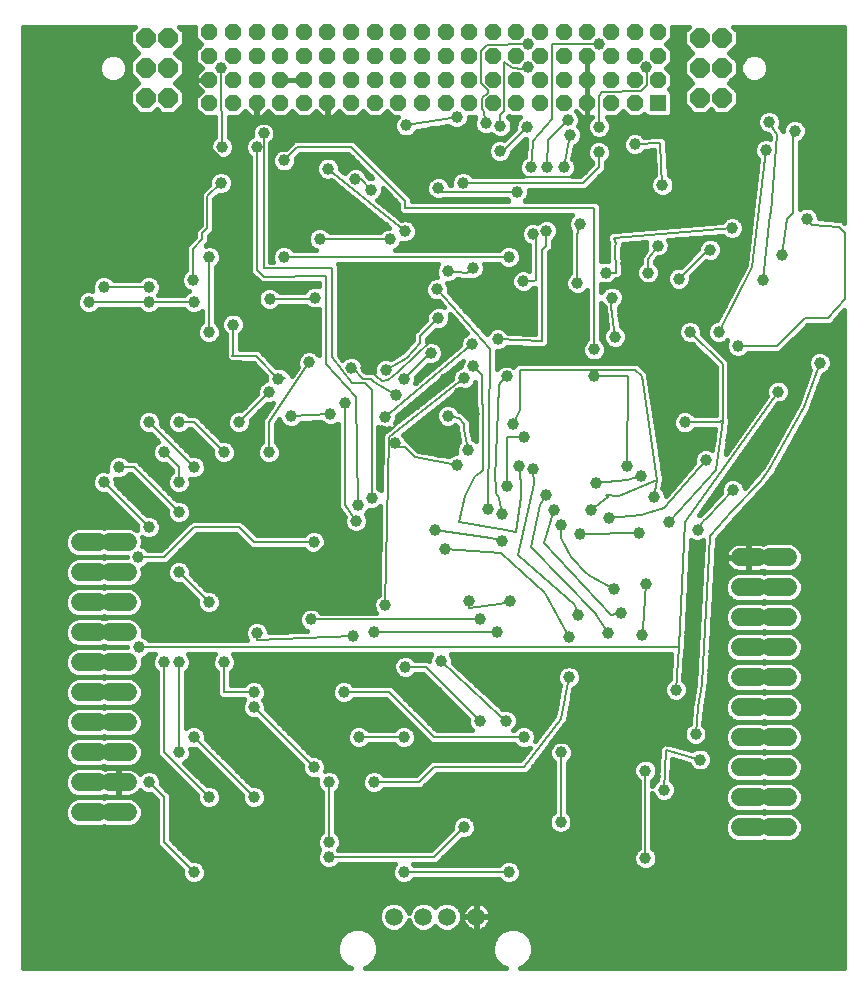
<source format=gbl>
G75*
%MOIN*%
%OFA0B0*%
%FSLAX25Y25*%
%IPPOS*%
%LPD*%
%AMOC8*
5,1,8,0,0,1.08239X$1,22.5*
%
%ADD10C,0.06000*%
%ADD11OC8,0.06496*%
%ADD12R,0.05386X0.05386*%
%ADD13OC8,0.05386*%
%ADD14C,0.05937*%
%ADD15C,0.03962*%
%ADD16C,0.00600*%
%ADD17C,0.01600*%
D10*
X0042000Y0090950D02*
X0048000Y0090950D01*
X0052000Y0090950D02*
X0058000Y0090950D01*
X0058000Y0100950D02*
X0052000Y0100950D01*
X0048000Y0100950D02*
X0042000Y0100950D01*
X0042000Y0110950D02*
X0048000Y0110950D01*
X0052000Y0110950D02*
X0058000Y0110950D01*
X0058000Y0120950D02*
X0052000Y0120950D01*
X0048000Y0120950D02*
X0042000Y0120950D01*
X0042000Y0130950D02*
X0048000Y0130950D01*
X0052000Y0130950D02*
X0058000Y0130950D01*
X0058000Y0140950D02*
X0052000Y0140950D01*
X0048000Y0140950D02*
X0042000Y0140950D01*
X0042000Y0150950D02*
X0048000Y0150950D01*
X0052000Y0150950D02*
X0058000Y0150950D01*
X0058000Y0160950D02*
X0052000Y0160950D01*
X0048000Y0160950D02*
X0042000Y0160950D01*
X0042000Y0170950D02*
X0048000Y0170950D01*
X0052000Y0170950D02*
X0058000Y0170950D01*
X0058000Y0180950D02*
X0052000Y0180950D01*
X0048000Y0180950D02*
X0042000Y0180950D01*
X0262000Y0175950D02*
X0268000Y0175950D01*
X0272000Y0175950D02*
X0278000Y0175950D01*
X0278000Y0165950D02*
X0272000Y0165950D01*
X0268000Y0165950D02*
X0262000Y0165950D01*
X0262000Y0155950D02*
X0268000Y0155950D01*
X0272000Y0155950D02*
X0278000Y0155950D01*
X0278000Y0145950D02*
X0272000Y0145950D01*
X0268000Y0145950D02*
X0262000Y0145950D01*
X0262000Y0135950D02*
X0268000Y0135950D01*
X0272000Y0135950D02*
X0278000Y0135950D01*
X0278000Y0125950D02*
X0272000Y0125950D01*
X0268000Y0125950D02*
X0262000Y0125950D01*
X0262000Y0115950D02*
X0268000Y0115950D01*
X0272000Y0115950D02*
X0278000Y0115950D01*
X0278000Y0105950D02*
X0272000Y0105950D01*
X0268000Y0105950D02*
X0262000Y0105950D01*
X0262000Y0095950D02*
X0268000Y0095950D01*
X0272000Y0095950D02*
X0278000Y0095950D01*
X0278000Y0085950D02*
X0272000Y0085950D01*
X0268000Y0085950D02*
X0262000Y0085950D01*
D11*
X0256004Y0329056D03*
X0256004Y0339056D03*
X0248602Y0339056D03*
X0248602Y0329056D03*
X0248602Y0349056D03*
X0256004Y0349056D03*
X0071398Y0349060D03*
X0063996Y0349060D03*
X0063996Y0339060D03*
X0063996Y0329060D03*
X0071398Y0329060D03*
X0071398Y0339060D03*
D12*
X0234803Y0327249D03*
D13*
X0234803Y0335123D03*
X0226929Y0335123D03*
X0226929Y0327249D03*
X0219055Y0327249D03*
X0219055Y0335123D03*
X0211181Y0335123D03*
X0211181Y0327249D03*
X0203307Y0327249D03*
X0195433Y0327249D03*
X0195433Y0335123D03*
X0203307Y0335123D03*
X0203307Y0342997D03*
X0195433Y0342997D03*
X0195433Y0350871D03*
X0203307Y0350871D03*
X0211181Y0350871D03*
X0211181Y0342997D03*
X0219055Y0342997D03*
X0226929Y0342997D03*
X0226929Y0350871D03*
X0219055Y0350871D03*
X0234803Y0350871D03*
X0234803Y0342997D03*
X0187559Y0342997D03*
X0179685Y0342997D03*
X0179685Y0350871D03*
X0187559Y0350871D03*
X0187559Y0335123D03*
X0187559Y0327249D03*
X0179685Y0327249D03*
X0179685Y0335123D03*
X0171811Y0335123D03*
X0171811Y0327249D03*
X0163937Y0327249D03*
X0163937Y0335123D03*
X0156063Y0335123D03*
X0156063Y0327249D03*
X0148189Y0327249D03*
X0148189Y0335123D03*
X0140315Y0335123D03*
X0140315Y0327249D03*
X0132441Y0327249D03*
X0132441Y0335123D03*
X0124567Y0335123D03*
X0124567Y0327249D03*
X0116693Y0327249D03*
X0108819Y0327249D03*
X0108819Y0335123D03*
X0116693Y0335123D03*
X0116693Y0342997D03*
X0124567Y0342997D03*
X0124567Y0350871D03*
X0116693Y0350871D03*
X0108819Y0350871D03*
X0108819Y0342997D03*
X0100945Y0342997D03*
X0093071Y0342997D03*
X0093071Y0350871D03*
X0100945Y0350871D03*
X0100945Y0335123D03*
X0100945Y0327249D03*
X0093071Y0327249D03*
X0093071Y0335123D03*
X0085197Y0335123D03*
X0085197Y0327249D03*
X0085197Y0342997D03*
X0085197Y0350871D03*
X0132441Y0350871D03*
X0132441Y0342997D03*
X0140315Y0342997D03*
X0140315Y0350871D03*
X0148189Y0350871D03*
X0148189Y0342997D03*
X0156063Y0342997D03*
X0156063Y0350871D03*
X0163937Y0350871D03*
X0163937Y0342997D03*
X0171811Y0342997D03*
X0171811Y0350871D03*
D14*
X0174230Y0056142D03*
X0164387Y0056142D03*
X0156513Y0056142D03*
X0146670Y0056142D03*
D15*
X0135000Y0065950D03*
X0125000Y0075950D03*
X0125000Y0080950D03*
X0125000Y0100950D03*
X0120000Y0105950D03*
X0135000Y0115950D03*
X0150000Y0115950D03*
X0140000Y0100950D03*
X0130000Y0130950D03*
X0133175Y0149575D03*
X0140000Y0150950D03*
X0143875Y0160050D03*
X0150500Y0139450D03*
X0162425Y0141250D03*
X0175250Y0155200D03*
X0171650Y0161275D03*
X0181125Y0150950D03*
X0185375Y0161275D03*
X0182900Y0181525D03*
X0182900Y0190300D03*
X0177975Y0192075D03*
X0184250Y0199750D03*
X0188525Y0206500D03*
X0193025Y0205375D03*
X0197525Y0196825D03*
X0200000Y0191650D03*
X0202250Y0186700D03*
X0208775Y0183550D03*
X0212375Y0191650D03*
X0218425Y0188875D03*
X0228350Y0184000D03*
X0238475Y0187600D03*
X0247925Y0185125D03*
X0259625Y0198400D03*
X0250675Y0208325D03*
X0243650Y0220900D03*
X0240500Y0227200D03*
X0236450Y0238675D03*
X0245450Y0251050D03*
X0255000Y0250950D03*
X0261425Y0246325D03*
X0274850Y0231175D03*
X0288650Y0240700D03*
X0269750Y0268375D03*
X0276050Y0276700D03*
X0284375Y0288850D03*
X0270725Y0311625D03*
X0271775Y0321025D03*
X0280325Y0318100D03*
X0259400Y0285700D03*
X0252200Y0278500D03*
X0257375Y0270400D03*
X0241625Y0268825D03*
X0231500Y0270850D03*
X0234650Y0279850D03*
X0219350Y0262525D03*
X0217325Y0270850D03*
X0207875Y0267250D03*
X0193025Y0283675D03*
X0197525Y0284800D03*
X0187625Y0297625D03*
X0192350Y0305950D03*
X0197750Y0305950D03*
X0203375Y0305950D03*
X0205400Y0316750D03*
X0204725Y0321700D03*
X0211475Y0315850D03*
X0215075Y0319450D03*
X0215000Y0310950D03*
X0227000Y0313600D03*
X0236225Y0300100D03*
X0208775Y0287050D03*
X0189875Y0267925D03*
X0185000Y0275950D03*
X0173000Y0272425D03*
X0164675Y0271300D03*
X0161125Y0265225D03*
X0161525Y0255775D03*
X0165800Y0245650D03*
X0159050Y0244075D03*
X0163775Y0235300D03*
X0168500Y0230575D03*
X0170175Y0235725D03*
X0173225Y0239575D03*
X0172775Y0247000D03*
X0181325Y0248575D03*
X0184250Y0236200D03*
X0173450Y0223600D03*
X0164675Y0223150D03*
X0171425Y0211675D03*
X0167825Y0206725D03*
X0160400Y0185125D03*
X0163875Y0178700D03*
X0139250Y0195700D03*
X0134750Y0193450D03*
X0134075Y0188050D03*
X0128000Y0184450D03*
X0120000Y0180950D03*
X0119000Y0155200D03*
X0101000Y0150700D03*
X0090000Y0140950D03*
X0085250Y0141700D03*
X0075000Y0140950D03*
X0070000Y0140950D03*
X0061800Y0145950D03*
X0085250Y0155200D03*
X0085000Y0160950D03*
X0075000Y0170950D03*
X0061575Y0175950D03*
X0065000Y0185950D03*
X0075000Y0190950D03*
X0075000Y0200950D03*
X0080000Y0205950D03*
X0090000Y0210950D03*
X0095000Y0220950D03*
X0105000Y0230950D03*
X0108200Y0235525D03*
X0111350Y0240025D03*
X0118425Y0240900D03*
X0112250Y0251725D03*
X0105275Y0262075D03*
X0110000Y0275950D03*
X0108875Y0281200D03*
X0121925Y0282100D03*
X0130025Y0285925D03*
X0139025Y0298525D03*
X0133850Y0302125D03*
X0124775Y0305500D03*
X0134075Y0315625D03*
X0142400Y0315850D03*
X0150725Y0319900D03*
X0167600Y0322600D03*
X0177275Y0320575D03*
X0182225Y0319675D03*
X0182000Y0311350D03*
X0191225Y0319450D03*
X0191450Y0339250D03*
X0191450Y0346900D03*
X0215075Y0346900D03*
X0230825Y0339250D03*
X0169775Y0300725D03*
X0161525Y0298975D03*
X0150400Y0284600D03*
X0145325Y0281875D03*
X0120350Y0262525D03*
X0132500Y0239125D03*
X0137450Y0238900D03*
X0143975Y0238450D03*
X0150050Y0235300D03*
X0147350Y0229900D03*
X0143750Y0222700D03*
X0142850Y0217975D03*
X0147125Y0213925D03*
X0130250Y0227200D03*
X0125525Y0223600D03*
X0112475Y0222925D03*
X0105000Y0210950D03*
X0075000Y0220950D03*
X0070000Y0210950D03*
X0065000Y0220950D03*
X0055000Y0205950D03*
X0050000Y0200950D03*
X0085000Y0250950D03*
X0080000Y0260950D03*
X0079625Y0268375D03*
X0085000Y0275950D03*
X0071750Y0285700D03*
X0065000Y0265950D03*
X0065000Y0260950D03*
X0050000Y0265950D03*
X0045000Y0260950D03*
X0089075Y0300775D03*
X0093575Y0304375D03*
X0089525Y0312700D03*
X0083000Y0314950D03*
X0101000Y0312700D03*
X0103250Y0317200D03*
X0110000Y0308200D03*
X0109100Y0301225D03*
X0124175Y0319675D03*
X0089075Y0339025D03*
X0093125Y0253525D03*
X0186500Y0220450D03*
X0190100Y0215950D03*
X0213950Y0200650D03*
X0224300Y0206275D03*
X0229025Y0203125D03*
X0233300Y0196150D03*
X0239150Y0206275D03*
X0213500Y0236200D03*
X0213500Y0245200D03*
X0220475Y0249475D03*
X0230600Y0166900D03*
X0222500Y0157450D03*
X0218000Y0150700D03*
X0229475Y0150025D03*
X0220025Y0165325D03*
X0208100Y0156550D03*
X0205000Y0149375D03*
X0205000Y0135950D03*
X0190000Y0115950D03*
X0184025Y0121450D03*
X0175250Y0121450D03*
X0202475Y0110875D03*
X0202250Y0087700D03*
X0185000Y0070950D03*
X0175000Y0065950D03*
X0170000Y0085950D03*
X0150000Y0070950D03*
X0100000Y0095950D03*
X0085000Y0095950D03*
X0075000Y0110950D03*
X0080000Y0115950D03*
X0086375Y0116275D03*
X0100000Y0125950D03*
X0100000Y0130950D03*
X0065000Y0100950D03*
X0065000Y0080950D03*
X0080000Y0070950D03*
X0080000Y0055950D03*
X0230550Y0075725D03*
X0236675Y0098475D03*
X0230550Y0104825D03*
X0248700Y0108525D03*
X0247250Y0116950D03*
X0240725Y0131800D03*
D16*
X0241625Y0145950D01*
X0243875Y0187600D01*
X0274850Y0231175D01*
X0283475Y0226075D02*
X0288650Y0240700D01*
X0291575Y0255775D02*
X0283700Y0255775D01*
X0274250Y0246325D01*
X0261425Y0246325D01*
X0256250Y0240250D02*
X0245450Y0251050D01*
X0246350Y0257125D02*
X0239375Y0250150D01*
X0239375Y0241600D01*
X0236450Y0238675D01*
X0229250Y0236200D02*
X0227000Y0238450D01*
X0188750Y0238450D01*
X0188750Y0224950D01*
X0186500Y0220450D01*
X0184250Y0215950D02*
X0190100Y0215950D01*
X0184250Y0215950D02*
X0184250Y0199750D01*
X0180650Y0199975D02*
X0180650Y0197275D01*
X0181775Y0195700D01*
X0182900Y0190300D01*
X0182000Y0185350D02*
X0168275Y0187600D01*
X0170525Y0196375D01*
X0173900Y0202900D01*
X0175250Y0204025D01*
X0176375Y0205150D01*
X0176375Y0226750D01*
X0176150Y0226975D01*
X0176150Y0236650D01*
X0173225Y0239575D01*
X0170175Y0235725D02*
X0145000Y0215950D01*
X0143875Y0160050D01*
X0140000Y0150950D02*
X0181125Y0150950D01*
X0175250Y0155200D02*
X0119000Y0155200D01*
X0133175Y0149575D02*
X0101000Y0148450D01*
X0101000Y0150700D01*
X0096500Y0155200D02*
X0101000Y0159700D01*
X0101000Y0166450D01*
X0107750Y0173200D01*
X0116750Y0173200D01*
X0128000Y0184450D01*
X0134075Y0188050D02*
X0130250Y0193450D01*
X0130250Y0227200D01*
X0134075Y0229225D02*
X0123950Y0240475D01*
X0123950Y0269725D01*
X0103250Y0269500D01*
X0101000Y0271750D01*
X0101000Y0312700D01*
X0103250Y0317200D02*
X0103250Y0272200D01*
X0126200Y0272200D01*
X0125975Y0242725D01*
X0132725Y0233950D01*
X0137000Y0233950D01*
X0139250Y0231700D01*
X0139250Y0195700D01*
X0134750Y0193450D02*
X0134075Y0229225D01*
X0136325Y0235300D02*
X0139025Y0235300D01*
X0139925Y0234400D01*
X0147350Y0229900D01*
X0144875Y0235075D02*
X0148025Y0237775D01*
X0159275Y0248350D01*
X0159950Y0248350D01*
X0165800Y0245650D01*
X0159050Y0244075D02*
X0158825Y0244075D01*
X0150050Y0235300D01*
X0144875Y0235075D02*
X0142850Y0234850D01*
X0137450Y0238900D01*
X0136325Y0235300D02*
X0132950Y0238900D01*
X0132500Y0239125D01*
X0143975Y0238450D02*
X0150950Y0242500D01*
X0155450Y0247450D01*
X0155450Y0249700D01*
X0161525Y0255775D01*
X0161125Y0265225D02*
X0178875Y0245450D01*
X0177975Y0192075D01*
X0182000Y0185350D02*
X0187400Y0184225D01*
X0188975Y0195925D01*
X0189200Y0200200D01*
X0188525Y0206500D01*
X0193025Y0205375D02*
X0193250Y0200200D01*
X0188075Y0176575D01*
X0206975Y0160150D01*
X0208100Y0156550D01*
X0213725Y0157225D02*
X0192575Y0179275D01*
X0195500Y0193450D01*
X0197525Y0196825D01*
X0200000Y0191650D02*
X0196850Y0180625D01*
X0219125Y0156775D01*
X0222500Y0157450D01*
X0218000Y0150700D02*
X0213725Y0157225D01*
X0220025Y0165325D02*
X0211925Y0169600D01*
X0210350Y0170950D01*
X0206525Y0175450D01*
X0205625Y0175900D01*
X0202250Y0182425D01*
X0202250Y0186700D01*
X0208775Y0183550D02*
X0228350Y0184000D01*
X0229025Y0190000D02*
X0236900Y0192525D01*
X0250675Y0208325D01*
X0254225Y0204925D02*
X0256475Y0221575D01*
X0256250Y0221800D01*
X0255575Y0221125D01*
X0243650Y0220900D01*
X0240500Y0227200D02*
X0239150Y0206275D01*
X0234425Y0201775D02*
X0221600Y0196375D01*
X0217325Y0196825D01*
X0218000Y0196150D01*
X0212375Y0191650D01*
X0218425Y0188875D02*
X0229025Y0190000D01*
X0233300Y0196150D02*
X0234425Y0201775D01*
X0229250Y0236200D01*
X0224750Y0236200D02*
X0213500Y0236200D01*
X0213500Y0245200D02*
X0213500Y0292450D01*
X0150500Y0292450D01*
X0150500Y0294700D01*
X0132500Y0312700D01*
X0114500Y0312700D01*
X0110000Y0308200D01*
X0109100Y0301225D02*
X0109325Y0301000D01*
X0109325Y0288625D01*
X0112025Y0285925D01*
X0130025Y0285925D01*
X0121925Y0282100D02*
X0145100Y0282100D01*
X0145325Y0281875D01*
X0150400Y0284600D02*
X0124775Y0305500D01*
X0133850Y0302125D02*
X0135650Y0301900D01*
X0139025Y0298525D01*
X0142400Y0315850D02*
X0158825Y0315850D01*
X0162200Y0312475D01*
X0168500Y0312475D01*
X0175025Y0305950D01*
X0184025Y0305950D01*
X0187400Y0302575D01*
X0208775Y0302575D01*
X0209225Y0303025D01*
X0209225Y0313600D01*
X0211475Y0315850D01*
X0215075Y0319450D02*
X0215075Y0329575D01*
X0215975Y0331150D01*
X0229025Y0331375D01*
X0231050Y0333400D01*
X0231050Y0338350D01*
X0230825Y0339250D01*
X0215075Y0346900D02*
X0199325Y0347125D01*
X0199325Y0324625D01*
X0199550Y0321925D01*
X0193025Y0314725D01*
X0193025Y0314050D01*
X0192350Y0305950D01*
X0197750Y0305950D02*
X0198200Y0314950D01*
X0204725Y0321700D01*
X0205400Y0316750D02*
X0203375Y0305950D01*
X0209775Y0300725D02*
X0215000Y0305950D01*
X0215000Y0310950D01*
X0209775Y0300725D02*
X0169775Y0300725D01*
X0162875Y0297625D02*
X0161525Y0298975D01*
X0162875Y0297625D02*
X0187625Y0297625D01*
X0197525Y0284800D02*
X0197300Y0284575D01*
X0197300Y0279625D01*
X0196175Y0278500D01*
X0196175Y0248125D01*
X0181325Y0248575D01*
X0172775Y0247000D02*
X0145550Y0224050D01*
X0143750Y0222700D01*
X0142850Y0217975D02*
X0145550Y0217975D01*
X0159275Y0231700D01*
X0159275Y0232375D01*
X0163775Y0235300D01*
X0168500Y0230575D02*
X0166925Y0227425D01*
X0166700Y0226075D01*
X0167825Y0225400D01*
X0170525Y0224050D01*
X0173450Y0223600D01*
X0170075Y0220450D02*
X0170075Y0218650D01*
X0171425Y0211675D01*
X0167825Y0206725D02*
X0153650Y0209200D01*
X0150275Y0212575D01*
X0148475Y0212575D01*
X0147125Y0213925D01*
X0164675Y0223150D02*
X0168275Y0222250D01*
X0170075Y0220450D01*
X0181775Y0233050D02*
X0182000Y0233950D01*
X0184250Y0236200D01*
X0181775Y0233050D02*
X0180425Y0202000D01*
X0180650Y0199975D01*
X0179075Y0182425D02*
X0182900Y0181525D01*
X0182350Y0177350D02*
X0163875Y0178700D01*
X0160400Y0185125D02*
X0179075Y0182425D01*
X0182350Y0177350D02*
X0197125Y0163925D01*
X0205000Y0149375D01*
X0205000Y0135950D02*
X0202300Y0122075D01*
X0190000Y0105950D01*
X0160000Y0105950D01*
X0155000Y0100950D01*
X0140000Y0100950D01*
X0125000Y0100950D02*
X0125000Y0080950D01*
X0125000Y0075950D02*
X0160000Y0075950D01*
X0170000Y0085950D01*
X0185000Y0070950D02*
X0150000Y0070950D01*
X0135000Y0065950D02*
X0175000Y0065950D01*
X0202250Y0087700D02*
X0202475Y0110875D01*
X0190000Y0115950D02*
X0160000Y0115950D01*
X0145000Y0130950D01*
X0130000Y0130950D01*
X0135000Y0115950D02*
X0150000Y0115950D01*
X0150500Y0139450D02*
X0157250Y0139450D01*
X0175250Y0121450D01*
X0182000Y0123025D02*
X0162425Y0141250D01*
X0171650Y0159025D02*
X0182000Y0160375D01*
X0185375Y0161275D01*
X0171650Y0161275D02*
X0171650Y0159025D01*
X0182000Y0123025D02*
X0184025Y0121450D01*
X0229475Y0150025D02*
X0229700Y0152275D01*
X0230600Y0166900D01*
X0238475Y0187600D02*
X0254225Y0204925D01*
X0259625Y0198400D02*
X0251075Y0188950D01*
X0249725Y0188050D01*
X0247925Y0185125D01*
X0252200Y0183100D02*
X0259400Y0191200D01*
X0268625Y0201100D01*
X0271550Y0204700D01*
X0283475Y0226075D01*
X0256250Y0221800D02*
X0256250Y0240250D01*
X0255000Y0250950D02*
X0266225Y0272750D01*
X0270725Y0311625D01*
X0274475Y0316750D02*
X0271775Y0321025D01*
X0274475Y0316750D02*
X0272450Y0290650D01*
X0272225Y0290200D01*
X0269750Y0268375D01*
X0276050Y0276700D02*
X0277625Y0288625D01*
X0279650Y0290650D01*
X0279650Y0317425D01*
X0280325Y0318100D01*
X0284375Y0288850D02*
X0285950Y0286825D01*
X0294950Y0286150D01*
X0296975Y0284125D01*
X0296975Y0262075D01*
X0291575Y0255775D01*
X0259400Y0285700D02*
X0220025Y0282325D01*
X0220700Y0280300D01*
X0220250Y0279850D01*
X0220700Y0270850D01*
X0217325Y0270850D01*
X0219350Y0262525D02*
X0218900Y0262075D01*
X0220475Y0249475D01*
X0224750Y0236200D02*
X0224300Y0206275D01*
X0224300Y0201775D02*
X0229025Y0203125D01*
X0224300Y0201775D02*
X0213950Y0200650D01*
X0252200Y0183100D02*
X0249275Y0133600D01*
X0248150Y0126175D01*
X0247250Y0116950D01*
X0248700Y0108525D02*
X0237350Y0111575D01*
X0236675Y0098475D01*
X0230550Y0104825D02*
X0230550Y0075725D01*
X0241625Y0145950D02*
X0061800Y0145950D01*
X0070000Y0140950D02*
X0070000Y0110950D01*
X0085000Y0095950D01*
X0075000Y0110950D02*
X0075000Y0140950D01*
X0085250Y0141700D02*
X0086375Y0116275D01*
X0080000Y0115950D02*
X0100000Y0095950D01*
X0120000Y0105950D02*
X0100000Y0125950D01*
X0100000Y0130950D02*
X0090000Y0130950D01*
X0090000Y0140950D01*
X0085250Y0155200D02*
X0096500Y0155200D01*
X0085000Y0160950D02*
X0075000Y0170950D01*
X0070000Y0175950D02*
X0080000Y0185950D01*
X0095000Y0185950D01*
X0100000Y0180950D01*
X0120000Y0180950D01*
X0105000Y0210950D02*
X0105000Y0220950D01*
X0118425Y0240900D01*
X0112700Y0244525D02*
X0112250Y0251725D01*
X0112700Y0244525D02*
X0111575Y0240925D01*
X0111350Y0240025D01*
X0110450Y0235750D02*
X0108200Y0235525D01*
X0100775Y0242950D01*
X0100325Y0242950D01*
X0092900Y0243175D01*
X0093125Y0243400D01*
X0093125Y0253525D01*
X0085000Y0250950D02*
X0085000Y0275950D01*
X0079625Y0278725D02*
X0079625Y0268375D01*
X0080000Y0260950D02*
X0065000Y0260950D01*
X0045000Y0260950D01*
X0050000Y0265950D02*
X0065000Y0265950D01*
X0079625Y0278725D02*
X0082775Y0281875D01*
X0082775Y0283900D01*
X0084575Y0285700D01*
X0084575Y0296275D01*
X0089075Y0300775D01*
X0093575Y0304375D02*
X0089750Y0308200D01*
X0083000Y0314950D01*
X0089525Y0312700D02*
X0089075Y0336775D01*
X0089075Y0339025D01*
X0089750Y0308200D02*
X0080750Y0299200D01*
X0080750Y0285700D01*
X0071750Y0285700D01*
X0105275Y0262075D02*
X0119900Y0262075D01*
X0120350Y0262525D01*
X0110000Y0275950D02*
X0185000Y0275950D01*
X0189875Y0267925D02*
X0193475Y0267925D01*
X0193925Y0268375D01*
X0193925Y0282775D01*
X0193025Y0283675D01*
X0207875Y0283900D02*
X0207875Y0267250D01*
X0207875Y0283900D02*
X0208100Y0284125D01*
X0208100Y0286375D01*
X0208775Y0287050D01*
X0231500Y0275350D02*
X0231500Y0270850D01*
X0231500Y0275350D02*
X0234650Y0279850D01*
X0241625Y0268825D02*
X0251300Y0278500D01*
X0252200Y0278500D01*
X0257375Y0270400D02*
X0257375Y0262975D01*
X0251525Y0257125D01*
X0246350Y0257125D01*
X0236225Y0300100D02*
X0235550Y0314050D01*
X0227000Y0313600D01*
X0191225Y0319450D02*
X0183125Y0311350D01*
X0182000Y0311350D01*
X0182225Y0319675D02*
X0182000Y0323275D01*
X0183575Y0324625D01*
X0183575Y0341050D01*
X0183800Y0340825D01*
X0186275Y0339025D01*
X0189425Y0338800D01*
X0191450Y0339250D01*
X0191450Y0346900D02*
X0177725Y0346675D01*
X0175700Y0344650D01*
X0175700Y0334075D01*
X0177950Y0331600D01*
X0177950Y0330700D01*
X0175925Y0329125D01*
X0175925Y0325300D01*
X0176375Y0325300D01*
X0177275Y0320575D01*
X0167600Y0322600D02*
X0163775Y0321925D01*
X0150725Y0319900D01*
X0134075Y0315625D02*
X0131600Y0319675D01*
X0124175Y0319675D01*
X0109325Y0288625D02*
X0109325Y0287725D01*
X0108875Y0287275D01*
X0108875Y0281200D01*
X0105000Y0230950D02*
X0095000Y0220950D01*
X0090000Y0210950D02*
X0080000Y0220950D01*
X0075000Y0220950D01*
X0070000Y0210950D02*
X0075000Y0205950D01*
X0075000Y0200950D01*
X0080000Y0205950D02*
X0065000Y0220950D01*
X0060000Y0205950D02*
X0055000Y0205950D01*
X0060000Y0205950D02*
X0075000Y0190950D01*
X0065000Y0185950D02*
X0050000Y0200950D01*
X0061575Y0175950D02*
X0070000Y0175950D01*
X0112475Y0222925D02*
X0125525Y0223600D01*
X0164675Y0271300D02*
X0171200Y0270625D01*
X0173000Y0272425D01*
X0065000Y0100950D02*
X0070000Y0095950D01*
X0070000Y0080950D01*
X0080000Y0070950D01*
X0065000Y0070950D02*
X0080000Y0055950D01*
X0065000Y0070950D02*
X0065000Y0080950D01*
D17*
X0023100Y0039050D02*
X0023100Y0352850D01*
X0060364Y0352850D01*
X0058748Y0351234D01*
X0058748Y0346886D01*
X0061574Y0344060D01*
X0058748Y0341234D01*
X0058748Y0336886D01*
X0061574Y0334060D01*
X0058748Y0331234D01*
X0058748Y0326886D01*
X0061822Y0323812D01*
X0066170Y0323812D01*
X0067697Y0325339D01*
X0069224Y0323812D01*
X0073571Y0323812D01*
X0076646Y0326886D01*
X0076646Y0331234D01*
X0073819Y0334060D01*
X0076646Y0336886D01*
X0076646Y0341234D01*
X0073819Y0344060D01*
X0076646Y0346886D01*
X0076646Y0351234D01*
X0075030Y0352850D01*
X0080539Y0352850D01*
X0080504Y0352815D01*
X0080504Y0348927D01*
X0082497Y0346934D01*
X0080504Y0344941D01*
X0080504Y0341053D01*
X0082639Y0338919D01*
X0080704Y0336984D01*
X0080704Y0335170D01*
X0085150Y0335170D01*
X0085150Y0335077D01*
X0080704Y0335077D01*
X0080704Y0333262D01*
X0082639Y0331328D01*
X0080504Y0329193D01*
X0080504Y0325305D01*
X0083253Y0322556D01*
X0087040Y0322556D01*
X0087164Y0315969D01*
X0086150Y0314955D01*
X0085544Y0313492D01*
X0085544Y0311908D01*
X0086150Y0310445D01*
X0087270Y0309325D01*
X0088733Y0308719D01*
X0090317Y0308719D01*
X0091780Y0309325D01*
X0092900Y0310445D01*
X0093506Y0311908D01*
X0093506Y0313492D01*
X0092900Y0314955D01*
X0091780Y0316075D01*
X0091762Y0316082D01*
X0091641Y0322556D01*
X0095015Y0322556D01*
X0097149Y0324691D01*
X0099084Y0322756D01*
X0100898Y0322756D01*
X0100898Y0327203D01*
X0100991Y0327203D01*
X0100991Y0322756D01*
X0102806Y0322756D01*
X0104740Y0324691D01*
X0106875Y0322556D01*
X0110763Y0322556D01*
X0112756Y0324549D01*
X0114749Y0322556D01*
X0118637Y0322556D01*
X0120771Y0324691D01*
X0122706Y0322756D01*
X0124520Y0322756D01*
X0124520Y0327203D01*
X0124613Y0327203D01*
X0124613Y0322756D01*
X0126428Y0322756D01*
X0128363Y0324691D01*
X0130497Y0322556D01*
X0134385Y0322556D01*
X0136378Y0324549D01*
X0138371Y0322556D01*
X0142259Y0322556D01*
X0144393Y0324691D01*
X0146328Y0322756D01*
X0147951Y0322756D01*
X0147350Y0322155D01*
X0146744Y0320692D01*
X0146744Y0319108D01*
X0147350Y0317645D01*
X0148470Y0316525D01*
X0149933Y0315919D01*
X0151517Y0315919D01*
X0152980Y0316525D01*
X0154100Y0317645D01*
X0154300Y0318127D01*
X0163214Y0319510D01*
X0163237Y0319494D01*
X0164151Y0319656D01*
X0164812Y0319758D01*
X0165345Y0319225D01*
X0166808Y0318619D01*
X0168392Y0318619D01*
X0169855Y0319225D01*
X0170975Y0320345D01*
X0171581Y0321808D01*
X0171581Y0322556D01*
X0173755Y0322556D01*
X0173809Y0322610D01*
X0173294Y0321367D01*
X0173294Y0319783D01*
X0173900Y0318320D01*
X0175020Y0317200D01*
X0176483Y0316594D01*
X0178067Y0316594D01*
X0179205Y0317065D01*
X0179970Y0316300D01*
X0181433Y0315694D01*
X0183017Y0315694D01*
X0184480Y0316300D01*
X0185600Y0317420D01*
X0186206Y0318883D01*
X0186206Y0320467D01*
X0185600Y0321930D01*
X0184866Y0322664D01*
X0185139Y0322936D01*
X0185191Y0322981D01*
X0185615Y0322556D01*
X0188701Y0322556D01*
X0187850Y0321705D01*
X0187244Y0320242D01*
X0187244Y0318722D01*
X0183542Y0315020D01*
X0182792Y0315331D01*
X0181208Y0315331D01*
X0179745Y0314725D01*
X0178625Y0313605D01*
X0178019Y0312142D01*
X0178019Y0310558D01*
X0178625Y0309095D01*
X0179745Y0307975D01*
X0181208Y0307369D01*
X0182792Y0307369D01*
X0184255Y0307975D01*
X0185375Y0309095D01*
X0185981Y0310558D01*
X0185981Y0310953D01*
X0190497Y0315469D01*
X0190686Y0315469D01*
X0190725Y0314668D01*
X0190725Y0314146D01*
X0190331Y0309423D01*
X0190095Y0309325D01*
X0188975Y0308205D01*
X0188369Y0306742D01*
X0188369Y0305158D01*
X0188975Y0303695D01*
X0189645Y0303025D01*
X0173105Y0303025D01*
X0172030Y0304100D01*
X0170567Y0304706D01*
X0168983Y0304706D01*
X0167520Y0304100D01*
X0166400Y0302980D01*
X0165794Y0301517D01*
X0165794Y0299933D01*
X0165797Y0299925D01*
X0165441Y0299925D01*
X0164900Y0301230D01*
X0163780Y0302350D01*
X0162317Y0302956D01*
X0160733Y0302956D01*
X0159270Y0302350D01*
X0158150Y0301230D01*
X0157544Y0299767D01*
X0157544Y0298183D01*
X0158150Y0296720D01*
X0159270Y0295600D01*
X0160733Y0294994D01*
X0162317Y0294994D01*
X0163116Y0295325D01*
X0184295Y0295325D01*
X0184870Y0294750D01*
X0152800Y0294750D01*
X0152800Y0295653D01*
X0134800Y0313653D01*
X0133453Y0315000D01*
X0113547Y0315000D01*
X0110728Y0312181D01*
X0109208Y0312181D01*
X0107745Y0311575D01*
X0106625Y0310455D01*
X0106019Y0308992D01*
X0106019Y0307408D01*
X0106625Y0305945D01*
X0107745Y0304825D01*
X0109208Y0304219D01*
X0110792Y0304219D01*
X0112255Y0304825D01*
X0113375Y0305945D01*
X0113981Y0307408D01*
X0113981Y0308928D01*
X0115453Y0310400D01*
X0131547Y0310400D01*
X0139441Y0302506D01*
X0138297Y0302506D01*
X0137792Y0303010D01*
X0137225Y0304380D01*
X0136105Y0305500D01*
X0134642Y0306106D01*
X0133058Y0306106D01*
X0131595Y0305500D01*
X0130475Y0304380D01*
X0130301Y0303961D01*
X0128756Y0305221D01*
X0128756Y0306292D01*
X0128150Y0307755D01*
X0127030Y0308875D01*
X0125567Y0309481D01*
X0123983Y0309481D01*
X0122520Y0308875D01*
X0121400Y0307755D01*
X0120794Y0306292D01*
X0120794Y0304708D01*
X0121400Y0303245D01*
X0122520Y0302125D01*
X0123983Y0301519D01*
X0125567Y0301519D01*
X0125865Y0301643D01*
X0145221Y0285856D01*
X0144533Y0285856D01*
X0143070Y0285250D01*
X0142220Y0284400D01*
X0125255Y0284400D01*
X0124180Y0285475D01*
X0122717Y0286081D01*
X0121133Y0286081D01*
X0119670Y0285475D01*
X0118550Y0284355D01*
X0117944Y0282892D01*
X0117944Y0281308D01*
X0118550Y0279845D01*
X0119670Y0278725D01*
X0120817Y0278250D01*
X0113330Y0278250D01*
X0112255Y0279325D01*
X0110792Y0279931D01*
X0109208Y0279931D01*
X0107745Y0279325D01*
X0106625Y0278205D01*
X0106019Y0276742D01*
X0106019Y0275158D01*
X0106291Y0274500D01*
X0105550Y0274500D01*
X0105550Y0313870D01*
X0106625Y0314945D01*
X0107231Y0316408D01*
X0107231Y0317992D01*
X0106625Y0319455D01*
X0105505Y0320575D01*
X0104042Y0321181D01*
X0102458Y0321181D01*
X0100995Y0320575D01*
X0099875Y0319455D01*
X0099269Y0317992D01*
X0099269Y0316408D01*
X0099310Y0316309D01*
X0098745Y0316075D01*
X0097625Y0314955D01*
X0097019Y0313492D01*
X0097019Y0311908D01*
X0097625Y0310445D01*
X0098700Y0309370D01*
X0098700Y0270797D01*
X0100047Y0269450D01*
X0100960Y0268537D01*
X0100960Y0268522D01*
X0101633Y0267864D01*
X0102297Y0267200D01*
X0102312Y0267200D01*
X0102322Y0267190D01*
X0103263Y0267200D01*
X0104203Y0267200D01*
X0104213Y0267210D01*
X0121650Y0267400D01*
X0121650Y0266296D01*
X0121142Y0266506D01*
X0119558Y0266506D01*
X0118095Y0265900D01*
X0116975Y0264780D01*
X0116807Y0264375D01*
X0108605Y0264375D01*
X0107530Y0265450D01*
X0106067Y0266056D01*
X0104483Y0266056D01*
X0103020Y0265450D01*
X0101900Y0264330D01*
X0101294Y0262867D01*
X0101294Y0261283D01*
X0101900Y0259820D01*
X0103020Y0258700D01*
X0104483Y0258094D01*
X0106067Y0258094D01*
X0107530Y0258700D01*
X0108605Y0259775D01*
X0117470Y0259775D01*
X0118095Y0259150D01*
X0119558Y0258544D01*
X0121142Y0258544D01*
X0121650Y0258754D01*
X0121650Y0243305D01*
X0120680Y0244275D01*
X0119217Y0244881D01*
X0117633Y0244881D01*
X0116170Y0244275D01*
X0115050Y0243155D01*
X0114444Y0241692D01*
X0114444Y0240108D01*
X0114701Y0239486D01*
X0112687Y0236493D01*
X0112644Y0236927D01*
X0111459Y0237897D01*
X0110455Y0238900D01*
X0108992Y0239506D01*
X0107472Y0239506D01*
X0101728Y0245250D01*
X0100360Y0245250D01*
X0095425Y0245400D01*
X0095425Y0250195D01*
X0096500Y0251270D01*
X0097106Y0252733D01*
X0097106Y0254317D01*
X0096500Y0255780D01*
X0095380Y0256900D01*
X0093917Y0257506D01*
X0092333Y0257506D01*
X0090870Y0256900D01*
X0089750Y0255780D01*
X0089144Y0254317D01*
X0089144Y0252733D01*
X0089750Y0251270D01*
X0090825Y0250195D01*
X0090825Y0244381D01*
X0090630Y0244197D01*
X0090629Y0244156D01*
X0090600Y0244128D01*
X0090600Y0243210D01*
X0090572Y0242292D01*
X0090600Y0242263D01*
X0090600Y0242222D01*
X0091249Y0241573D01*
X0091878Y0240905D01*
X0091919Y0240904D01*
X0091947Y0240875D01*
X0092865Y0240875D01*
X0099344Y0240679D01*
X0099372Y0240650D01*
X0099822Y0240650D01*
X0104219Y0236253D01*
X0104219Y0234931D01*
X0104208Y0234931D01*
X0102745Y0234325D01*
X0101625Y0233205D01*
X0101019Y0231742D01*
X0101019Y0230222D01*
X0095728Y0224931D01*
X0094208Y0224931D01*
X0092745Y0224325D01*
X0091625Y0223205D01*
X0091019Y0221742D01*
X0091019Y0220158D01*
X0091625Y0218695D01*
X0092745Y0217575D01*
X0094208Y0216969D01*
X0095792Y0216969D01*
X0097255Y0217575D01*
X0098375Y0218695D01*
X0098981Y0220158D01*
X0098981Y0221678D01*
X0104272Y0226969D01*
X0105792Y0226969D01*
X0106466Y0227248D01*
X0103216Y0222419D01*
X0102700Y0221903D01*
X0102700Y0221652D01*
X0102560Y0221444D01*
X0102700Y0220727D01*
X0102700Y0214280D01*
X0101625Y0213205D01*
X0101019Y0211742D01*
X0101019Y0210158D01*
X0101625Y0208695D01*
X0102745Y0207575D01*
X0104208Y0206969D01*
X0105792Y0206969D01*
X0107255Y0207575D01*
X0108375Y0208695D01*
X0108981Y0210158D01*
X0108981Y0211742D01*
X0108375Y0213205D01*
X0107300Y0214280D01*
X0107300Y0220248D01*
X0108522Y0222065D01*
X0109100Y0220670D01*
X0110220Y0219550D01*
X0111683Y0218944D01*
X0113267Y0218944D01*
X0114730Y0219550D01*
X0115850Y0220670D01*
X0115904Y0220799D01*
X0122362Y0221133D01*
X0123270Y0220225D01*
X0124733Y0219619D01*
X0126317Y0219619D01*
X0127780Y0220225D01*
X0127950Y0220395D01*
X0127950Y0193645D01*
X0127822Y0192898D01*
X0127950Y0192718D01*
X0127950Y0192497D01*
X0128486Y0191961D01*
X0130316Y0189378D01*
X0130094Y0188842D01*
X0130094Y0187258D01*
X0130700Y0185795D01*
X0131820Y0184675D01*
X0133283Y0184069D01*
X0134867Y0184069D01*
X0136330Y0184675D01*
X0137450Y0185795D01*
X0138056Y0187258D01*
X0138056Y0188842D01*
X0137450Y0190305D01*
X0137343Y0190412D01*
X0138125Y0191195D01*
X0138359Y0191760D01*
X0138458Y0191719D01*
X0140042Y0191719D01*
X0141505Y0192325D01*
X0142239Y0193059D01*
X0141643Y0163434D01*
X0141620Y0163425D01*
X0140500Y0162305D01*
X0139894Y0160842D01*
X0139894Y0159258D01*
X0140500Y0157795D01*
X0140795Y0157500D01*
X0122330Y0157500D01*
X0121255Y0158575D01*
X0119792Y0159181D01*
X0118208Y0159181D01*
X0116745Y0158575D01*
X0115625Y0157455D01*
X0115019Y0155992D01*
X0115019Y0154408D01*
X0115625Y0152945D01*
X0116745Y0151825D01*
X0117909Y0151343D01*
X0104981Y0150891D01*
X0104981Y0151492D01*
X0104375Y0152955D01*
X0103255Y0154075D01*
X0101792Y0154681D01*
X0100208Y0154681D01*
X0098745Y0154075D01*
X0097625Y0152955D01*
X0097019Y0151492D01*
X0097019Y0149908D01*
X0097625Y0148445D01*
X0097820Y0148250D01*
X0065130Y0148250D01*
X0064055Y0149325D01*
X0062932Y0149790D01*
X0063000Y0149955D01*
X0063000Y0151945D01*
X0062239Y0153782D01*
X0060832Y0155189D01*
X0058995Y0155950D01*
X0060832Y0156711D01*
X0062239Y0158118D01*
X0063000Y0159955D01*
X0063000Y0161945D01*
X0062239Y0163782D01*
X0060832Y0165189D01*
X0058995Y0165950D01*
X0060832Y0166711D01*
X0062239Y0168118D01*
X0063000Y0169955D01*
X0063000Y0171945D01*
X0062899Y0172189D01*
X0063830Y0172575D01*
X0064905Y0173650D01*
X0070953Y0173650D01*
X0080953Y0183650D01*
X0094047Y0183650D01*
X0097700Y0179997D01*
X0099047Y0178650D01*
X0116670Y0178650D01*
X0117745Y0177575D01*
X0119208Y0176969D01*
X0120792Y0176969D01*
X0122255Y0177575D01*
X0123375Y0178695D01*
X0123981Y0180158D01*
X0123981Y0181742D01*
X0123375Y0183205D01*
X0122255Y0184325D01*
X0120792Y0184931D01*
X0119208Y0184931D01*
X0117745Y0184325D01*
X0116670Y0183250D01*
X0100953Y0183250D01*
X0095953Y0188250D01*
X0079047Y0188250D01*
X0077700Y0186903D01*
X0069047Y0178250D01*
X0064905Y0178250D01*
X0063830Y0179325D01*
X0062899Y0179711D01*
X0063000Y0179955D01*
X0063000Y0181945D01*
X0062735Y0182585D01*
X0062745Y0182575D01*
X0064208Y0181969D01*
X0065792Y0181969D01*
X0067255Y0182575D01*
X0068375Y0183695D01*
X0068981Y0185158D01*
X0068981Y0186742D01*
X0068375Y0188205D01*
X0067255Y0189325D01*
X0065792Y0189931D01*
X0064272Y0189931D01*
X0053981Y0200222D01*
X0053981Y0201742D01*
X0053821Y0202129D01*
X0054208Y0201969D01*
X0055792Y0201969D01*
X0057255Y0202575D01*
X0058330Y0203650D01*
X0059047Y0203650D01*
X0071019Y0191678D01*
X0071019Y0190158D01*
X0071625Y0188695D01*
X0072745Y0187575D01*
X0074208Y0186969D01*
X0075792Y0186969D01*
X0077255Y0187575D01*
X0078375Y0188695D01*
X0078981Y0190158D01*
X0078981Y0191742D01*
X0078375Y0193205D01*
X0077255Y0194325D01*
X0075792Y0194931D01*
X0074272Y0194931D01*
X0060953Y0208250D01*
X0058330Y0208250D01*
X0057255Y0209325D01*
X0055792Y0209931D01*
X0054208Y0209931D01*
X0052745Y0209325D01*
X0051625Y0208205D01*
X0051019Y0206742D01*
X0051019Y0205158D01*
X0051179Y0204771D01*
X0050792Y0204931D01*
X0049208Y0204931D01*
X0047745Y0204325D01*
X0046625Y0203205D01*
X0046019Y0201742D01*
X0046019Y0200158D01*
X0046625Y0198695D01*
X0047745Y0197575D01*
X0049208Y0196969D01*
X0050728Y0196969D01*
X0061019Y0186678D01*
X0061019Y0185158D01*
X0061129Y0184892D01*
X0060832Y0185189D01*
X0058995Y0185950D01*
X0051005Y0185950D01*
X0050000Y0185534D01*
X0048995Y0185950D01*
X0041005Y0185950D01*
X0039168Y0185189D01*
X0037761Y0183782D01*
X0037000Y0181945D01*
X0037000Y0179955D01*
X0037761Y0178118D01*
X0039168Y0176711D01*
X0041005Y0175950D01*
X0039168Y0175189D01*
X0037761Y0173782D01*
X0037000Y0171945D01*
X0037000Y0169955D01*
X0037761Y0168118D01*
X0039168Y0166711D01*
X0041005Y0165950D01*
X0048995Y0165950D01*
X0050000Y0166366D01*
X0051005Y0165950D01*
X0058995Y0165950D01*
X0051005Y0165950D01*
X0050000Y0165534D01*
X0048995Y0165950D01*
X0041005Y0165950D01*
X0039168Y0165189D01*
X0037761Y0163782D01*
X0037000Y0161945D01*
X0037000Y0159955D01*
X0037761Y0158118D01*
X0039168Y0156711D01*
X0041005Y0155950D01*
X0048995Y0155950D01*
X0050000Y0156366D01*
X0051005Y0155950D01*
X0058995Y0155950D01*
X0051005Y0155950D01*
X0050000Y0155534D01*
X0048995Y0155950D01*
X0041005Y0155950D01*
X0039168Y0155189D01*
X0037761Y0153782D01*
X0037000Y0151945D01*
X0037000Y0149955D01*
X0037761Y0148118D01*
X0039168Y0146711D01*
X0041005Y0145950D01*
X0039168Y0145189D01*
X0037761Y0143782D01*
X0037000Y0141945D01*
X0037000Y0139955D01*
X0037761Y0138118D01*
X0039168Y0136711D01*
X0041005Y0135950D01*
X0039168Y0135189D01*
X0037761Y0133782D01*
X0037000Y0131945D01*
X0037000Y0129955D01*
X0037761Y0128118D01*
X0039168Y0126711D01*
X0041005Y0125950D01*
X0048995Y0125950D01*
X0050000Y0126366D01*
X0051005Y0125950D01*
X0058995Y0125950D01*
X0060832Y0126711D01*
X0062239Y0128118D01*
X0063000Y0129955D01*
X0063000Y0131945D01*
X0062239Y0133782D01*
X0060832Y0135189D01*
X0058995Y0135950D01*
X0051005Y0135950D01*
X0050000Y0135534D01*
X0048995Y0135950D01*
X0041005Y0135950D01*
X0048995Y0135950D01*
X0050000Y0136366D01*
X0051005Y0135950D01*
X0058995Y0135950D01*
X0060832Y0136711D01*
X0062239Y0138118D01*
X0063000Y0139955D01*
X0063000Y0141945D01*
X0062932Y0142110D01*
X0064055Y0142575D01*
X0065130Y0143650D01*
X0067070Y0143650D01*
X0066625Y0143205D01*
X0066019Y0141742D01*
X0066019Y0140158D01*
X0066625Y0138695D01*
X0067700Y0137620D01*
X0067700Y0109997D01*
X0081019Y0096678D01*
X0081019Y0095158D01*
X0081625Y0093695D01*
X0082745Y0092575D01*
X0084208Y0091969D01*
X0085792Y0091969D01*
X0087255Y0092575D01*
X0088375Y0093695D01*
X0088981Y0095158D01*
X0088981Y0096742D01*
X0088375Y0098205D01*
X0087255Y0099325D01*
X0085792Y0099931D01*
X0084272Y0099931D01*
X0076811Y0107391D01*
X0077255Y0107575D01*
X0078375Y0108695D01*
X0078981Y0110158D01*
X0078981Y0111742D01*
X0078821Y0112129D01*
X0079208Y0111969D01*
X0080728Y0111969D01*
X0096019Y0096678D01*
X0096019Y0095158D01*
X0096625Y0093695D01*
X0097745Y0092575D01*
X0099208Y0091969D01*
X0100792Y0091969D01*
X0102255Y0092575D01*
X0103375Y0093695D01*
X0103981Y0095158D01*
X0103981Y0096742D01*
X0103375Y0098205D01*
X0102255Y0099325D01*
X0100792Y0099931D01*
X0099272Y0099931D01*
X0083981Y0115222D01*
X0083981Y0116742D01*
X0083375Y0118205D01*
X0082255Y0119325D01*
X0080792Y0119931D01*
X0079208Y0119931D01*
X0077745Y0119325D01*
X0077300Y0118880D01*
X0077300Y0137620D01*
X0078375Y0138695D01*
X0078981Y0140158D01*
X0078981Y0141742D01*
X0078375Y0143205D01*
X0077930Y0143650D01*
X0087070Y0143650D01*
X0086625Y0143205D01*
X0086019Y0141742D01*
X0086019Y0140158D01*
X0086625Y0138695D01*
X0087700Y0137620D01*
X0087700Y0129997D01*
X0089047Y0128650D01*
X0096670Y0128650D01*
X0096870Y0128450D01*
X0096625Y0128205D01*
X0096019Y0126742D01*
X0096019Y0125158D01*
X0096625Y0123695D01*
X0097745Y0122575D01*
X0099208Y0121969D01*
X0100728Y0121969D01*
X0116019Y0106678D01*
X0116019Y0105158D01*
X0116625Y0103695D01*
X0117745Y0102575D01*
X0119208Y0101969D01*
X0120792Y0101969D01*
X0121179Y0102129D01*
X0121019Y0101742D01*
X0121019Y0100158D01*
X0121625Y0098695D01*
X0122700Y0097620D01*
X0122700Y0084280D01*
X0121625Y0083205D01*
X0121019Y0081742D01*
X0121019Y0080158D01*
X0121625Y0078695D01*
X0121870Y0078450D01*
X0121625Y0078205D01*
X0121019Y0076742D01*
X0121019Y0075158D01*
X0121625Y0073695D01*
X0122745Y0072575D01*
X0124208Y0071969D01*
X0125792Y0071969D01*
X0127255Y0072575D01*
X0128330Y0073650D01*
X0147070Y0073650D01*
X0146625Y0073205D01*
X0146019Y0071742D01*
X0146019Y0070158D01*
X0146625Y0068695D01*
X0147745Y0067575D01*
X0149208Y0066969D01*
X0150792Y0066969D01*
X0152255Y0067575D01*
X0153330Y0068650D01*
X0181670Y0068650D01*
X0182745Y0067575D01*
X0184208Y0066969D01*
X0185792Y0066969D01*
X0187255Y0067575D01*
X0188375Y0068695D01*
X0188981Y0070158D01*
X0188981Y0071742D01*
X0188375Y0073205D01*
X0187255Y0074325D01*
X0185792Y0074931D01*
X0184208Y0074931D01*
X0182745Y0074325D01*
X0181670Y0073250D01*
X0153330Y0073250D01*
X0152930Y0073650D01*
X0160953Y0073650D01*
X0169272Y0081969D01*
X0170792Y0081969D01*
X0172255Y0082575D01*
X0173375Y0083695D01*
X0173981Y0085158D01*
X0173981Y0086742D01*
X0173375Y0088205D01*
X0172255Y0089325D01*
X0170792Y0089931D01*
X0169208Y0089931D01*
X0167745Y0089325D01*
X0166625Y0088205D01*
X0166019Y0086742D01*
X0166019Y0085222D01*
X0159047Y0078250D01*
X0128330Y0078250D01*
X0128130Y0078450D01*
X0128375Y0078695D01*
X0128981Y0080158D01*
X0128981Y0081742D01*
X0128375Y0083205D01*
X0127300Y0084280D01*
X0127300Y0097620D01*
X0128375Y0098695D01*
X0128981Y0100158D01*
X0128981Y0101742D01*
X0128375Y0103205D01*
X0127255Y0104325D01*
X0125792Y0104931D01*
X0124208Y0104931D01*
X0123821Y0104771D01*
X0123981Y0105158D01*
X0123981Y0106742D01*
X0123375Y0108205D01*
X0122255Y0109325D01*
X0120792Y0109931D01*
X0119272Y0109931D01*
X0103981Y0125222D01*
X0103981Y0126742D01*
X0103375Y0128205D01*
X0103130Y0128450D01*
X0103375Y0128695D01*
X0103981Y0130158D01*
X0103981Y0131742D01*
X0103375Y0133205D01*
X0102255Y0134325D01*
X0100792Y0134931D01*
X0099208Y0134931D01*
X0097745Y0134325D01*
X0096670Y0133250D01*
X0092300Y0133250D01*
X0092300Y0137620D01*
X0093375Y0138695D01*
X0093981Y0140158D01*
X0093981Y0141742D01*
X0093375Y0143205D01*
X0092930Y0143650D01*
X0159195Y0143650D01*
X0159050Y0143505D01*
X0158444Y0142042D01*
X0158444Y0141509D01*
X0158203Y0141750D01*
X0153830Y0141750D01*
X0152755Y0142825D01*
X0151292Y0143431D01*
X0149708Y0143431D01*
X0148245Y0142825D01*
X0147125Y0141705D01*
X0146519Y0140242D01*
X0146519Y0138658D01*
X0147125Y0137195D01*
X0148245Y0136075D01*
X0149708Y0135469D01*
X0151292Y0135469D01*
X0152755Y0136075D01*
X0153830Y0137150D01*
X0156297Y0137150D01*
X0171269Y0122178D01*
X0171269Y0120658D01*
X0171875Y0119195D01*
X0172820Y0118250D01*
X0160953Y0118250D01*
X0145953Y0133250D01*
X0133330Y0133250D01*
X0132255Y0134325D01*
X0130792Y0134931D01*
X0129208Y0134931D01*
X0127745Y0134325D01*
X0126625Y0133205D01*
X0126019Y0131742D01*
X0126019Y0130158D01*
X0126625Y0128695D01*
X0127745Y0127575D01*
X0129208Y0126969D01*
X0130792Y0126969D01*
X0132255Y0127575D01*
X0133330Y0128650D01*
X0144047Y0128650D01*
X0157700Y0114997D01*
X0159047Y0113650D01*
X0186670Y0113650D01*
X0187745Y0112575D01*
X0189208Y0111969D01*
X0190792Y0111969D01*
X0192117Y0112518D01*
X0188862Y0108250D01*
X0159047Y0108250D01*
X0157700Y0106903D01*
X0154047Y0103250D01*
X0143330Y0103250D01*
X0142255Y0104325D01*
X0140792Y0104931D01*
X0139208Y0104931D01*
X0137745Y0104325D01*
X0136625Y0103205D01*
X0136019Y0101742D01*
X0136019Y0100158D01*
X0136625Y0098695D01*
X0137745Y0097575D01*
X0139208Y0096969D01*
X0140792Y0096969D01*
X0142255Y0097575D01*
X0143330Y0098650D01*
X0155953Y0098650D01*
X0160953Y0103650D01*
X0189223Y0103650D01*
X0189363Y0103543D01*
X0190154Y0103650D01*
X0190953Y0103650D01*
X0191077Y0103774D01*
X0191251Y0103798D01*
X0191735Y0104433D01*
X0192300Y0104997D01*
X0192300Y0105173D01*
X0203899Y0120379D01*
X0204376Y0120701D01*
X0204455Y0121108D01*
X0204706Y0121438D01*
X0204630Y0122007D01*
X0206637Y0132319D01*
X0207255Y0132575D01*
X0208375Y0133695D01*
X0208981Y0135158D01*
X0208981Y0136742D01*
X0208375Y0138205D01*
X0207255Y0139325D01*
X0205792Y0139931D01*
X0204208Y0139931D01*
X0202745Y0139325D01*
X0201625Y0138205D01*
X0201019Y0136742D01*
X0201019Y0135158D01*
X0201625Y0133695D01*
X0202121Y0133198D01*
X0200145Y0123042D01*
X0193803Y0114728D01*
X0193981Y0115158D01*
X0193981Y0116742D01*
X0193375Y0118205D01*
X0192255Y0119325D01*
X0190792Y0119931D01*
X0189208Y0119931D01*
X0187745Y0119325D01*
X0186670Y0118250D01*
X0186455Y0118250D01*
X0187400Y0119195D01*
X0188006Y0120658D01*
X0188006Y0122242D01*
X0187400Y0123705D01*
X0186280Y0124825D01*
X0184817Y0125431D01*
X0183233Y0125431D01*
X0182927Y0125304D01*
X0166406Y0140686D01*
X0166406Y0142042D01*
X0165800Y0143505D01*
X0165655Y0143650D01*
X0239174Y0143650D01*
X0238639Y0135245D01*
X0238470Y0135175D01*
X0237350Y0134055D01*
X0236744Y0132592D01*
X0236744Y0131008D01*
X0237350Y0129545D01*
X0238470Y0128425D01*
X0239933Y0127819D01*
X0241517Y0127819D01*
X0242980Y0128425D01*
X0244100Y0129545D01*
X0244706Y0131008D01*
X0244706Y0132592D01*
X0244100Y0134055D01*
X0243228Y0134927D01*
X0243861Y0144866D01*
X0243870Y0144875D01*
X0243874Y0144946D01*
X0243925Y0144997D01*
X0243925Y0145877D01*
X0243981Y0146755D01*
X0243972Y0146764D01*
X0245858Y0181672D01*
X0247133Y0181144D01*
X0248717Y0181144D01*
X0249807Y0181595D01*
X0246985Y0133841D01*
X0246008Y0127391D01*
X0245953Y0127347D01*
X0245867Y0126459D01*
X0245733Y0125578D01*
X0245775Y0125521D01*
X0245280Y0120443D01*
X0244995Y0120325D01*
X0243875Y0119205D01*
X0243269Y0117742D01*
X0243269Y0116158D01*
X0243875Y0114695D01*
X0244995Y0113575D01*
X0246458Y0112969D01*
X0248042Y0112969D01*
X0249505Y0113575D01*
X0250625Y0114695D01*
X0251231Y0116158D01*
X0251231Y0117742D01*
X0250625Y0119205D01*
X0249856Y0119974D01*
X0250433Y0125891D01*
X0251424Y0132433D01*
X0251515Y0132513D01*
X0251565Y0133359D01*
X0251692Y0134197D01*
X0251620Y0134295D01*
X0254449Y0182168D01*
X0261101Y0189652D01*
X0269720Y0198901D01*
X0269809Y0198910D01*
X0270361Y0199589D01*
X0270957Y0200229D01*
X0270954Y0200319D01*
X0272877Y0202686D01*
X0273094Y0202747D01*
X0273461Y0203405D01*
X0273936Y0203989D01*
X0273913Y0204214D01*
X0285127Y0224315D01*
X0285325Y0224410D01*
X0285578Y0225124D01*
X0285948Y0225786D01*
X0285888Y0225998D01*
X0289722Y0236835D01*
X0290905Y0237325D01*
X0292025Y0238445D01*
X0292631Y0239908D01*
X0292631Y0241492D01*
X0292025Y0242955D01*
X0290905Y0244075D01*
X0289442Y0244681D01*
X0287858Y0244681D01*
X0286395Y0244075D01*
X0285275Y0242955D01*
X0284669Y0241492D01*
X0284669Y0239908D01*
X0285275Y0238445D01*
X0285376Y0238343D01*
X0281372Y0227026D01*
X0269639Y0205995D01*
X0266889Y0202611D01*
X0263606Y0199088D01*
X0263606Y0199192D01*
X0263000Y0200655D01*
X0261880Y0201775D01*
X0260417Y0202381D01*
X0258833Y0202381D01*
X0257370Y0201775D01*
X0256250Y0200655D01*
X0255644Y0199192D01*
X0255644Y0197608D01*
X0255695Y0197485D01*
X0249561Y0190705D01*
X0248792Y0190192D01*
X0248488Y0190120D01*
X0274842Y0227194D01*
X0275642Y0227194D01*
X0277105Y0227800D01*
X0278225Y0228920D01*
X0278831Y0230383D01*
X0278831Y0231967D01*
X0278225Y0233430D01*
X0277105Y0234550D01*
X0275642Y0235156D01*
X0274058Y0235156D01*
X0272595Y0234550D01*
X0271475Y0233430D01*
X0270869Y0231967D01*
X0270869Y0230383D01*
X0271088Y0229853D01*
X0257292Y0210444D01*
X0258650Y0220498D01*
X0258775Y0220622D01*
X0258775Y0221420D01*
X0258882Y0222211D01*
X0258775Y0222351D01*
X0258775Y0222528D01*
X0258550Y0222753D01*
X0258550Y0241203D01*
X0249431Y0250322D01*
X0249431Y0251842D01*
X0248825Y0253305D01*
X0247705Y0254425D01*
X0246242Y0255031D01*
X0244658Y0255031D01*
X0243195Y0254425D01*
X0242075Y0253305D01*
X0241469Y0251842D01*
X0241469Y0250258D01*
X0242075Y0248795D01*
X0243195Y0247675D01*
X0244658Y0247069D01*
X0246178Y0247069D01*
X0253950Y0239297D01*
X0253950Y0223395D01*
X0246918Y0223262D01*
X0245905Y0224275D01*
X0244442Y0224881D01*
X0242858Y0224881D01*
X0241395Y0224275D01*
X0240275Y0223155D01*
X0239669Y0221692D01*
X0239669Y0220108D01*
X0240275Y0218645D01*
X0241395Y0217525D01*
X0242858Y0216919D01*
X0244442Y0216919D01*
X0245905Y0217525D01*
X0247025Y0218645D01*
X0247033Y0218663D01*
X0253778Y0218791D01*
X0252825Y0211743D01*
X0251467Y0212306D01*
X0249883Y0212306D01*
X0248420Y0211700D01*
X0247300Y0210580D01*
X0246694Y0209117D01*
X0246694Y0207533D01*
X0246771Y0207347D01*
X0237281Y0196462D01*
X0237281Y0196942D01*
X0236675Y0198405D01*
X0236193Y0198887D01*
X0236580Y0200821D01*
X0236841Y0201175D01*
X0236793Y0201492D01*
X0236914Y0201789D01*
X0236819Y0202017D01*
X0236867Y0202258D01*
X0236623Y0202624D01*
X0231550Y0236372D01*
X0231550Y0237153D01*
X0231412Y0237291D01*
X0231383Y0237484D01*
X0230755Y0237948D01*
X0229300Y0239403D01*
X0227953Y0240750D01*
X0187797Y0240750D01*
X0186564Y0239516D01*
X0186505Y0239575D01*
X0185042Y0240181D01*
X0183458Y0240181D01*
X0181995Y0239575D01*
X0181060Y0238641D01*
X0181161Y0244594D01*
X0182117Y0244594D01*
X0183580Y0245200D01*
X0184556Y0246176D01*
X0195194Y0245854D01*
X0195222Y0245825D01*
X0196140Y0245825D01*
X0197058Y0245797D01*
X0197087Y0245825D01*
X0197128Y0245825D01*
X0197777Y0246474D01*
X0198445Y0247103D01*
X0198446Y0247144D01*
X0198475Y0247172D01*
X0198475Y0248090D01*
X0198503Y0249008D01*
X0198475Y0249037D01*
X0198475Y0277547D01*
X0199600Y0278672D01*
X0199600Y0281350D01*
X0199780Y0281425D01*
X0200900Y0282545D01*
X0201506Y0284008D01*
X0201506Y0285592D01*
X0200900Y0287055D01*
X0199780Y0288175D01*
X0198317Y0288781D01*
X0196733Y0288781D01*
X0195270Y0288175D01*
X0194477Y0287382D01*
X0193817Y0287656D01*
X0192233Y0287656D01*
X0190770Y0287050D01*
X0189650Y0285930D01*
X0189044Y0284467D01*
X0189044Y0282883D01*
X0189650Y0281420D01*
X0190770Y0280300D01*
X0191625Y0279946D01*
X0191625Y0271509D01*
X0190667Y0271906D01*
X0189083Y0271906D01*
X0187620Y0271300D01*
X0186500Y0270180D01*
X0185894Y0268717D01*
X0185894Y0267133D01*
X0186500Y0265670D01*
X0187620Y0264550D01*
X0189083Y0263944D01*
X0190667Y0263944D01*
X0192130Y0264550D01*
X0193205Y0265625D01*
X0193875Y0265625D01*
X0193875Y0250496D01*
X0184724Y0250773D01*
X0184700Y0250830D01*
X0183580Y0251950D01*
X0182117Y0252556D01*
X0180533Y0252556D01*
X0179070Y0251950D01*
X0177950Y0250830D01*
X0177693Y0250210D01*
X0165049Y0264296D01*
X0165106Y0264433D01*
X0165106Y0266017D01*
X0164567Y0267319D01*
X0165467Y0267319D01*
X0166930Y0267925D01*
X0167682Y0268677D01*
X0170151Y0268421D01*
X0170247Y0268325D01*
X0171081Y0268325D01*
X0171911Y0268239D01*
X0172017Y0268325D01*
X0172153Y0268325D01*
X0172272Y0268444D01*
X0173792Y0268444D01*
X0175255Y0269050D01*
X0176375Y0270170D01*
X0176981Y0271633D01*
X0176981Y0273217D01*
X0176802Y0273650D01*
X0181670Y0273650D01*
X0182745Y0272575D01*
X0184208Y0271969D01*
X0185792Y0271969D01*
X0187255Y0272575D01*
X0188375Y0273695D01*
X0188981Y0275158D01*
X0188981Y0276742D01*
X0188375Y0278205D01*
X0187255Y0279325D01*
X0185792Y0279931D01*
X0184208Y0279931D01*
X0182745Y0279325D01*
X0181670Y0278250D01*
X0146977Y0278250D01*
X0147580Y0278500D01*
X0148700Y0279620D01*
X0149186Y0280794D01*
X0149608Y0280619D01*
X0151192Y0280619D01*
X0152655Y0281225D01*
X0153775Y0282345D01*
X0154381Y0283808D01*
X0154381Y0285392D01*
X0153775Y0286855D01*
X0152655Y0287975D01*
X0151192Y0288581D01*
X0149608Y0288581D01*
X0149309Y0288457D01*
X0141163Y0295102D01*
X0141280Y0295150D01*
X0142400Y0296270D01*
X0143006Y0297733D01*
X0143006Y0298941D01*
X0148200Y0293747D01*
X0148200Y0291497D01*
X0149547Y0290150D01*
X0206245Y0290150D01*
X0205400Y0289305D01*
X0204794Y0287842D01*
X0204794Y0286258D01*
X0205400Y0284795D01*
X0205575Y0284620D01*
X0205575Y0270580D01*
X0204500Y0269505D01*
X0203894Y0268042D01*
X0203894Y0266458D01*
X0204500Y0264995D01*
X0205620Y0263875D01*
X0207083Y0263269D01*
X0208667Y0263269D01*
X0210130Y0263875D01*
X0211200Y0264945D01*
X0211200Y0248530D01*
X0210125Y0247455D01*
X0209519Y0245992D01*
X0209519Y0244408D01*
X0210125Y0242945D01*
X0211245Y0241825D01*
X0212708Y0241219D01*
X0214292Y0241219D01*
X0215755Y0241825D01*
X0216875Y0242945D01*
X0217481Y0244408D01*
X0217481Y0245992D01*
X0216875Y0247455D01*
X0215800Y0248530D01*
X0215800Y0260692D01*
X0215975Y0260270D01*
X0216927Y0259318D01*
X0217789Y0252419D01*
X0217100Y0251730D01*
X0216494Y0250267D01*
X0216494Y0248683D01*
X0217100Y0247220D01*
X0218220Y0246100D01*
X0219683Y0245494D01*
X0221267Y0245494D01*
X0222730Y0246100D01*
X0223850Y0247220D01*
X0224456Y0248683D01*
X0224456Y0250267D01*
X0223850Y0251730D01*
X0222730Y0252850D01*
X0222351Y0253007D01*
X0221585Y0259141D01*
X0221605Y0259150D01*
X0222725Y0260270D01*
X0223331Y0261733D01*
X0223331Y0263317D01*
X0222725Y0264780D01*
X0221605Y0265900D01*
X0220142Y0266506D01*
X0218558Y0266506D01*
X0217095Y0265900D01*
X0215975Y0264780D01*
X0215800Y0264358D01*
X0215800Y0267173D01*
X0216533Y0266869D01*
X0218117Y0266869D01*
X0219580Y0267475D01*
X0220650Y0268545D01*
X0220758Y0268550D01*
X0221653Y0268550D01*
X0221700Y0268597D01*
X0221766Y0268600D01*
X0222367Y0269264D01*
X0223000Y0269897D01*
X0223000Y0269964D01*
X0223045Y0270013D01*
X0223000Y0270908D01*
X0223000Y0271803D01*
X0222953Y0271850D01*
X0222598Y0278945D01*
X0223000Y0279347D01*
X0223000Y0279757D01*
X0223183Y0280124D01*
X0223130Y0280283D01*
X0230792Y0280939D01*
X0230669Y0280642D01*
X0230669Y0279058D01*
X0230899Y0278502D01*
X0229731Y0276834D01*
X0229200Y0276303D01*
X0229200Y0276075D01*
X0229069Y0275888D01*
X0229200Y0275149D01*
X0229200Y0274180D01*
X0228125Y0273105D01*
X0227519Y0271642D01*
X0227519Y0270058D01*
X0228125Y0268595D01*
X0229245Y0267475D01*
X0230708Y0266869D01*
X0232292Y0266869D01*
X0233755Y0267475D01*
X0234875Y0268595D01*
X0235481Y0270058D01*
X0235481Y0271642D01*
X0234875Y0273105D01*
X0233800Y0274180D01*
X0233800Y0274625D01*
X0234671Y0275869D01*
X0235442Y0275869D01*
X0236905Y0276475D01*
X0238025Y0277595D01*
X0238631Y0279058D01*
X0238631Y0280642D01*
X0238243Y0281578D01*
X0256341Y0283129D01*
X0257145Y0282325D01*
X0258608Y0281719D01*
X0260192Y0281719D01*
X0261655Y0282325D01*
X0262775Y0283445D01*
X0263381Y0284908D01*
X0263381Y0286492D01*
X0262775Y0287955D01*
X0261655Y0289075D01*
X0260192Y0289681D01*
X0258608Y0289681D01*
X0257145Y0289075D01*
X0256025Y0287955D01*
X0255924Y0287710D01*
X0220474Y0284672D01*
X0220201Y0284808D01*
X0219557Y0284593D01*
X0218879Y0284535D01*
X0218683Y0284302D01*
X0218394Y0284206D01*
X0218090Y0283598D01*
X0217652Y0283078D01*
X0217678Y0282774D01*
X0217542Y0282501D01*
X0217757Y0281857D01*
X0217815Y0281179D01*
X0218048Y0280983D01*
X0218069Y0280921D01*
X0217950Y0280803D01*
X0217950Y0280736D01*
X0217905Y0280687D01*
X0217950Y0279792D01*
X0217950Y0278897D01*
X0217997Y0278850D01*
X0218200Y0274797D01*
X0218117Y0274831D01*
X0216533Y0274831D01*
X0215800Y0274527D01*
X0215800Y0293403D01*
X0214453Y0294750D01*
X0190380Y0294750D01*
X0191000Y0295370D01*
X0191606Y0296833D01*
X0191606Y0298417D01*
X0191603Y0298425D01*
X0210728Y0298425D01*
X0217300Y0304997D01*
X0217300Y0307620D01*
X0218375Y0308695D01*
X0218981Y0310158D01*
X0218981Y0311742D01*
X0218375Y0313205D01*
X0217255Y0314325D01*
X0215792Y0314931D01*
X0214208Y0314931D01*
X0212745Y0314325D01*
X0211625Y0313205D01*
X0211019Y0311742D01*
X0211019Y0310158D01*
X0211625Y0308695D01*
X0212700Y0307620D01*
X0212700Y0306903D01*
X0208822Y0303025D01*
X0206080Y0303025D01*
X0206750Y0303695D01*
X0207356Y0305158D01*
X0207356Y0306742D01*
X0206750Y0308205D01*
X0206235Y0308721D01*
X0207061Y0313129D01*
X0207655Y0313375D01*
X0208775Y0314495D01*
X0209381Y0315958D01*
X0209381Y0317542D01*
X0208775Y0319005D01*
X0208169Y0319611D01*
X0208706Y0320908D01*
X0208706Y0322492D01*
X0208100Y0323955D01*
X0207375Y0324680D01*
X0207386Y0324691D01*
X0209320Y0322756D01*
X0211135Y0322756D01*
X0211135Y0327203D01*
X0211228Y0327203D01*
X0211228Y0322756D01*
X0212751Y0322756D01*
X0211700Y0321705D01*
X0211094Y0320242D01*
X0211094Y0318658D01*
X0211700Y0317195D01*
X0212820Y0316075D01*
X0214283Y0315469D01*
X0215867Y0315469D01*
X0217330Y0316075D01*
X0218450Y0317195D01*
X0219056Y0318658D01*
X0219056Y0320242D01*
X0218450Y0321705D01*
X0217599Y0322556D01*
X0220999Y0322556D01*
X0222992Y0324549D01*
X0224985Y0322556D01*
X0228873Y0322556D01*
X0230110Y0323794D01*
X0230110Y0323728D01*
X0231282Y0322556D01*
X0238324Y0322556D01*
X0239496Y0323728D01*
X0239496Y0330771D01*
X0238324Y0331942D01*
X0238259Y0331942D01*
X0239496Y0333179D01*
X0239496Y0337067D01*
X0237503Y0339060D01*
X0239496Y0341053D01*
X0239496Y0344941D01*
X0237503Y0346934D01*
X0239496Y0348927D01*
X0239496Y0352815D01*
X0239461Y0352850D01*
X0244974Y0352850D01*
X0243354Y0351230D01*
X0243354Y0346882D01*
X0246181Y0344056D01*
X0243354Y0341230D01*
X0243354Y0336882D01*
X0246181Y0334056D01*
X0243354Y0331230D01*
X0243354Y0326882D01*
X0246429Y0323808D01*
X0250776Y0323808D01*
X0252303Y0325335D01*
X0253830Y0323808D01*
X0258178Y0323808D01*
X0261252Y0326882D01*
X0261252Y0331230D01*
X0258426Y0334056D01*
X0261252Y0336882D01*
X0261252Y0341230D01*
X0258426Y0344056D01*
X0261252Y0346882D01*
X0261252Y0351230D01*
X0259632Y0352850D01*
X0296900Y0352850D01*
X0296900Y0287453D01*
X0296637Y0287715D01*
X0296072Y0288372D01*
X0295973Y0288380D01*
X0295903Y0288450D01*
X0295036Y0288450D01*
X0288356Y0288951D01*
X0288356Y0289642D01*
X0287750Y0291105D01*
X0286630Y0292225D01*
X0285167Y0292831D01*
X0283583Y0292831D01*
X0282120Y0292225D01*
X0281950Y0292055D01*
X0281950Y0314464D01*
X0282580Y0314725D01*
X0283700Y0315845D01*
X0284306Y0317308D01*
X0284306Y0318892D01*
X0283700Y0320355D01*
X0282580Y0321475D01*
X0281117Y0322081D01*
X0279533Y0322081D01*
X0278070Y0321475D01*
X0276950Y0320355D01*
X0276344Y0318892D01*
X0276344Y0318104D01*
X0276331Y0318119D01*
X0275455Y0319506D01*
X0275756Y0320233D01*
X0275756Y0321817D01*
X0275150Y0323280D01*
X0274030Y0324400D01*
X0272567Y0325006D01*
X0270983Y0325006D01*
X0269520Y0324400D01*
X0268400Y0323280D01*
X0267794Y0321817D01*
X0267794Y0320233D01*
X0268400Y0318770D01*
X0269520Y0317650D01*
X0270983Y0317044D01*
X0271569Y0317044D01*
X0272123Y0316167D01*
X0272062Y0315380D01*
X0271517Y0315606D01*
X0269933Y0315606D01*
X0268470Y0315000D01*
X0267350Y0313880D01*
X0266744Y0312417D01*
X0266744Y0310833D01*
X0267350Y0309370D01*
X0268066Y0308654D01*
X0263988Y0273431D01*
X0254463Y0254931D01*
X0254208Y0254931D01*
X0252745Y0254325D01*
X0251625Y0253205D01*
X0251019Y0251742D01*
X0251019Y0250158D01*
X0251625Y0248695D01*
X0252745Y0247575D01*
X0254208Y0246969D01*
X0255792Y0246969D01*
X0257255Y0247575D01*
X0257901Y0248221D01*
X0257444Y0247117D01*
X0257444Y0245533D01*
X0258050Y0244070D01*
X0259170Y0242950D01*
X0260633Y0242344D01*
X0262217Y0242344D01*
X0263680Y0242950D01*
X0264755Y0244025D01*
X0275203Y0244025D01*
X0284653Y0253475D01*
X0290724Y0253475D01*
X0290802Y0253409D01*
X0291663Y0253475D01*
X0292528Y0253475D01*
X0292600Y0253547D01*
X0292701Y0253555D01*
X0293264Y0254211D01*
X0293875Y0254822D01*
X0293875Y0254924D01*
X0296900Y0258453D01*
X0296900Y0039050D01*
X0188653Y0039050D01*
X0190184Y0039684D01*
X0192104Y0041605D01*
X0193144Y0044114D01*
X0193144Y0046830D01*
X0192104Y0049340D01*
X0190184Y0051260D01*
X0187674Y0052300D01*
X0184958Y0052300D01*
X0182449Y0051260D01*
X0180528Y0049340D01*
X0179489Y0046830D01*
X0179489Y0044114D01*
X0180528Y0041605D01*
X0182449Y0039684D01*
X0183979Y0039050D01*
X0136921Y0039050D01*
X0138451Y0039684D01*
X0140372Y0041605D01*
X0141411Y0044114D01*
X0141411Y0046830D01*
X0140372Y0049340D01*
X0138451Y0051260D01*
X0135942Y0052300D01*
X0133226Y0052300D01*
X0130716Y0051260D01*
X0128796Y0049340D01*
X0127756Y0046830D01*
X0127756Y0044114D01*
X0128796Y0041605D01*
X0130716Y0039684D01*
X0132247Y0039050D01*
X0023100Y0039050D01*
X0023100Y0039147D02*
X0132013Y0039147D01*
X0129655Y0040746D02*
X0023100Y0040746D01*
X0023100Y0042344D02*
X0128489Y0042344D01*
X0127827Y0043943D02*
X0023100Y0043943D01*
X0023100Y0045541D02*
X0127756Y0045541D01*
X0127884Y0047140D02*
X0023100Y0047140D01*
X0023100Y0048738D02*
X0128547Y0048738D01*
X0129793Y0050337D02*
X0023100Y0050337D01*
X0023100Y0051935D02*
X0132346Y0051935D01*
X0136822Y0051935D02*
X0143851Y0051935D01*
X0143856Y0051930D02*
X0145682Y0051174D01*
X0147658Y0051174D01*
X0149484Y0051930D01*
X0150882Y0053328D01*
X0151592Y0055040D01*
X0152301Y0053328D01*
X0153699Y0051930D01*
X0155525Y0051174D01*
X0157501Y0051174D01*
X0159327Y0051930D01*
X0160450Y0053053D01*
X0161573Y0051930D01*
X0163399Y0051174D01*
X0165375Y0051174D01*
X0167201Y0051930D01*
X0168599Y0053328D01*
X0169355Y0055154D01*
X0169355Y0057130D01*
X0168599Y0058957D01*
X0167201Y0060354D01*
X0165375Y0061111D01*
X0163399Y0061111D01*
X0161573Y0060354D01*
X0160450Y0059232D01*
X0159327Y0060354D01*
X0157501Y0061111D01*
X0155525Y0061111D01*
X0153699Y0060354D01*
X0152301Y0058957D01*
X0151592Y0057244D01*
X0150882Y0058957D01*
X0149484Y0060354D01*
X0147658Y0061111D01*
X0145682Y0061111D01*
X0143856Y0060354D01*
X0142458Y0058957D01*
X0141702Y0057130D01*
X0141702Y0055154D01*
X0142458Y0053328D01*
X0143856Y0051930D01*
X0142373Y0053534D02*
X0023100Y0053534D01*
X0023100Y0055132D02*
X0141711Y0055132D01*
X0141702Y0056731D02*
X0023100Y0056731D01*
X0023100Y0058329D02*
X0142198Y0058329D01*
X0143429Y0059928D02*
X0023100Y0059928D01*
X0023100Y0061526D02*
X0296900Y0061526D01*
X0296900Y0059928D02*
X0177132Y0059928D01*
X0177336Y0059779D02*
X0176729Y0060221D01*
X0176060Y0060561D01*
X0175347Y0060793D01*
X0174605Y0060911D01*
X0174414Y0060911D01*
X0174414Y0056326D01*
X0178998Y0056326D01*
X0178998Y0056517D01*
X0178881Y0057259D01*
X0178649Y0057973D01*
X0178308Y0058641D01*
X0177867Y0059249D01*
X0177336Y0059779D01*
X0178467Y0058329D02*
X0296900Y0058329D01*
X0296900Y0056731D02*
X0178965Y0056731D01*
X0178998Y0055958D02*
X0174414Y0055958D01*
X0174414Y0051374D01*
X0174605Y0051374D01*
X0175347Y0051491D01*
X0176060Y0051723D01*
X0176729Y0052064D01*
X0177336Y0052505D01*
X0177867Y0053036D01*
X0178308Y0053643D01*
X0178649Y0054312D01*
X0178881Y0055025D01*
X0178998Y0055767D01*
X0178998Y0055958D01*
X0178898Y0055132D02*
X0296900Y0055132D01*
X0296900Y0053534D02*
X0178229Y0053534D01*
X0176477Y0051935D02*
X0184078Y0051935D01*
X0181525Y0050337D02*
X0139375Y0050337D01*
X0140621Y0048738D02*
X0180279Y0048738D01*
X0179617Y0047140D02*
X0141283Y0047140D01*
X0141411Y0045541D02*
X0179489Y0045541D01*
X0179560Y0043943D02*
X0141340Y0043943D01*
X0140678Y0042344D02*
X0180222Y0042344D01*
X0181387Y0040746D02*
X0139513Y0040746D01*
X0137155Y0039147D02*
X0183745Y0039147D01*
X0188887Y0039147D02*
X0296900Y0039147D01*
X0296900Y0040746D02*
X0191245Y0040746D01*
X0192411Y0042344D02*
X0296900Y0042344D01*
X0296900Y0043943D02*
X0193073Y0043943D01*
X0193144Y0045541D02*
X0296900Y0045541D01*
X0296900Y0047140D02*
X0193016Y0047140D01*
X0192353Y0048738D02*
X0296900Y0048738D01*
X0296900Y0050337D02*
X0191107Y0050337D01*
X0188554Y0051935D02*
X0296900Y0051935D01*
X0296900Y0063125D02*
X0023100Y0063125D01*
X0023100Y0064723D02*
X0296900Y0064723D01*
X0296900Y0066322D02*
X0023100Y0066322D01*
X0023100Y0067920D02*
X0077400Y0067920D01*
X0077745Y0067575D02*
X0079208Y0066969D01*
X0080792Y0066969D01*
X0082255Y0067575D01*
X0083375Y0068695D01*
X0083981Y0070158D01*
X0083981Y0071742D01*
X0083375Y0073205D01*
X0082255Y0074325D01*
X0080792Y0074931D01*
X0079272Y0074931D01*
X0072300Y0081903D01*
X0072300Y0096903D01*
X0070953Y0098250D01*
X0068981Y0100222D01*
X0068981Y0101742D01*
X0068375Y0103205D01*
X0067255Y0104325D01*
X0065792Y0104931D01*
X0064208Y0104931D01*
X0062745Y0104325D01*
X0062013Y0103593D01*
X0061661Y0104077D01*
X0061127Y0104611D01*
X0060516Y0105055D01*
X0059843Y0105398D01*
X0059124Y0105632D01*
X0058378Y0105750D01*
X0055200Y0105750D01*
X0055200Y0101150D01*
X0054800Y0101150D01*
X0054800Y0105750D01*
X0051622Y0105750D01*
X0050876Y0105632D01*
X0050252Y0105429D01*
X0048995Y0105950D01*
X0041005Y0105950D01*
X0039168Y0105189D01*
X0037761Y0103782D01*
X0037000Y0101945D01*
X0037000Y0099955D01*
X0037761Y0098118D01*
X0039168Y0096711D01*
X0041005Y0095950D01*
X0048995Y0095950D01*
X0050252Y0096471D01*
X0050876Y0096268D01*
X0051622Y0096150D01*
X0054800Y0096150D01*
X0054800Y0100750D01*
X0055200Y0100750D01*
X0055200Y0096150D01*
X0058378Y0096150D01*
X0059124Y0096268D01*
X0059843Y0096502D01*
X0060516Y0096845D01*
X0061127Y0097289D01*
X0061661Y0097823D01*
X0062013Y0098307D01*
X0062745Y0097575D01*
X0064208Y0096969D01*
X0065728Y0096969D01*
X0067700Y0094997D01*
X0067700Y0079997D01*
X0076019Y0071678D01*
X0076019Y0070158D01*
X0076625Y0068695D01*
X0077745Y0067575D01*
X0076284Y0069519D02*
X0023100Y0069519D01*
X0023100Y0071117D02*
X0076019Y0071117D01*
X0074982Y0072716D02*
X0023100Y0072716D01*
X0023100Y0074314D02*
X0073383Y0074314D01*
X0071785Y0075913D02*
X0023100Y0075913D01*
X0023100Y0077511D02*
X0070186Y0077511D01*
X0068588Y0079110D02*
X0023100Y0079110D01*
X0023100Y0080708D02*
X0067700Y0080708D01*
X0067700Y0082307D02*
X0023100Y0082307D01*
X0023100Y0083905D02*
X0067700Y0083905D01*
X0067700Y0085504D02*
X0023100Y0085504D01*
X0023100Y0087102D02*
X0038777Y0087102D01*
X0039168Y0086711D02*
X0041005Y0085950D01*
X0048995Y0085950D01*
X0050000Y0086366D01*
X0051005Y0085950D01*
X0058995Y0085950D01*
X0060832Y0086711D01*
X0062239Y0088118D01*
X0063000Y0089955D01*
X0063000Y0091945D01*
X0062239Y0093782D01*
X0060832Y0095189D01*
X0058995Y0095950D01*
X0051005Y0095950D01*
X0050000Y0095534D01*
X0048995Y0095950D01*
X0041005Y0095950D01*
X0039168Y0095189D01*
X0037761Y0093782D01*
X0037000Y0091945D01*
X0037000Y0089955D01*
X0037761Y0088118D01*
X0039168Y0086711D01*
X0037520Y0088701D02*
X0023100Y0088701D01*
X0023100Y0090299D02*
X0037000Y0090299D01*
X0037000Y0091898D02*
X0023100Y0091898D01*
X0023100Y0093496D02*
X0037643Y0093496D01*
X0039074Y0095095D02*
X0023100Y0095095D01*
X0023100Y0096693D02*
X0039211Y0096693D01*
X0037689Y0098292D02*
X0023100Y0098292D01*
X0023100Y0099890D02*
X0037027Y0099890D01*
X0037000Y0101489D02*
X0023100Y0101489D01*
X0023100Y0103087D02*
X0037473Y0103087D01*
X0038665Y0104686D02*
X0023100Y0104686D01*
X0023100Y0106284D02*
X0040198Y0106284D01*
X0041005Y0105950D02*
X0039168Y0106711D01*
X0037761Y0108118D01*
X0037000Y0109955D01*
X0037000Y0111945D01*
X0037761Y0113782D01*
X0039168Y0115189D01*
X0041005Y0115950D01*
X0039168Y0116711D01*
X0037761Y0118118D01*
X0037000Y0119955D01*
X0037000Y0121945D01*
X0037761Y0123782D01*
X0039168Y0125189D01*
X0041005Y0125950D01*
X0048995Y0125950D01*
X0050000Y0125534D01*
X0051005Y0125950D01*
X0058995Y0125950D01*
X0060832Y0125189D01*
X0062239Y0123782D01*
X0063000Y0121945D01*
X0063000Y0119955D01*
X0062239Y0118118D01*
X0060832Y0116711D01*
X0058995Y0115950D01*
X0051005Y0115950D01*
X0050000Y0116366D01*
X0048995Y0115950D01*
X0041005Y0115950D01*
X0048995Y0115950D01*
X0050000Y0115534D01*
X0051005Y0115950D01*
X0058995Y0115950D01*
X0060832Y0115189D01*
X0062239Y0113782D01*
X0063000Y0111945D01*
X0063000Y0109955D01*
X0062239Y0108118D01*
X0060832Y0106711D01*
X0058995Y0105950D01*
X0051005Y0105950D01*
X0050000Y0106366D01*
X0048995Y0105950D01*
X0041005Y0105950D01*
X0037996Y0107883D02*
X0023100Y0107883D01*
X0023100Y0109482D02*
X0037196Y0109482D01*
X0037000Y0111080D02*
X0023100Y0111080D01*
X0023100Y0112679D02*
X0037304Y0112679D01*
X0038256Y0114277D02*
X0023100Y0114277D01*
X0023100Y0115876D02*
X0040826Y0115876D01*
X0038405Y0117474D02*
X0023100Y0117474D01*
X0023100Y0119073D02*
X0037366Y0119073D01*
X0037000Y0120671D02*
X0023100Y0120671D01*
X0023100Y0122270D02*
X0037135Y0122270D01*
X0037847Y0123868D02*
X0023100Y0123868D01*
X0023100Y0125467D02*
X0039839Y0125467D01*
X0038814Y0127065D02*
X0023100Y0127065D01*
X0023100Y0128664D02*
X0037535Y0128664D01*
X0037000Y0130262D02*
X0023100Y0130262D01*
X0023100Y0131861D02*
X0037000Y0131861D01*
X0037627Y0133459D02*
X0023100Y0133459D01*
X0023100Y0135058D02*
X0039037Y0135058D01*
X0039300Y0136656D02*
X0023100Y0136656D01*
X0023100Y0138255D02*
X0037704Y0138255D01*
X0037042Y0139853D02*
X0023100Y0139853D01*
X0023100Y0141452D02*
X0037000Y0141452D01*
X0037458Y0143050D02*
X0023100Y0143050D01*
X0023100Y0144649D02*
X0038628Y0144649D01*
X0040288Y0146247D02*
X0023100Y0146247D01*
X0023100Y0147846D02*
X0038033Y0147846D01*
X0037212Y0149444D02*
X0023100Y0149444D01*
X0023100Y0151043D02*
X0037000Y0151043D01*
X0037289Y0152641D02*
X0023100Y0152641D01*
X0023100Y0154240D02*
X0038219Y0154240D01*
X0040736Y0155838D02*
X0023100Y0155838D01*
X0023100Y0157437D02*
X0038442Y0157437D01*
X0037381Y0159035D02*
X0023100Y0159035D01*
X0023100Y0160634D02*
X0037000Y0160634D01*
X0037119Y0162232D02*
X0023100Y0162232D01*
X0023100Y0163831D02*
X0037810Y0163831D01*
X0039749Y0165429D02*
X0023100Y0165429D01*
X0023100Y0167028D02*
X0038851Y0167028D01*
X0037550Y0168626D02*
X0023100Y0168626D01*
X0023100Y0170225D02*
X0037000Y0170225D01*
X0037000Y0171823D02*
X0023100Y0171823D01*
X0023100Y0173422D02*
X0037612Y0173422D01*
X0038999Y0175020D02*
X0023100Y0175020D01*
X0023100Y0176619D02*
X0039390Y0176619D01*
X0041005Y0175950D02*
X0048995Y0175950D01*
X0050000Y0175534D01*
X0051005Y0175950D01*
X0057594Y0175950D01*
X0057594Y0175950D01*
X0051005Y0175950D01*
X0050000Y0176366D01*
X0048995Y0175950D01*
X0041005Y0175950D01*
X0037720Y0178218D02*
X0023100Y0178218D01*
X0023100Y0179816D02*
X0037058Y0179816D01*
X0037000Y0181415D02*
X0023100Y0181415D01*
X0023100Y0183013D02*
X0037443Y0183013D01*
X0038590Y0184612D02*
X0023100Y0184612D01*
X0023100Y0186210D02*
X0061019Y0186210D01*
X0059889Y0187809D02*
X0023100Y0187809D01*
X0023100Y0189407D02*
X0058290Y0189407D01*
X0056692Y0191006D02*
X0023100Y0191006D01*
X0023100Y0192604D02*
X0055093Y0192604D01*
X0053495Y0194203D02*
X0023100Y0194203D01*
X0023100Y0195801D02*
X0051896Y0195801D01*
X0048168Y0197400D02*
X0023100Y0197400D01*
X0023100Y0198998D02*
X0046499Y0198998D01*
X0046019Y0200597D02*
X0023100Y0200597D01*
X0023100Y0202195D02*
X0046207Y0202195D01*
X0047214Y0203794D02*
X0023100Y0203794D01*
X0023100Y0205392D02*
X0051019Y0205392D01*
X0051122Y0206991D02*
X0023100Y0206991D01*
X0023100Y0208589D02*
X0052009Y0208589D01*
X0057991Y0208589D02*
X0066731Y0208589D01*
X0066625Y0208695D02*
X0067745Y0207575D01*
X0069208Y0206969D01*
X0070728Y0206969D01*
X0072700Y0204997D01*
X0072700Y0204280D01*
X0071625Y0203205D01*
X0071019Y0201742D01*
X0071019Y0200158D01*
X0071625Y0198695D01*
X0072745Y0197575D01*
X0074208Y0196969D01*
X0075792Y0196969D01*
X0077255Y0197575D01*
X0078375Y0198695D01*
X0078981Y0200158D01*
X0078981Y0201742D01*
X0078821Y0202129D01*
X0079208Y0201969D01*
X0080792Y0201969D01*
X0082255Y0202575D01*
X0083375Y0203695D01*
X0083981Y0205158D01*
X0083981Y0206742D01*
X0083375Y0208205D01*
X0082255Y0209325D01*
X0080792Y0209931D01*
X0079272Y0209931D01*
X0068981Y0220222D01*
X0068981Y0221742D01*
X0068375Y0223205D01*
X0067255Y0224325D01*
X0065792Y0224931D01*
X0064208Y0224931D01*
X0062745Y0224325D01*
X0061625Y0223205D01*
X0061019Y0221742D01*
X0061019Y0220158D01*
X0061625Y0218695D01*
X0062745Y0217575D01*
X0064208Y0216969D01*
X0065728Y0216969D01*
X0068189Y0214509D01*
X0067745Y0214325D01*
X0066625Y0213205D01*
X0066019Y0211742D01*
X0066019Y0210158D01*
X0066625Y0208695D01*
X0066019Y0210188D02*
X0023100Y0210188D01*
X0023100Y0211786D02*
X0066037Y0211786D01*
X0066805Y0213385D02*
X0023100Y0213385D01*
X0023100Y0214983D02*
X0067714Y0214983D01*
X0066116Y0216582D02*
X0023100Y0216582D01*
X0023100Y0218180D02*
X0062140Y0218180D01*
X0061176Y0219779D02*
X0023100Y0219779D01*
X0023100Y0221377D02*
X0061019Y0221377D01*
X0061530Y0222976D02*
X0023100Y0222976D01*
X0023100Y0224574D02*
X0063347Y0224574D01*
X0066653Y0224574D02*
X0073347Y0224574D01*
X0072745Y0224325D02*
X0071625Y0223205D01*
X0071019Y0221742D01*
X0071019Y0220158D01*
X0071625Y0218695D01*
X0072745Y0217575D01*
X0074208Y0216969D01*
X0075792Y0216969D01*
X0077255Y0217575D01*
X0078330Y0218650D01*
X0079047Y0218650D01*
X0086019Y0211678D01*
X0086019Y0210158D01*
X0086625Y0208695D01*
X0087745Y0207575D01*
X0089208Y0206969D01*
X0090792Y0206969D01*
X0092255Y0207575D01*
X0093375Y0208695D01*
X0093981Y0210158D01*
X0093981Y0211742D01*
X0093375Y0213205D01*
X0092255Y0214325D01*
X0090792Y0214931D01*
X0089272Y0214931D01*
X0080953Y0223250D01*
X0078330Y0223250D01*
X0077255Y0224325D01*
X0075792Y0224931D01*
X0074208Y0224931D01*
X0072745Y0224325D01*
X0071530Y0222976D02*
X0068470Y0222976D01*
X0068981Y0221377D02*
X0071019Y0221377D01*
X0071176Y0219779D02*
X0069424Y0219779D01*
X0071022Y0218180D02*
X0072140Y0218180D01*
X0072621Y0216582D02*
X0081116Y0216582D01*
X0082714Y0214983D02*
X0074219Y0214983D01*
X0075818Y0213385D02*
X0084313Y0213385D01*
X0085911Y0211786D02*
X0077416Y0211786D01*
X0079015Y0210188D02*
X0086019Y0210188D01*
X0086731Y0208589D02*
X0082991Y0208589D01*
X0083878Y0206991D02*
X0089155Y0206991D01*
X0090845Y0206991D02*
X0104155Y0206991D01*
X0105845Y0206991D02*
X0127950Y0206991D01*
X0127950Y0208589D02*
X0108269Y0208589D01*
X0108981Y0210188D02*
X0127950Y0210188D01*
X0127950Y0211786D02*
X0108963Y0211786D01*
X0108195Y0213385D02*
X0127950Y0213385D01*
X0127950Y0214983D02*
X0107300Y0214983D01*
X0107300Y0216582D02*
X0127950Y0216582D01*
X0127950Y0218180D02*
X0107300Y0218180D01*
X0107300Y0219779D02*
X0109991Y0219779D01*
X0108807Y0221377D02*
X0108060Y0221377D01*
X0104667Y0224574D02*
X0101877Y0224574D01*
X0100279Y0222976D02*
X0103591Y0222976D01*
X0102573Y0221377D02*
X0098981Y0221377D01*
X0098824Y0219779D02*
X0102700Y0219779D01*
X0102700Y0218180D02*
X0097860Y0218180D01*
X0093347Y0224574D02*
X0076653Y0224574D01*
X0077860Y0218180D02*
X0079517Y0218180D01*
X0082825Y0221377D02*
X0091019Y0221377D01*
X0091176Y0219779D02*
X0084424Y0219779D01*
X0086022Y0218180D02*
X0092140Y0218180D01*
X0089219Y0214983D02*
X0102700Y0214983D01*
X0102700Y0216582D02*
X0087621Y0216582D01*
X0093195Y0213385D02*
X0101805Y0213385D01*
X0101037Y0211786D02*
X0093963Y0211786D01*
X0093981Y0210188D02*
X0101019Y0210188D01*
X0101731Y0208589D02*
X0093269Y0208589D01*
X0083981Y0205392D02*
X0127950Y0205392D01*
X0127950Y0203794D02*
X0083416Y0203794D01*
X0081338Y0202195D02*
X0127950Y0202195D01*
X0127950Y0200597D02*
X0078981Y0200597D01*
X0078501Y0198998D02*
X0127950Y0198998D01*
X0127950Y0197400D02*
X0076832Y0197400D01*
X0077377Y0194203D02*
X0127950Y0194203D01*
X0127950Y0195801D02*
X0073402Y0195801D01*
X0073168Y0197400D02*
X0071803Y0197400D01*
X0071499Y0198998D02*
X0070205Y0198998D01*
X0071019Y0200597D02*
X0068606Y0200597D01*
X0067007Y0202195D02*
X0071207Y0202195D01*
X0072214Y0203794D02*
X0065409Y0203794D01*
X0063810Y0205392D02*
X0072305Y0205392D01*
X0069155Y0206991D02*
X0062212Y0206991D01*
X0060502Y0202195D02*
X0056338Y0202195D01*
X0053981Y0200597D02*
X0062101Y0200597D01*
X0063699Y0198998D02*
X0055205Y0198998D01*
X0056803Y0197400D02*
X0065298Y0197400D01*
X0066896Y0195801D02*
X0058402Y0195801D01*
X0060000Y0194203D02*
X0068495Y0194203D01*
X0070093Y0192604D02*
X0061599Y0192604D01*
X0063197Y0191006D02*
X0071019Y0191006D01*
X0071330Y0189407D02*
X0067057Y0189407D01*
X0068539Y0187809D02*
X0072511Y0187809D01*
X0068981Y0186210D02*
X0077007Y0186210D01*
X0077489Y0187809D02*
X0078606Y0187809D01*
X0078670Y0189407D02*
X0130295Y0189407D01*
X0130094Y0187809D02*
X0096394Y0187809D01*
X0097993Y0186210D02*
X0130528Y0186210D01*
X0131973Y0184612D02*
X0121563Y0184612D01*
X0123455Y0183013D02*
X0142037Y0183013D01*
X0142005Y0181415D02*
X0123981Y0181415D01*
X0123839Y0179816D02*
X0141972Y0179816D01*
X0141940Y0178218D02*
X0122898Y0178218D01*
X0117102Y0178218D02*
X0075520Y0178218D01*
X0077119Y0179816D02*
X0097881Y0179816D01*
X0096283Y0181415D02*
X0078717Y0181415D01*
X0080316Y0183013D02*
X0094684Y0183013D01*
X0099591Y0184612D02*
X0118437Y0184612D01*
X0127950Y0192604D02*
X0078624Y0192604D01*
X0078981Y0191006D02*
X0129163Y0191006D01*
X0136177Y0184612D02*
X0142069Y0184612D01*
X0142101Y0186210D02*
X0137622Y0186210D01*
X0138056Y0187809D02*
X0142133Y0187809D01*
X0142165Y0189407D02*
X0137822Y0189407D01*
X0137936Y0191006D02*
X0142198Y0191006D01*
X0142230Y0192604D02*
X0141784Y0192604D01*
X0142343Y0198237D02*
X0141550Y0199030D01*
X0141550Y0219302D01*
X0142958Y0218719D01*
X0144542Y0218719D01*
X0145091Y0218947D01*
X0144225Y0218266D01*
X0144094Y0218269D01*
X0143489Y0217688D01*
X0142830Y0217170D01*
X0142814Y0217040D01*
X0142720Y0216949D01*
X0142703Y0216111D01*
X0142603Y0215278D01*
X0142684Y0215175D01*
X0142343Y0198237D01*
X0142358Y0198998D02*
X0141582Y0198998D01*
X0141550Y0200597D02*
X0142391Y0200597D01*
X0142423Y0202195D02*
X0141550Y0202195D01*
X0141550Y0203794D02*
X0142455Y0203794D01*
X0142487Y0205392D02*
X0141550Y0205392D01*
X0141550Y0206991D02*
X0142519Y0206991D01*
X0142551Y0208589D02*
X0141550Y0208589D01*
X0141550Y0210188D02*
X0142584Y0210188D01*
X0142616Y0211786D02*
X0141550Y0211786D01*
X0141550Y0213385D02*
X0142648Y0213385D01*
X0142680Y0214983D02*
X0141550Y0214983D01*
X0141550Y0216582D02*
X0142712Y0216582D01*
X0141550Y0218180D02*
X0144002Y0218180D01*
X0147186Y0220592D02*
X0147731Y0221908D01*
X0147731Y0222880D01*
X0169657Y0241363D01*
X0169244Y0240367D01*
X0169244Y0239648D01*
X0167920Y0239100D01*
X0166800Y0237980D01*
X0166194Y0236517D01*
X0166194Y0235523D01*
X0147186Y0220592D01*
X0147511Y0221377D02*
X0148186Y0221377D01*
X0147844Y0222976D02*
X0150221Y0222976D01*
X0149741Y0224574D02*
X0152256Y0224574D01*
X0151637Y0226173D02*
X0154291Y0226173D01*
X0153533Y0227771D02*
X0156326Y0227771D01*
X0155429Y0229370D02*
X0158361Y0229370D01*
X0157326Y0230968D02*
X0160396Y0230968D01*
X0159222Y0232567D02*
X0162431Y0232567D01*
X0161118Y0234165D02*
X0164466Y0234165D01*
X0163014Y0235764D02*
X0166194Y0235764D01*
X0166544Y0237362D02*
X0164911Y0237362D01*
X0166807Y0238961D02*
X0167781Y0238961D01*
X0168703Y0240559D02*
X0169324Y0240559D01*
X0165359Y0243756D02*
X0163031Y0243756D01*
X0163031Y0243283D02*
X0163031Y0244867D01*
X0162425Y0246330D01*
X0161305Y0247450D01*
X0159842Y0248056D01*
X0158258Y0248056D01*
X0157750Y0247846D01*
X0157750Y0248747D01*
X0160797Y0251794D01*
X0162317Y0251794D01*
X0163780Y0252400D01*
X0164900Y0253520D01*
X0165506Y0254983D01*
X0165506Y0256567D01*
X0165249Y0257187D01*
X0171135Y0250630D01*
X0170520Y0250375D01*
X0169400Y0249255D01*
X0168794Y0247792D01*
X0168794Y0246652D01*
X0153840Y0234046D01*
X0154031Y0234508D01*
X0154031Y0236028D01*
X0158144Y0240141D01*
X0158258Y0240094D01*
X0159842Y0240094D01*
X0161305Y0240700D01*
X0162425Y0241820D01*
X0163031Y0243283D01*
X0163463Y0242158D02*
X0162565Y0242158D01*
X0161566Y0240559D02*
X0160966Y0240559D01*
X0159670Y0238961D02*
X0156964Y0238961D01*
X0157774Y0237362D02*
X0155365Y0237362D01*
X0155877Y0235764D02*
X0154031Y0235764D01*
X0153981Y0234165D02*
X0153889Y0234165D01*
X0161738Y0226173D02*
X0162068Y0226173D01*
X0162420Y0226525D02*
X0161300Y0225405D01*
X0160694Y0223942D01*
X0160694Y0222358D01*
X0161300Y0220895D01*
X0162420Y0219775D01*
X0163883Y0219169D01*
X0165467Y0219169D01*
X0166930Y0219775D01*
X0167214Y0220059D01*
X0167775Y0219497D01*
X0167775Y0219354D01*
X0167636Y0219148D01*
X0167775Y0218429D01*
X0167775Y0217697D01*
X0167951Y0217522D01*
X0168549Y0214429D01*
X0168050Y0213930D01*
X0167444Y0212467D01*
X0167444Y0210883D01*
X0167517Y0210706D01*
X0167033Y0210706D01*
X0165570Y0210100D01*
X0165020Y0209550D01*
X0154762Y0211341D01*
X0152575Y0213528D01*
X0151228Y0214875D01*
X0151041Y0214875D01*
X0150500Y0216180D01*
X0149847Y0216833D01*
X0169021Y0231894D01*
X0169383Y0231744D01*
X0170967Y0231744D01*
X0172430Y0232350D01*
X0173550Y0233470D01*
X0173850Y0234194D01*
X0173850Y0226022D01*
X0174075Y0225797D01*
X0174075Y0214655D01*
X0173680Y0215050D01*
X0173065Y0215305D01*
X0172375Y0218871D01*
X0172375Y0221403D01*
X0171028Y0222750D01*
X0170102Y0223676D01*
X0169757Y0224250D01*
X0169451Y0224327D01*
X0169228Y0224550D01*
X0168558Y0224550D01*
X0168386Y0224593D01*
X0168050Y0225405D01*
X0166930Y0226525D01*
X0165467Y0227131D01*
X0163883Y0227131D01*
X0162420Y0226525D01*
X0163773Y0227771D02*
X0173850Y0227771D01*
X0173850Y0226173D02*
X0167282Y0226173D01*
X0168461Y0224574D02*
X0174075Y0224574D01*
X0174075Y0222976D02*
X0170802Y0222976D01*
X0172375Y0221377D02*
X0174075Y0221377D01*
X0174075Y0219779D02*
X0172375Y0219779D01*
X0172509Y0218180D02*
X0174075Y0218180D01*
X0174075Y0216582D02*
X0172818Y0216582D01*
X0173747Y0214983D02*
X0174075Y0214983D01*
X0168442Y0214983D02*
X0150996Y0214983D01*
X0150098Y0216582D02*
X0168133Y0216582D01*
X0167775Y0218180D02*
X0151563Y0218180D01*
X0153598Y0219779D02*
X0162416Y0219779D01*
X0161100Y0221377D02*
X0155633Y0221377D01*
X0157668Y0222976D02*
X0160694Y0222976D01*
X0160956Y0224574D02*
X0159703Y0224574D01*
X0165808Y0229370D02*
X0173850Y0229370D01*
X0173850Y0230968D02*
X0167843Y0230968D01*
X0172647Y0232567D02*
X0173850Y0232567D01*
X0173838Y0234165D02*
X0173850Y0234165D01*
X0181066Y0238961D02*
X0181381Y0238961D01*
X0181093Y0240559D02*
X0187607Y0240559D01*
X0183735Y0245355D02*
X0209519Y0245355D01*
X0209789Y0243756D02*
X0181147Y0243756D01*
X0181120Y0242158D02*
X0210912Y0242158D01*
X0209917Y0246953D02*
X0198286Y0246953D01*
X0198489Y0248552D02*
X0211200Y0248552D01*
X0211200Y0250151D02*
X0198475Y0250151D01*
X0198475Y0251749D02*
X0211200Y0251749D01*
X0211200Y0253348D02*
X0198475Y0253348D01*
X0198475Y0254946D02*
X0211200Y0254946D01*
X0211200Y0256545D02*
X0198475Y0256545D01*
X0198475Y0258143D02*
X0211200Y0258143D01*
X0211200Y0259742D02*
X0198475Y0259742D01*
X0198475Y0261340D02*
X0211200Y0261340D01*
X0211200Y0262939D02*
X0198475Y0262939D01*
X0198475Y0264537D02*
X0204958Y0264537D01*
X0204027Y0266136D02*
X0198475Y0266136D01*
X0198475Y0267734D02*
X0203894Y0267734D01*
X0204429Y0269333D02*
X0198475Y0269333D01*
X0198475Y0270931D02*
X0205575Y0270931D01*
X0205575Y0272530D02*
X0198475Y0272530D01*
X0198475Y0274128D02*
X0205575Y0274128D01*
X0205575Y0275727D02*
X0198475Y0275727D01*
X0198475Y0277325D02*
X0205575Y0277325D01*
X0205575Y0278924D02*
X0199600Y0278924D01*
X0199600Y0280522D02*
X0205575Y0280522D01*
X0205575Y0282121D02*
X0200476Y0282121D01*
X0201386Y0283719D02*
X0205575Y0283719D01*
X0205183Y0285318D02*
X0201506Y0285318D01*
X0200958Y0286916D02*
X0204794Y0286916D01*
X0205073Y0288515D02*
X0198960Y0288515D01*
X0196090Y0288515D02*
X0151352Y0288515D01*
X0149448Y0288515D02*
X0149239Y0288515D01*
X0147279Y0290113D02*
X0206208Y0290113D01*
X0215800Y0290113D02*
X0265920Y0290113D01*
X0265735Y0288515D02*
X0262215Y0288515D01*
X0263205Y0286916D02*
X0265549Y0286916D01*
X0265364Y0285318D02*
X0263381Y0285318D01*
X0262889Y0283719D02*
X0265179Y0283719D01*
X0264994Y0282121D02*
X0261162Y0282121D01*
X0257638Y0282121D02*
X0253862Y0282121D01*
X0254455Y0281875D02*
X0252992Y0282481D01*
X0251408Y0282481D01*
X0249945Y0281875D01*
X0248825Y0280755D01*
X0248219Y0279292D01*
X0248219Y0278672D01*
X0242353Y0272806D01*
X0240833Y0272806D01*
X0239370Y0272200D01*
X0238250Y0271080D01*
X0237644Y0269617D01*
X0237644Y0268033D01*
X0238250Y0266570D01*
X0239370Y0265450D01*
X0240833Y0264844D01*
X0242417Y0264844D01*
X0243880Y0265450D01*
X0245000Y0266570D01*
X0245606Y0268033D01*
X0245606Y0269553D01*
X0250817Y0274764D01*
X0251408Y0274519D01*
X0252992Y0274519D01*
X0254455Y0275125D01*
X0255575Y0276245D01*
X0256181Y0277708D01*
X0256181Y0279292D01*
X0255575Y0280755D01*
X0254455Y0281875D01*
X0255671Y0280522D02*
X0264809Y0280522D01*
X0264624Y0278924D02*
X0256181Y0278924D01*
X0256022Y0277325D02*
X0264439Y0277325D01*
X0264254Y0275727D02*
X0255057Y0275727D01*
X0250181Y0274128D02*
X0264069Y0274128D01*
X0263525Y0272530D02*
X0248582Y0272530D01*
X0246984Y0270931D02*
X0262701Y0270931D01*
X0261878Y0269333D02*
X0245606Y0269333D01*
X0245482Y0267734D02*
X0261055Y0267734D01*
X0260232Y0266136D02*
X0244566Y0266136D01*
X0240166Y0272530D02*
X0235113Y0272530D01*
X0235481Y0270931D02*
X0238188Y0270931D01*
X0237644Y0269333D02*
X0235181Y0269333D01*
X0234014Y0267734D02*
X0237768Y0267734D01*
X0238684Y0266136D02*
X0221036Y0266136D01*
X0219839Y0267734D02*
X0228986Y0267734D01*
X0227819Y0269333D02*
X0222435Y0269333D01*
X0223000Y0270931D02*
X0227519Y0270931D01*
X0227887Y0272530D02*
X0222919Y0272530D01*
X0222839Y0274128D02*
X0229148Y0274128D01*
X0229098Y0275727D02*
X0222759Y0275727D01*
X0222679Y0277325D02*
X0230075Y0277325D01*
X0230725Y0278924D02*
X0222599Y0278924D01*
X0225924Y0280522D02*
X0230669Y0280522D01*
X0228009Y0285318D02*
X0215800Y0285318D01*
X0215800Y0286916D02*
X0246658Y0286916D01*
X0244574Y0282121D02*
X0250538Y0282121D01*
X0248729Y0280522D02*
X0238631Y0280522D01*
X0238575Y0278924D02*
X0248219Y0278924D01*
X0246873Y0277325D02*
X0237755Y0277325D01*
X0234571Y0275727D02*
X0245274Y0275727D01*
X0243676Y0274128D02*
X0233852Y0274128D01*
X0222826Y0264537D02*
X0259409Y0264537D01*
X0258586Y0262939D02*
X0223331Y0262939D01*
X0223168Y0261340D02*
X0257763Y0261340D01*
X0256940Y0259742D02*
X0222197Y0259742D01*
X0221709Y0258143D02*
X0256117Y0258143D01*
X0255294Y0256545D02*
X0221909Y0256545D01*
X0222109Y0254946D02*
X0244453Y0254946D01*
X0246447Y0254946D02*
X0254471Y0254946D01*
X0251767Y0253348D02*
X0248783Y0253348D01*
X0249431Y0251749D02*
X0251022Y0251749D01*
X0251022Y0250151D02*
X0249602Y0250151D01*
X0251201Y0248552D02*
X0251768Y0248552D01*
X0252799Y0246953D02*
X0257444Y0246953D01*
X0257518Y0245355D02*
X0254398Y0245355D01*
X0255996Y0243756D02*
X0258363Y0243756D01*
X0257595Y0242158D02*
X0284945Y0242158D01*
X0284669Y0240559D02*
X0258550Y0240559D01*
X0258550Y0238961D02*
X0285061Y0238961D01*
X0285029Y0237362D02*
X0258550Y0237362D01*
X0258550Y0235764D02*
X0284464Y0235764D01*
X0283898Y0234165D02*
X0277490Y0234165D01*
X0278583Y0232567D02*
X0283332Y0232567D01*
X0282767Y0230968D02*
X0278831Y0230968D01*
X0278411Y0229370D02*
X0282201Y0229370D01*
X0281636Y0227771D02*
X0277036Y0227771D01*
X0274116Y0226173D02*
X0280896Y0226173D01*
X0280004Y0224574D02*
X0272980Y0224574D01*
X0271844Y0222976D02*
X0279112Y0222976D01*
X0278220Y0221377D02*
X0270707Y0221377D01*
X0269571Y0219779D02*
X0277329Y0219779D01*
X0276437Y0218180D02*
X0268435Y0218180D01*
X0267298Y0216582D02*
X0275545Y0216582D01*
X0274653Y0214983D02*
X0266162Y0214983D01*
X0265026Y0213385D02*
X0273761Y0213385D01*
X0272870Y0211786D02*
X0263889Y0211786D01*
X0262753Y0210188D02*
X0271978Y0210188D01*
X0271086Y0208589D02*
X0261617Y0208589D01*
X0260481Y0206991D02*
X0270194Y0206991D01*
X0269149Y0205392D02*
X0259344Y0205392D01*
X0258208Y0203794D02*
X0267850Y0203794D01*
X0266502Y0202195D02*
X0260866Y0202195D01*
X0258384Y0202195D02*
X0257072Y0202195D01*
X0256226Y0200597D02*
X0255935Y0200597D01*
X0255644Y0198998D02*
X0254799Y0198998D01*
X0255618Y0197400D02*
X0253663Y0197400D01*
X0254172Y0195801D02*
X0252527Y0195801D01*
X0252726Y0194203D02*
X0251390Y0194203D01*
X0251279Y0192604D02*
X0250254Y0192604D01*
X0249833Y0191006D02*
X0249118Y0191006D01*
X0249370Y0181415D02*
X0249796Y0181415D01*
X0249702Y0179816D02*
X0245758Y0179816D01*
X0245671Y0178218D02*
X0249607Y0178218D01*
X0249513Y0176619D02*
X0245585Y0176619D01*
X0245499Y0175020D02*
X0249419Y0175020D01*
X0249324Y0173422D02*
X0245412Y0173422D01*
X0245326Y0171823D02*
X0249230Y0171823D01*
X0249135Y0170225D02*
X0245240Y0170225D01*
X0245153Y0168626D02*
X0249041Y0168626D01*
X0248946Y0167028D02*
X0245067Y0167028D01*
X0244981Y0165429D02*
X0248852Y0165429D01*
X0248757Y0163831D02*
X0244894Y0163831D01*
X0244808Y0162232D02*
X0248663Y0162232D01*
X0248568Y0160634D02*
X0244722Y0160634D01*
X0244635Y0159035D02*
X0248474Y0159035D01*
X0248380Y0157437D02*
X0244549Y0157437D01*
X0244463Y0155838D02*
X0248285Y0155838D01*
X0248191Y0154240D02*
X0244376Y0154240D01*
X0244290Y0152641D02*
X0248096Y0152641D01*
X0248002Y0151043D02*
X0244203Y0151043D01*
X0244117Y0149444D02*
X0247907Y0149444D01*
X0247813Y0147846D02*
X0244031Y0147846D01*
X0243949Y0146247D02*
X0247718Y0146247D01*
X0247624Y0144649D02*
X0243847Y0144649D01*
X0243745Y0143050D02*
X0247529Y0143050D01*
X0247435Y0141452D02*
X0243644Y0141452D01*
X0243542Y0139853D02*
X0247341Y0139853D01*
X0247246Y0138255D02*
X0243440Y0138255D01*
X0243338Y0136656D02*
X0247152Y0136656D01*
X0247057Y0135058D02*
X0243237Y0135058D01*
X0244347Y0133459D02*
X0246927Y0133459D01*
X0246685Y0131861D02*
X0244706Y0131861D01*
X0244397Y0130262D02*
X0246443Y0130262D01*
X0246201Y0128664D02*
X0243219Y0128664D01*
X0245926Y0127065D02*
X0205614Y0127065D01*
X0205303Y0125467D02*
X0245770Y0125467D01*
X0245614Y0123868D02*
X0204992Y0123868D01*
X0204681Y0122270D02*
X0245458Y0122270D01*
X0245302Y0120671D02*
X0204332Y0120671D01*
X0202903Y0119073D02*
X0243820Y0119073D01*
X0243269Y0117474D02*
X0201683Y0117474D01*
X0200464Y0115876D02*
X0243386Y0115876D01*
X0244293Y0114277D02*
X0204665Y0114277D01*
X0204730Y0114250D02*
X0203267Y0114856D01*
X0201683Y0114856D01*
X0200220Y0114250D01*
X0199100Y0113130D01*
X0198494Y0111667D01*
X0198494Y0110083D01*
X0199100Y0108620D01*
X0200143Y0107577D01*
X0199983Y0091063D01*
X0198875Y0089955D01*
X0198269Y0088492D01*
X0198269Y0086908D01*
X0198875Y0085445D01*
X0199995Y0084325D01*
X0201458Y0083719D01*
X0203042Y0083719D01*
X0204505Y0084325D01*
X0205625Y0085445D01*
X0206231Y0086908D01*
X0206231Y0088492D01*
X0205625Y0089955D01*
X0204582Y0090998D01*
X0204742Y0107512D01*
X0205850Y0108620D01*
X0206456Y0110083D01*
X0206456Y0111667D01*
X0205850Y0113130D01*
X0204730Y0114250D01*
X0206037Y0112679D02*
X0235140Y0112679D01*
X0235102Y0112645D02*
X0235066Y0111937D01*
X0234882Y0111252D01*
X0235018Y0111015D01*
X0234549Y0101903D01*
X0234420Y0101850D01*
X0233300Y0100730D01*
X0232850Y0099644D01*
X0232850Y0101495D01*
X0233925Y0102570D01*
X0234531Y0104033D01*
X0234531Y0105617D01*
X0233925Y0107080D01*
X0232805Y0108200D01*
X0231342Y0108806D01*
X0229758Y0108806D01*
X0228295Y0108200D01*
X0227175Y0107080D01*
X0226569Y0105617D01*
X0226569Y0104033D01*
X0227175Y0102570D01*
X0228250Y0101495D01*
X0228250Y0079055D01*
X0227175Y0077980D01*
X0226569Y0076517D01*
X0226569Y0074933D01*
X0227175Y0073470D01*
X0228295Y0072350D01*
X0229758Y0071744D01*
X0231342Y0071744D01*
X0232805Y0072350D01*
X0233925Y0073470D01*
X0234531Y0074933D01*
X0234531Y0076517D01*
X0233925Y0077980D01*
X0232850Y0079055D01*
X0232850Y0097306D01*
X0233300Y0096220D01*
X0234420Y0095100D01*
X0235883Y0094494D01*
X0237467Y0094494D01*
X0238930Y0095100D01*
X0240050Y0096220D01*
X0240656Y0097683D01*
X0240656Y0099267D01*
X0240050Y0100730D01*
X0239141Y0101639D01*
X0239501Y0108616D01*
X0244961Y0107148D01*
X0245325Y0106270D01*
X0246445Y0105150D01*
X0247908Y0104544D01*
X0249492Y0104544D01*
X0250955Y0105150D01*
X0252075Y0106270D01*
X0252681Y0107733D01*
X0252681Y0109317D01*
X0252075Y0110780D01*
X0250955Y0111900D01*
X0249492Y0112506D01*
X0247908Y0112506D01*
X0246445Y0111900D01*
X0246140Y0111595D01*
X0238603Y0113620D01*
X0238420Y0113823D01*
X0237712Y0113859D01*
X0237027Y0114043D01*
X0236790Y0113907D01*
X0236517Y0113921D01*
X0235990Y0113446D01*
X0235376Y0113092D01*
X0235305Y0112828D01*
X0235102Y0112645D01*
X0234981Y0111080D02*
X0206456Y0111080D01*
X0206207Y0109482D02*
X0234939Y0109482D01*
X0234857Y0107883D02*
X0233122Y0107883D01*
X0234255Y0106284D02*
X0234774Y0106284D01*
X0234692Y0104686D02*
X0234531Y0104686D01*
X0234610Y0103087D02*
X0234139Y0103087D01*
X0234059Y0101489D02*
X0232850Y0101489D01*
X0232850Y0099890D02*
X0232952Y0099890D01*
X0232850Y0096693D02*
X0233104Y0096693D01*
X0232850Y0095095D02*
X0234432Y0095095D01*
X0232850Y0093496D02*
X0257604Y0093496D01*
X0257761Y0093118D02*
X0259168Y0091711D01*
X0261005Y0090950D01*
X0268995Y0090950D01*
X0270000Y0091366D01*
X0271005Y0090950D01*
X0278995Y0090950D01*
X0280832Y0091711D01*
X0282239Y0093118D01*
X0283000Y0094955D01*
X0283000Y0096945D01*
X0282239Y0098782D01*
X0280832Y0100189D01*
X0278995Y0100950D01*
X0280832Y0101711D01*
X0282239Y0103118D01*
X0283000Y0104955D01*
X0283000Y0106945D01*
X0282239Y0108782D01*
X0280832Y0110189D01*
X0278995Y0110950D01*
X0280832Y0111711D01*
X0282239Y0113118D01*
X0283000Y0114955D01*
X0283000Y0116945D01*
X0282239Y0118782D01*
X0280832Y0120189D01*
X0278995Y0120950D01*
X0280832Y0121711D01*
X0282239Y0123118D01*
X0283000Y0124955D01*
X0283000Y0126945D01*
X0282239Y0128782D01*
X0280832Y0130189D01*
X0278995Y0130950D01*
X0280832Y0131711D01*
X0282239Y0133118D01*
X0283000Y0134955D01*
X0283000Y0136945D01*
X0282239Y0138782D01*
X0280832Y0140189D01*
X0278995Y0140950D01*
X0280832Y0141711D01*
X0282239Y0143118D01*
X0283000Y0144955D01*
X0283000Y0146945D01*
X0282239Y0148782D01*
X0280832Y0150189D01*
X0278995Y0150950D01*
X0280832Y0151711D01*
X0282239Y0153118D01*
X0283000Y0154955D01*
X0283000Y0156945D01*
X0282239Y0158782D01*
X0280832Y0160189D01*
X0278995Y0160950D01*
X0280832Y0161711D01*
X0282239Y0163118D01*
X0283000Y0164955D01*
X0283000Y0166945D01*
X0282239Y0168782D01*
X0280832Y0170189D01*
X0278995Y0170950D01*
X0280832Y0171711D01*
X0282239Y0173118D01*
X0283000Y0174955D01*
X0283000Y0176945D01*
X0282239Y0178782D01*
X0280832Y0180189D01*
X0278995Y0180950D01*
X0271005Y0180950D01*
X0269748Y0180429D01*
X0269124Y0180632D01*
X0268378Y0180750D01*
X0265200Y0180750D01*
X0265200Y0176150D01*
X0264800Y0176150D01*
X0264800Y0180750D01*
X0261622Y0180750D01*
X0260876Y0180632D01*
X0260157Y0180398D01*
X0259484Y0180055D01*
X0258873Y0179611D01*
X0258339Y0179077D01*
X0257895Y0178466D01*
X0257552Y0177793D01*
X0257318Y0177074D01*
X0257200Y0176328D01*
X0257200Y0176150D01*
X0264800Y0176150D01*
X0264800Y0175750D01*
X0265200Y0175750D01*
X0265200Y0171150D01*
X0268378Y0171150D01*
X0269124Y0171268D01*
X0269748Y0171471D01*
X0271005Y0170950D01*
X0278995Y0170950D01*
X0271005Y0170950D01*
X0270000Y0170534D01*
X0268995Y0170950D01*
X0261005Y0170950D01*
X0259168Y0170189D01*
X0257761Y0168782D01*
X0257000Y0166945D01*
X0257000Y0164955D01*
X0257761Y0163118D01*
X0259168Y0161711D01*
X0261005Y0160950D01*
X0268995Y0160950D01*
X0270000Y0161366D01*
X0271005Y0160950D01*
X0278995Y0160950D01*
X0271005Y0160950D01*
X0270000Y0160534D01*
X0268995Y0160950D01*
X0261005Y0160950D01*
X0259168Y0160189D01*
X0257761Y0158782D01*
X0257000Y0156945D01*
X0257000Y0154955D01*
X0257761Y0153118D01*
X0259168Y0151711D01*
X0261005Y0150950D01*
X0268995Y0150950D01*
X0270000Y0151366D01*
X0271005Y0150950D01*
X0278995Y0150950D01*
X0271005Y0150950D01*
X0270000Y0150534D01*
X0268995Y0150950D01*
X0261005Y0150950D01*
X0259168Y0150189D01*
X0257761Y0148782D01*
X0257000Y0146945D01*
X0257000Y0144955D01*
X0257761Y0143118D01*
X0259168Y0141711D01*
X0261005Y0140950D01*
X0268995Y0140950D01*
X0270000Y0141366D01*
X0271005Y0140950D01*
X0278995Y0140950D01*
X0271005Y0140950D01*
X0270000Y0140534D01*
X0268995Y0140950D01*
X0261005Y0140950D01*
X0259168Y0140189D01*
X0257761Y0138782D01*
X0257000Y0136945D01*
X0257000Y0134955D01*
X0257761Y0133118D01*
X0259168Y0131711D01*
X0261005Y0130950D01*
X0268995Y0130950D01*
X0270000Y0131366D01*
X0271005Y0130950D01*
X0278995Y0130950D01*
X0271005Y0130950D01*
X0270000Y0130534D01*
X0268995Y0130950D01*
X0261005Y0130950D01*
X0259168Y0130189D01*
X0257761Y0128782D01*
X0257000Y0126945D01*
X0257000Y0124955D01*
X0257761Y0123118D01*
X0259168Y0121711D01*
X0261005Y0120950D01*
X0268995Y0120950D01*
X0270000Y0121366D01*
X0271005Y0120950D01*
X0278995Y0120950D01*
X0271005Y0120950D01*
X0270000Y0120534D01*
X0268995Y0120950D01*
X0261005Y0120950D01*
X0259168Y0120189D01*
X0257761Y0118782D01*
X0257000Y0116945D01*
X0257000Y0114955D01*
X0257761Y0113118D01*
X0259168Y0111711D01*
X0261005Y0110950D01*
X0268995Y0110950D01*
X0270000Y0111366D01*
X0271005Y0110950D01*
X0278995Y0110950D01*
X0271005Y0110950D01*
X0270000Y0110534D01*
X0268995Y0110950D01*
X0261005Y0110950D01*
X0259168Y0110189D01*
X0257761Y0108782D01*
X0257000Y0106945D01*
X0257000Y0104955D01*
X0257761Y0103118D01*
X0259168Y0101711D01*
X0261005Y0100950D01*
X0268995Y0100950D01*
X0270000Y0101366D01*
X0271005Y0100950D01*
X0278995Y0100950D01*
X0271005Y0100950D01*
X0270000Y0100534D01*
X0268995Y0100950D01*
X0261005Y0100950D01*
X0259168Y0100189D01*
X0257761Y0098782D01*
X0257000Y0096945D01*
X0257000Y0094955D01*
X0257761Y0093118D01*
X0258981Y0091898D02*
X0232850Y0091898D01*
X0232850Y0090299D02*
X0259435Y0090299D01*
X0259168Y0090189D02*
X0261005Y0090950D01*
X0268995Y0090950D01*
X0270000Y0090534D01*
X0271005Y0090950D01*
X0278995Y0090950D01*
X0280832Y0090189D01*
X0282239Y0088782D01*
X0283000Y0086945D01*
X0283000Y0084955D01*
X0282239Y0083118D01*
X0280832Y0081711D01*
X0278995Y0080950D01*
X0271005Y0080950D01*
X0270000Y0081366D01*
X0268995Y0080950D01*
X0261005Y0080950D01*
X0259168Y0081711D01*
X0257761Y0083118D01*
X0257000Y0084955D01*
X0257000Y0086945D01*
X0257761Y0088782D01*
X0259168Y0090189D01*
X0257727Y0088701D02*
X0232850Y0088701D01*
X0232850Y0087102D02*
X0257065Y0087102D01*
X0257000Y0085504D02*
X0232850Y0085504D01*
X0232850Y0083905D02*
X0257435Y0083905D01*
X0258572Y0082307D02*
X0232850Y0082307D01*
X0232850Y0080708D02*
X0296900Y0080708D01*
X0296900Y0079110D02*
X0232850Y0079110D01*
X0234119Y0077511D02*
X0296900Y0077511D01*
X0296900Y0075913D02*
X0234531Y0075913D01*
X0234275Y0074314D02*
X0296900Y0074314D01*
X0296900Y0072716D02*
X0233171Y0072716D01*
X0227929Y0072716D02*
X0188578Y0072716D01*
X0188981Y0071117D02*
X0296900Y0071117D01*
X0296900Y0069519D02*
X0188716Y0069519D01*
X0187600Y0067920D02*
X0296900Y0067920D01*
X0296900Y0082307D02*
X0281428Y0082307D01*
X0282565Y0083905D02*
X0296900Y0083905D01*
X0296900Y0085504D02*
X0283000Y0085504D01*
X0282935Y0087102D02*
X0296900Y0087102D01*
X0296900Y0088701D02*
X0282273Y0088701D01*
X0280565Y0090299D02*
X0296900Y0090299D01*
X0296900Y0091898D02*
X0281019Y0091898D01*
X0282396Y0093496D02*
X0296900Y0093496D01*
X0296900Y0095095D02*
X0283000Y0095095D01*
X0283000Y0096693D02*
X0296900Y0096693D01*
X0296900Y0098292D02*
X0282442Y0098292D01*
X0281131Y0099890D02*
X0296900Y0099890D01*
X0296900Y0101489D02*
X0280296Y0101489D01*
X0282209Y0103087D02*
X0296900Y0103087D01*
X0296900Y0104686D02*
X0282888Y0104686D01*
X0283000Y0106284D02*
X0296900Y0106284D01*
X0296900Y0107883D02*
X0282611Y0107883D01*
X0281540Y0109482D02*
X0296900Y0109482D01*
X0296900Y0111080D02*
X0279308Y0111080D01*
X0281800Y0112679D02*
X0296900Y0112679D01*
X0296900Y0114277D02*
X0282719Y0114277D01*
X0283000Y0115876D02*
X0296900Y0115876D01*
X0296900Y0117474D02*
X0282781Y0117474D01*
X0281948Y0119073D02*
X0296900Y0119073D01*
X0296900Y0120671D02*
X0279668Y0120671D01*
X0281391Y0122270D02*
X0296900Y0122270D01*
X0296900Y0123868D02*
X0282550Y0123868D01*
X0283000Y0125467D02*
X0296900Y0125467D01*
X0296900Y0127065D02*
X0282950Y0127065D01*
X0282288Y0128664D02*
X0296900Y0128664D01*
X0296900Y0130262D02*
X0280655Y0130262D01*
X0280982Y0131861D02*
X0296900Y0131861D01*
X0296900Y0133459D02*
X0282380Y0133459D01*
X0283000Y0135058D02*
X0296900Y0135058D01*
X0296900Y0136656D02*
X0283000Y0136656D01*
X0282457Y0138255D02*
X0296900Y0138255D01*
X0296900Y0139853D02*
X0281168Y0139853D01*
X0280206Y0141452D02*
X0296900Y0141452D01*
X0296900Y0143050D02*
X0282171Y0143050D01*
X0282873Y0144649D02*
X0296900Y0144649D01*
X0296900Y0146247D02*
X0283000Y0146247D01*
X0282627Y0147846D02*
X0296900Y0147846D01*
X0296900Y0149444D02*
X0281577Y0149444D01*
X0279219Y0151043D02*
X0296900Y0151043D01*
X0296900Y0152641D02*
X0281762Y0152641D01*
X0282704Y0154240D02*
X0296900Y0154240D01*
X0296900Y0155838D02*
X0283000Y0155838D01*
X0282796Y0157437D02*
X0296900Y0157437D01*
X0296900Y0159035D02*
X0281986Y0159035D01*
X0279758Y0160634D02*
X0296900Y0160634D01*
X0296900Y0162232D02*
X0281353Y0162232D01*
X0282534Y0163831D02*
X0296900Y0163831D01*
X0296900Y0165429D02*
X0283000Y0165429D01*
X0282965Y0167028D02*
X0296900Y0167028D01*
X0296900Y0168626D02*
X0282303Y0168626D01*
X0280745Y0170225D02*
X0296900Y0170225D01*
X0296900Y0171823D02*
X0280945Y0171823D01*
X0282365Y0173422D02*
X0296900Y0173422D01*
X0296900Y0175020D02*
X0283000Y0175020D01*
X0283000Y0176619D02*
X0296900Y0176619D01*
X0296900Y0178218D02*
X0282473Y0178218D01*
X0281205Y0179816D02*
X0296900Y0179816D01*
X0296900Y0181415D02*
X0254404Y0181415D01*
X0254310Y0179816D02*
X0259155Y0179816D01*
X0257768Y0178218D02*
X0254215Y0178218D01*
X0254121Y0176619D02*
X0257246Y0176619D01*
X0257200Y0175750D02*
X0257200Y0175572D01*
X0257318Y0174826D01*
X0257552Y0174107D01*
X0257895Y0173434D01*
X0258339Y0172823D01*
X0258873Y0172289D01*
X0259484Y0171845D01*
X0260157Y0171502D01*
X0260876Y0171268D01*
X0261622Y0171150D01*
X0264800Y0171150D01*
X0264800Y0175750D01*
X0257200Y0175750D01*
X0257287Y0175020D02*
X0254027Y0175020D01*
X0253932Y0173422D02*
X0257904Y0173422D01*
X0259526Y0171823D02*
X0253838Y0171823D01*
X0253743Y0170225D02*
X0259255Y0170225D01*
X0257697Y0168626D02*
X0253649Y0168626D01*
X0253554Y0167028D02*
X0257035Y0167028D01*
X0257000Y0165429D02*
X0253460Y0165429D01*
X0253365Y0163831D02*
X0257466Y0163831D01*
X0258647Y0162232D02*
X0253271Y0162232D01*
X0253176Y0160634D02*
X0260242Y0160634D01*
X0258014Y0159035D02*
X0253082Y0159035D01*
X0252988Y0157437D02*
X0257204Y0157437D01*
X0257000Y0155838D02*
X0252893Y0155838D01*
X0252799Y0154240D02*
X0257296Y0154240D01*
X0258238Y0152641D02*
X0252704Y0152641D01*
X0252610Y0151043D02*
X0260781Y0151043D01*
X0258423Y0149444D02*
X0252515Y0149444D01*
X0252421Y0147846D02*
X0257373Y0147846D01*
X0257000Y0146247D02*
X0252326Y0146247D01*
X0252232Y0144649D02*
X0257127Y0144649D01*
X0257829Y0143050D02*
X0252137Y0143050D01*
X0252043Y0141452D02*
X0259794Y0141452D01*
X0258832Y0139853D02*
X0251948Y0139853D01*
X0251854Y0138255D02*
X0257543Y0138255D01*
X0257000Y0136656D02*
X0251760Y0136656D01*
X0251665Y0135058D02*
X0257000Y0135058D01*
X0257620Y0133459D02*
X0251580Y0133459D01*
X0251338Y0131861D02*
X0259018Y0131861D01*
X0259345Y0130262D02*
X0251095Y0130262D01*
X0250853Y0128664D02*
X0257712Y0128664D01*
X0257050Y0127065D02*
X0250611Y0127065D01*
X0250392Y0125467D02*
X0257000Y0125467D01*
X0257450Y0123868D02*
X0250236Y0123868D01*
X0250080Y0122270D02*
X0258609Y0122270D01*
X0260332Y0120671D02*
X0249924Y0120671D01*
X0250680Y0119073D02*
X0258052Y0119073D01*
X0257219Y0117474D02*
X0251231Y0117474D01*
X0251114Y0115876D02*
X0257000Y0115876D01*
X0257281Y0114277D02*
X0250207Y0114277D01*
X0251775Y0111080D02*
X0260691Y0111080D01*
X0258460Y0109482D02*
X0252613Y0109482D01*
X0252681Y0107883D02*
X0257389Y0107883D01*
X0257000Y0106284D02*
X0252081Y0106284D01*
X0249835Y0104686D02*
X0257112Y0104686D01*
X0257791Y0103087D02*
X0239216Y0103087D01*
X0239291Y0101489D02*
X0259704Y0101489D01*
X0258869Y0099890D02*
X0240398Y0099890D01*
X0240656Y0098292D02*
X0257558Y0098292D01*
X0257000Y0096693D02*
X0240246Y0096693D01*
X0238918Y0095095D02*
X0257000Y0095095D01*
X0247565Y0104686D02*
X0239298Y0104686D01*
X0239380Y0106284D02*
X0245319Y0106284D01*
X0242226Y0107883D02*
X0239463Y0107883D01*
X0242106Y0112679D02*
X0258200Y0112679D01*
X0269308Y0111080D02*
X0270691Y0111080D01*
X0270332Y0120671D02*
X0269668Y0120671D01*
X0269219Y0151043D02*
X0270781Y0151043D01*
X0270242Y0160634D02*
X0269758Y0160634D01*
X0265200Y0171823D02*
X0264800Y0171823D01*
X0264800Y0173422D02*
X0265200Y0173422D01*
X0265200Y0175020D02*
X0264800Y0175020D01*
X0264800Y0176619D02*
X0265200Y0176619D01*
X0265200Y0178218D02*
X0264800Y0178218D01*
X0264800Y0179816D02*
X0265200Y0179816D01*
X0258042Y0186210D02*
X0296900Y0186210D01*
X0296900Y0184612D02*
X0256621Y0184612D01*
X0255200Y0183013D02*
X0296900Y0183013D01*
X0296900Y0187809D02*
X0259463Y0187809D01*
X0260884Y0189407D02*
X0296900Y0189407D01*
X0296900Y0191006D02*
X0262363Y0191006D01*
X0263852Y0192604D02*
X0296900Y0192604D01*
X0296900Y0194203D02*
X0265342Y0194203D01*
X0266831Y0195801D02*
X0296900Y0195801D01*
X0296900Y0197400D02*
X0268321Y0197400D01*
X0269881Y0198998D02*
X0296900Y0198998D01*
X0296900Y0200597D02*
X0271180Y0200597D01*
X0272478Y0202195D02*
X0296900Y0202195D01*
X0296900Y0203794D02*
X0273777Y0203794D01*
X0274570Y0205392D02*
X0296900Y0205392D01*
X0296900Y0206991D02*
X0275462Y0206991D01*
X0276353Y0208589D02*
X0296900Y0208589D01*
X0296900Y0210188D02*
X0277245Y0210188D01*
X0278137Y0211786D02*
X0296900Y0211786D01*
X0296900Y0213385D02*
X0279029Y0213385D01*
X0279921Y0214983D02*
X0296900Y0214983D01*
X0296900Y0216582D02*
X0280812Y0216582D01*
X0281704Y0218180D02*
X0296900Y0218180D01*
X0296900Y0219779D02*
X0282596Y0219779D01*
X0283488Y0221377D02*
X0296900Y0221377D01*
X0296900Y0222976D02*
X0284380Y0222976D01*
X0285384Y0224574D02*
X0296900Y0224574D01*
X0296900Y0226173D02*
X0285949Y0226173D01*
X0286515Y0227771D02*
X0296900Y0227771D01*
X0296900Y0229370D02*
X0287081Y0229370D01*
X0287646Y0230968D02*
X0296900Y0230968D01*
X0296900Y0232567D02*
X0288212Y0232567D01*
X0288777Y0234165D02*
X0296900Y0234165D01*
X0296900Y0235764D02*
X0289343Y0235764D01*
X0290943Y0237362D02*
X0296900Y0237362D01*
X0296900Y0238961D02*
X0292239Y0238961D01*
X0292631Y0240559D02*
X0296900Y0240559D01*
X0296900Y0242158D02*
X0292355Y0242158D01*
X0291224Y0243756D02*
X0296900Y0243756D01*
X0296900Y0245355D02*
X0276533Y0245355D01*
X0278131Y0246953D02*
X0296900Y0246953D01*
X0296900Y0248552D02*
X0279730Y0248552D01*
X0281328Y0250151D02*
X0296900Y0250151D01*
X0296900Y0251749D02*
X0282927Y0251749D01*
X0284525Y0253348D02*
X0296900Y0253348D01*
X0296900Y0254946D02*
X0293894Y0254946D01*
X0295264Y0256545D02*
X0296900Y0256545D01*
X0296900Y0258143D02*
X0296634Y0258143D01*
X0286076Y0243756D02*
X0264487Y0243756D01*
X0258550Y0234165D02*
X0272210Y0234165D01*
X0271117Y0232567D02*
X0258550Y0232567D01*
X0258550Y0230968D02*
X0270869Y0230968D01*
X0270745Y0229370D02*
X0258550Y0229370D01*
X0258550Y0227771D02*
X0269609Y0227771D01*
X0268472Y0226173D02*
X0258550Y0226173D01*
X0258550Y0224574D02*
X0267336Y0224574D01*
X0266200Y0222976D02*
X0258550Y0222976D01*
X0258775Y0221377D02*
X0265064Y0221377D01*
X0263927Y0219779D02*
X0258553Y0219779D01*
X0258337Y0218180D02*
X0262791Y0218180D01*
X0261655Y0216582D02*
X0258121Y0216582D01*
X0257905Y0214983D02*
X0260518Y0214983D01*
X0259382Y0213385D02*
X0257689Y0213385D01*
X0257473Y0211786D02*
X0258246Y0211786D01*
X0252831Y0211786D02*
X0252722Y0211786D01*
X0253047Y0213385D02*
X0235006Y0213385D01*
X0234765Y0214983D02*
X0253263Y0214983D01*
X0253479Y0216582D02*
X0234525Y0216582D01*
X0234285Y0218180D02*
X0240740Y0218180D01*
X0239805Y0219779D02*
X0234044Y0219779D01*
X0233804Y0221377D02*
X0239669Y0221377D01*
X0240201Y0222976D02*
X0233564Y0222976D01*
X0233323Y0224574D02*
X0242118Y0224574D01*
X0245182Y0224574D02*
X0253950Y0224574D01*
X0253950Y0226173D02*
X0233083Y0226173D01*
X0232843Y0227771D02*
X0253950Y0227771D01*
X0253950Y0229370D02*
X0232603Y0229370D01*
X0232362Y0230968D02*
X0253950Y0230968D01*
X0253950Y0232567D02*
X0232122Y0232567D01*
X0231882Y0234165D02*
X0253950Y0234165D01*
X0253950Y0235764D02*
X0231641Y0235764D01*
X0231401Y0237362D02*
X0253950Y0237362D01*
X0253950Y0238961D02*
X0229742Y0238961D01*
X0228143Y0240559D02*
X0252688Y0240559D01*
X0251089Y0242158D02*
X0216088Y0242158D01*
X0217211Y0243756D02*
X0249491Y0243756D01*
X0247892Y0245355D02*
X0217481Y0245355D01*
X0217366Y0246953D02*
X0217083Y0246953D01*
X0216548Y0248552D02*
X0215800Y0248552D01*
X0215800Y0250151D02*
X0216494Y0250151D01*
X0217119Y0251749D02*
X0215800Y0251749D01*
X0215800Y0253348D02*
X0217673Y0253348D01*
X0217473Y0254946D02*
X0215800Y0254946D01*
X0215800Y0256545D02*
X0217273Y0256545D01*
X0217074Y0258143D02*
X0215800Y0258143D01*
X0215800Y0259742D02*
X0216503Y0259742D01*
X0215874Y0264537D02*
X0215800Y0264537D01*
X0215800Y0266136D02*
X0217664Y0266136D01*
X0211200Y0264537D02*
X0210792Y0264537D01*
X0215800Y0275727D02*
X0218153Y0275727D01*
X0218073Y0277325D02*
X0215800Y0277325D01*
X0215800Y0278924D02*
X0217950Y0278924D01*
X0217914Y0280522D02*
X0215800Y0280522D01*
X0215800Y0282121D02*
X0217669Y0282121D01*
X0218151Y0283719D02*
X0215800Y0283719D01*
X0215800Y0288515D02*
X0256585Y0288515D01*
X0266105Y0291712D02*
X0215800Y0291712D01*
X0215800Y0293310D02*
X0266290Y0293310D01*
X0266475Y0294909D02*
X0190539Y0294909D01*
X0191471Y0296507D02*
X0234495Y0296507D01*
X0233970Y0296725D02*
X0235433Y0296119D01*
X0237017Y0296119D01*
X0238480Y0296725D01*
X0239600Y0297845D01*
X0240206Y0299308D01*
X0240206Y0300892D01*
X0239600Y0302355D01*
X0238480Y0303475D01*
X0238362Y0303524D01*
X0237893Y0313215D01*
X0237897Y0313220D01*
X0237847Y0314166D01*
X0237801Y0315113D01*
X0237797Y0315117D01*
X0237797Y0315122D01*
X0237092Y0315756D01*
X0236390Y0316393D01*
X0236385Y0316393D01*
X0236380Y0316397D01*
X0235435Y0316347D01*
X0234487Y0316301D01*
X0234483Y0316297D01*
X0230161Y0316070D01*
X0229255Y0316975D01*
X0227792Y0317581D01*
X0226208Y0317581D01*
X0224745Y0316975D01*
X0223625Y0315855D01*
X0223019Y0314392D01*
X0223019Y0312808D01*
X0223625Y0311345D01*
X0224745Y0310225D01*
X0226208Y0309619D01*
X0227792Y0309619D01*
X0229255Y0310225D01*
X0230375Y0311345D01*
X0230430Y0311477D01*
X0233364Y0311632D01*
X0233769Y0303274D01*
X0232850Y0302355D01*
X0232244Y0300892D01*
X0232244Y0299308D01*
X0232850Y0297845D01*
X0233970Y0296725D01*
X0232742Y0298106D02*
X0191606Y0298106D01*
X0188642Y0304500D02*
X0171065Y0304500D01*
X0168485Y0304500D02*
X0143953Y0304500D01*
X0145551Y0302901D02*
X0160601Y0302901D01*
X0162449Y0302901D02*
X0166367Y0302901D01*
X0165794Y0301303D02*
X0164827Y0301303D01*
X0158223Y0301303D02*
X0147150Y0301303D01*
X0148748Y0299704D02*
X0157544Y0299704D01*
X0157576Y0298106D02*
X0150347Y0298106D01*
X0151945Y0296507D02*
X0158363Y0296507D01*
X0152800Y0294909D02*
X0184711Y0294909D01*
X0190636Y0286916D02*
X0153714Y0286916D01*
X0154381Y0285318D02*
X0189396Y0285318D01*
X0189044Y0283719D02*
X0154344Y0283719D01*
X0153551Y0282121D02*
X0189360Y0282121D01*
X0190548Y0280522D02*
X0149074Y0280522D01*
X0148004Y0278924D02*
X0182344Y0278924D01*
X0187656Y0278924D02*
X0191625Y0278924D01*
X0191625Y0277325D02*
X0188739Y0277325D01*
X0188981Y0275727D02*
X0191625Y0275727D01*
X0191625Y0274128D02*
X0188554Y0274128D01*
X0187146Y0272530D02*
X0191625Y0272530D01*
X0187251Y0270931D02*
X0176690Y0270931D01*
X0176981Y0272530D02*
X0182854Y0272530D01*
X0186149Y0269333D02*
X0175538Y0269333D01*
X0166469Y0267734D02*
X0185894Y0267734D01*
X0186307Y0266136D02*
X0165057Y0266136D01*
X0165106Y0264537D02*
X0187651Y0264537D01*
X0192099Y0264537D02*
X0193875Y0264537D01*
X0193875Y0262939D02*
X0166268Y0262939D01*
X0167703Y0261340D02*
X0193875Y0261340D01*
X0193875Y0259742D02*
X0169138Y0259742D01*
X0170572Y0258143D02*
X0193875Y0258143D01*
X0193875Y0256545D02*
X0172007Y0256545D01*
X0173442Y0254946D02*
X0193875Y0254946D01*
X0193875Y0253348D02*
X0174877Y0253348D01*
X0176312Y0251749D02*
X0178869Y0251749D01*
X0183781Y0251749D02*
X0193875Y0251749D01*
X0170295Y0250151D02*
X0159153Y0250151D01*
X0157750Y0248552D02*
X0169109Y0248552D01*
X0168794Y0246953D02*
X0161802Y0246953D01*
X0162829Y0245355D02*
X0167255Y0245355D01*
X0170130Y0251749D02*
X0160752Y0251749D01*
X0164728Y0253348D02*
X0168696Y0253348D01*
X0167261Y0254946D02*
X0165491Y0254946D01*
X0165506Y0256545D02*
X0165826Y0256545D01*
X0163314Y0259343D02*
X0162317Y0259756D01*
X0160733Y0259756D01*
X0159270Y0259150D01*
X0158150Y0258030D01*
X0157544Y0256567D01*
X0157544Y0255047D01*
X0153150Y0250653D01*
X0153150Y0248339D01*
X0149487Y0244310D01*
X0145633Y0242072D01*
X0144767Y0242431D01*
X0143183Y0242431D01*
X0141720Y0241825D01*
X0140600Y0240705D01*
X0139994Y0239242D01*
X0139994Y0237658D01*
X0140046Y0237531D01*
X0139978Y0237600D01*
X0137321Y0237600D01*
X0136481Y0238496D01*
X0136481Y0239917D01*
X0135875Y0241380D01*
X0134755Y0242500D01*
X0133292Y0243106D01*
X0131708Y0243106D01*
X0130245Y0242500D01*
X0129569Y0241825D01*
X0128281Y0243499D01*
X0128493Y0271240D01*
X0128500Y0271247D01*
X0128500Y0272191D01*
X0128507Y0273135D01*
X0128500Y0273142D01*
X0128500Y0273153D01*
X0128003Y0273650D01*
X0161395Y0273650D01*
X0161300Y0273555D01*
X0160694Y0272092D01*
X0160694Y0270508D01*
X0161233Y0269206D01*
X0160333Y0269206D01*
X0158870Y0268600D01*
X0157750Y0267480D01*
X0157144Y0266017D01*
X0157144Y0264433D01*
X0157750Y0262970D01*
X0158870Y0261850D01*
X0160333Y0261244D01*
X0161608Y0261244D01*
X0163314Y0259343D01*
X0162956Y0259742D02*
X0162352Y0259742D01*
X0160698Y0259742D02*
X0128405Y0259742D01*
X0128417Y0261340D02*
X0160101Y0261340D01*
X0157781Y0262939D02*
X0128429Y0262939D01*
X0128442Y0264537D02*
X0157144Y0264537D01*
X0157193Y0266136D02*
X0128454Y0266136D01*
X0128466Y0267734D02*
X0158004Y0267734D01*
X0161181Y0269333D02*
X0128478Y0269333D01*
X0128490Y0270931D02*
X0160694Y0270931D01*
X0160875Y0272530D02*
X0128503Y0272530D01*
X0119471Y0278924D02*
X0112656Y0278924D01*
X0118269Y0280522D02*
X0105550Y0280522D01*
X0105550Y0278924D02*
X0107344Y0278924D01*
X0106261Y0277325D02*
X0105550Y0277325D01*
X0105550Y0275727D02*
X0106019Y0275727D01*
X0105550Y0282121D02*
X0117944Y0282121D01*
X0118287Y0283719D02*
X0105550Y0283719D01*
X0105550Y0285318D02*
X0119513Y0285318D01*
X0124337Y0285318D02*
X0143233Y0285318D01*
X0143921Y0286916D02*
X0105550Y0286916D01*
X0105550Y0288515D02*
X0141961Y0288515D01*
X0140001Y0290113D02*
X0105550Y0290113D01*
X0105550Y0291712D02*
X0138041Y0291712D01*
X0136081Y0293310D02*
X0105550Y0293310D01*
X0105550Y0294909D02*
X0134122Y0294909D01*
X0132162Y0296507D02*
X0105550Y0296507D01*
X0105550Y0298106D02*
X0130202Y0298106D01*
X0128242Y0299704D02*
X0105550Y0299704D01*
X0105550Y0301303D02*
X0126282Y0301303D01*
X0129640Y0304500D02*
X0130595Y0304500D01*
X0128756Y0306098D02*
X0133040Y0306098D01*
X0134660Y0306098D02*
X0135849Y0306098D01*
X0137105Y0304500D02*
X0137447Y0304500D01*
X0137901Y0302901D02*
X0139046Y0302901D01*
X0142354Y0306098D02*
X0188369Y0306098D01*
X0188764Y0307697D02*
X0183584Y0307697D01*
X0185458Y0309295D02*
X0190065Y0309295D01*
X0190454Y0310894D02*
X0185981Y0310894D01*
X0187520Y0312492D02*
X0190587Y0312492D01*
X0190720Y0314091D02*
X0189119Y0314091D01*
X0185810Y0317288D02*
X0185468Y0317288D01*
X0186206Y0318887D02*
X0187244Y0318887D01*
X0187345Y0320485D02*
X0186199Y0320485D01*
X0185447Y0322084D02*
X0188228Y0322084D01*
X0184212Y0315689D02*
X0106933Y0315689D01*
X0107231Y0317288D02*
X0147707Y0317288D01*
X0146836Y0318887D02*
X0106861Y0318887D01*
X0105595Y0320485D02*
X0146744Y0320485D01*
X0147320Y0322084D02*
X0091650Y0322084D01*
X0091680Y0320485D02*
X0100905Y0320485D01*
X0099639Y0318887D02*
X0091710Y0318887D01*
X0091740Y0317288D02*
X0099269Y0317288D01*
X0098359Y0315689D02*
X0092166Y0315689D01*
X0093258Y0314091D02*
X0097267Y0314091D01*
X0097019Y0312492D02*
X0093506Y0312492D01*
X0093086Y0310894D02*
X0097439Y0310894D01*
X0098700Y0309295D02*
X0091709Y0309295D01*
X0087341Y0309295D02*
X0023100Y0309295D01*
X0023100Y0307697D02*
X0098700Y0307697D01*
X0098700Y0306098D02*
X0023100Y0306098D01*
X0023100Y0304500D02*
X0087665Y0304500D01*
X0088283Y0304756D02*
X0086820Y0304150D01*
X0085700Y0303030D01*
X0085094Y0301567D01*
X0085094Y0300047D01*
X0082275Y0297228D01*
X0082275Y0286653D01*
X0080475Y0284853D01*
X0080475Y0282828D01*
X0077325Y0279678D01*
X0077325Y0271705D01*
X0076250Y0270630D01*
X0075644Y0269167D01*
X0075644Y0267583D01*
X0076250Y0266120D01*
X0077370Y0265000D01*
X0078372Y0264585D01*
X0077745Y0264325D01*
X0076670Y0263250D01*
X0068330Y0263250D01*
X0068130Y0263450D01*
X0068375Y0263695D01*
X0068981Y0265158D01*
X0068981Y0266742D01*
X0068375Y0268205D01*
X0067255Y0269325D01*
X0065792Y0269931D01*
X0064208Y0269931D01*
X0062745Y0269325D01*
X0061670Y0268250D01*
X0053330Y0268250D01*
X0052255Y0269325D01*
X0050792Y0269931D01*
X0049208Y0269931D01*
X0047745Y0269325D01*
X0046625Y0268205D01*
X0046019Y0266742D01*
X0046019Y0265158D01*
X0046179Y0264771D01*
X0045792Y0264931D01*
X0044208Y0264931D01*
X0042745Y0264325D01*
X0041625Y0263205D01*
X0041019Y0261742D01*
X0041019Y0260158D01*
X0041625Y0258695D01*
X0042745Y0257575D01*
X0044208Y0256969D01*
X0045792Y0256969D01*
X0047255Y0257575D01*
X0048330Y0258650D01*
X0061670Y0258650D01*
X0062745Y0257575D01*
X0064208Y0256969D01*
X0065792Y0256969D01*
X0067255Y0257575D01*
X0068330Y0258650D01*
X0076670Y0258650D01*
X0077745Y0257575D01*
X0079208Y0256969D01*
X0080792Y0256969D01*
X0082255Y0257575D01*
X0082700Y0258020D01*
X0082700Y0254280D01*
X0081625Y0253205D01*
X0081019Y0251742D01*
X0081019Y0250158D01*
X0081625Y0248695D01*
X0082745Y0247575D01*
X0084208Y0246969D01*
X0085792Y0246969D01*
X0087255Y0247575D01*
X0088375Y0248695D01*
X0088981Y0250158D01*
X0088981Y0251742D01*
X0088375Y0253205D01*
X0087300Y0254280D01*
X0087300Y0272620D01*
X0088375Y0273695D01*
X0088981Y0275158D01*
X0088981Y0276742D01*
X0088375Y0278205D01*
X0087255Y0279325D01*
X0085792Y0279931D01*
X0084208Y0279931D01*
X0083996Y0279843D01*
X0085075Y0280922D01*
X0085075Y0282947D01*
X0085528Y0283400D01*
X0086875Y0284747D01*
X0086875Y0295322D01*
X0088347Y0296794D01*
X0089867Y0296794D01*
X0091330Y0297400D01*
X0092450Y0298520D01*
X0093056Y0299983D01*
X0093056Y0301567D01*
X0092450Y0303030D01*
X0091330Y0304150D01*
X0089867Y0304756D01*
X0088283Y0304756D01*
X0090485Y0304500D02*
X0098700Y0304500D01*
X0098700Y0302901D02*
X0092503Y0302901D01*
X0093056Y0301303D02*
X0098700Y0301303D01*
X0098700Y0299704D02*
X0092941Y0299704D01*
X0092036Y0298106D02*
X0098700Y0298106D01*
X0098700Y0296507D02*
X0088060Y0296507D01*
X0086875Y0294909D02*
X0098700Y0294909D01*
X0098700Y0293310D02*
X0086875Y0293310D01*
X0086875Y0291712D02*
X0098700Y0291712D01*
X0098700Y0290113D02*
X0086875Y0290113D01*
X0086875Y0288515D02*
X0098700Y0288515D01*
X0098700Y0286916D02*
X0086875Y0286916D01*
X0086875Y0285318D02*
X0098700Y0285318D01*
X0098700Y0283719D02*
X0085847Y0283719D01*
X0085075Y0282121D02*
X0098700Y0282121D01*
X0098700Y0280522D02*
X0084675Y0280522D01*
X0087656Y0278924D02*
X0098700Y0278924D01*
X0098700Y0277325D02*
X0088739Y0277325D01*
X0088981Y0275727D02*
X0098700Y0275727D01*
X0098700Y0274128D02*
X0088554Y0274128D01*
X0087300Y0272530D02*
X0098700Y0272530D01*
X0098700Y0270931D02*
X0087300Y0270931D01*
X0087300Y0269333D02*
X0100165Y0269333D01*
X0101763Y0267734D02*
X0087300Y0267734D01*
X0087300Y0266136D02*
X0118664Y0266136D01*
X0116874Y0264537D02*
X0108443Y0264537D01*
X0108572Y0259742D02*
X0117503Y0259742D01*
X0121650Y0258143D02*
X0106186Y0258143D01*
X0104364Y0258143D02*
X0087300Y0258143D01*
X0087300Y0256545D02*
X0090514Y0256545D01*
X0089405Y0254946D02*
X0087300Y0254946D01*
X0088233Y0253348D02*
X0089144Y0253348D01*
X0088978Y0251749D02*
X0089552Y0251749D01*
X0088978Y0250151D02*
X0090825Y0250151D01*
X0090825Y0248552D02*
X0088232Y0248552D01*
X0090825Y0246953D02*
X0023100Y0246953D01*
X0023100Y0245355D02*
X0090825Y0245355D01*
X0090600Y0243756D02*
X0023100Y0243756D01*
X0023100Y0242158D02*
X0090664Y0242158D01*
X0095425Y0246953D02*
X0121650Y0246953D01*
X0121650Y0245355D02*
X0096895Y0245355D01*
X0095425Y0248552D02*
X0121650Y0248552D01*
X0121650Y0250151D02*
X0095425Y0250151D01*
X0096698Y0251749D02*
X0121650Y0251749D01*
X0121650Y0253348D02*
X0097106Y0253348D01*
X0096845Y0254946D02*
X0121650Y0254946D01*
X0121650Y0256545D02*
X0095736Y0256545D01*
X0101978Y0259742D02*
X0087300Y0259742D01*
X0087300Y0261340D02*
X0101294Y0261340D01*
X0101324Y0262939D02*
X0087300Y0262939D01*
X0087300Y0264537D02*
X0102107Y0264537D01*
X0103221Y0243756D02*
X0115651Y0243756D01*
X0114637Y0242158D02*
X0104820Y0242158D01*
X0106418Y0240559D02*
X0114444Y0240559D01*
X0114348Y0238961D02*
X0110308Y0238961D01*
X0112111Y0237362D02*
X0113272Y0237362D01*
X0121199Y0243756D02*
X0121650Y0243756D01*
X0128283Y0243756D02*
X0148534Y0243756D01*
X0150437Y0245355D02*
X0128295Y0245355D01*
X0128307Y0246953D02*
X0151890Y0246953D01*
X0153150Y0248552D02*
X0128320Y0248552D01*
X0128332Y0250151D02*
X0153150Y0250151D01*
X0154246Y0251749D02*
X0128344Y0251749D01*
X0128356Y0253348D02*
X0155845Y0253348D01*
X0157443Y0254946D02*
X0128368Y0254946D01*
X0128381Y0256545D02*
X0157544Y0256545D01*
X0158263Y0258143D02*
X0128393Y0258143D01*
X0129313Y0242158D02*
X0129903Y0242158D01*
X0135097Y0242158D02*
X0142524Y0242158D01*
X0140540Y0240559D02*
X0136215Y0240559D01*
X0136481Y0238961D02*
X0139994Y0238961D01*
X0145426Y0242158D02*
X0145781Y0242158D01*
X0127950Y0219779D02*
X0126703Y0219779D01*
X0124347Y0219779D02*
X0114959Y0219779D01*
X0105742Y0226173D02*
X0103476Y0226173D01*
X0100167Y0229370D02*
X0023100Y0229370D01*
X0023100Y0230968D02*
X0101019Y0230968D01*
X0101361Y0232567D02*
X0023100Y0232567D01*
X0023100Y0234165D02*
X0102585Y0234165D01*
X0104219Y0235764D02*
X0023100Y0235764D01*
X0023100Y0237362D02*
X0103110Y0237362D01*
X0101511Y0238961D02*
X0023100Y0238961D01*
X0023100Y0240559D02*
X0099913Y0240559D01*
X0098569Y0227771D02*
X0023100Y0227771D01*
X0023100Y0226173D02*
X0096970Y0226173D01*
X0091530Y0222976D02*
X0081227Y0222976D01*
X0081768Y0248552D02*
X0023100Y0248552D01*
X0023100Y0250151D02*
X0081022Y0250151D01*
X0081022Y0251749D02*
X0023100Y0251749D01*
X0023100Y0253348D02*
X0081767Y0253348D01*
X0082700Y0254946D02*
X0023100Y0254946D01*
X0023100Y0256545D02*
X0082700Y0256545D01*
X0077177Y0258143D02*
X0067823Y0258143D01*
X0068724Y0264537D02*
X0078257Y0264537D01*
X0076243Y0266136D02*
X0068981Y0266136D01*
X0068570Y0267734D02*
X0075644Y0267734D01*
X0075713Y0269333D02*
X0067237Y0269333D01*
X0062763Y0269333D02*
X0052237Y0269333D01*
X0047763Y0269333D02*
X0023100Y0269333D01*
X0023100Y0270931D02*
X0076551Y0270931D01*
X0077325Y0272530D02*
X0023100Y0272530D01*
X0023100Y0274128D02*
X0077325Y0274128D01*
X0077325Y0275727D02*
X0023100Y0275727D01*
X0023100Y0277325D02*
X0077325Y0277325D01*
X0077325Y0278924D02*
X0023100Y0278924D01*
X0023100Y0280522D02*
X0078170Y0280522D01*
X0079768Y0282121D02*
X0023100Y0282121D01*
X0023100Y0283719D02*
X0080475Y0283719D01*
X0080940Y0285318D02*
X0023100Y0285318D01*
X0023100Y0286916D02*
X0082275Y0286916D01*
X0082275Y0288515D02*
X0023100Y0288515D01*
X0023100Y0290113D02*
X0082275Y0290113D01*
X0082275Y0291712D02*
X0023100Y0291712D01*
X0023100Y0293310D02*
X0082275Y0293310D01*
X0082275Y0294909D02*
X0023100Y0294909D01*
X0023100Y0296507D02*
X0082275Y0296507D01*
X0083153Y0298106D02*
X0023100Y0298106D01*
X0023100Y0299704D02*
X0084752Y0299704D01*
X0085094Y0301303D02*
X0023100Y0301303D01*
X0023100Y0302901D02*
X0085647Y0302901D01*
X0085964Y0310894D02*
X0023100Y0310894D01*
X0023100Y0312492D02*
X0085544Y0312492D01*
X0085792Y0314091D02*
X0023100Y0314091D01*
X0023100Y0315689D02*
X0086884Y0315689D01*
X0087139Y0317288D02*
X0023100Y0317288D01*
X0023100Y0318887D02*
X0087109Y0318887D01*
X0087079Y0320485D02*
X0023100Y0320485D01*
X0023100Y0322084D02*
X0087049Y0322084D01*
X0082127Y0323682D02*
X0023100Y0323682D01*
X0023100Y0325281D02*
X0060354Y0325281D01*
X0058755Y0326879D02*
X0023100Y0326879D01*
X0023100Y0328478D02*
X0058748Y0328478D01*
X0058748Y0330076D02*
X0023100Y0330076D01*
X0023100Y0331675D02*
X0059189Y0331675D01*
X0060787Y0333273D02*
X0023100Y0333273D01*
X0023100Y0334872D02*
X0050774Y0334872D01*
X0050489Y0334990D02*
X0052203Y0334280D01*
X0054057Y0334280D01*
X0055771Y0334990D01*
X0057082Y0336301D01*
X0057792Y0338015D01*
X0057792Y0339869D01*
X0057082Y0341583D01*
X0055771Y0342895D01*
X0054057Y0343604D01*
X0052203Y0343604D01*
X0050489Y0342895D01*
X0049177Y0341583D01*
X0048468Y0339869D01*
X0048468Y0338015D01*
X0049177Y0336301D01*
X0050489Y0334990D01*
X0049108Y0336470D02*
X0023100Y0336470D01*
X0023100Y0338069D02*
X0048468Y0338069D01*
X0048468Y0339667D02*
X0023100Y0339667D01*
X0023100Y0341266D02*
X0049046Y0341266D01*
X0050459Y0342864D02*
X0023100Y0342864D01*
X0023100Y0344463D02*
X0061172Y0344463D01*
X0060378Y0342864D02*
X0055801Y0342864D01*
X0057214Y0341266D02*
X0058780Y0341266D01*
X0058748Y0339667D02*
X0057792Y0339667D01*
X0057792Y0338069D02*
X0058748Y0338069D01*
X0059164Y0336470D02*
X0057152Y0336470D01*
X0055486Y0334872D02*
X0060763Y0334872D01*
X0059573Y0346061D02*
X0023100Y0346061D01*
X0023100Y0347660D02*
X0058748Y0347660D01*
X0058748Y0349258D02*
X0023100Y0349258D01*
X0023100Y0350857D02*
X0058748Y0350857D01*
X0059969Y0352455D02*
X0023100Y0352455D01*
X0067638Y0325281D02*
X0067755Y0325281D01*
X0075040Y0325281D02*
X0080529Y0325281D01*
X0080504Y0326879D02*
X0076638Y0326879D01*
X0076646Y0328478D02*
X0080504Y0328478D01*
X0081387Y0330076D02*
X0076646Y0330076D01*
X0076205Y0331675D02*
X0082292Y0331675D01*
X0080704Y0333273D02*
X0074607Y0333273D01*
X0074631Y0334872D02*
X0080704Y0334872D01*
X0080704Y0336470D02*
X0076229Y0336470D01*
X0076646Y0338069D02*
X0081788Y0338069D01*
X0081890Y0339667D02*
X0076646Y0339667D01*
X0076614Y0341266D02*
X0080504Y0341266D01*
X0080504Y0342864D02*
X0075016Y0342864D01*
X0074222Y0344463D02*
X0080504Y0344463D01*
X0081624Y0346061D02*
X0075820Y0346061D01*
X0076646Y0347660D02*
X0081772Y0347660D01*
X0080504Y0349258D02*
X0076646Y0349258D01*
X0076646Y0350857D02*
X0080504Y0350857D01*
X0080504Y0352455D02*
X0075424Y0352455D01*
X0096140Y0323682D02*
X0098158Y0323682D01*
X0100898Y0323682D02*
X0100991Y0323682D01*
X0100991Y0325281D02*
X0100898Y0325281D01*
X0100898Y0326879D02*
X0100991Y0326879D01*
X0103732Y0323682D02*
X0105749Y0323682D01*
X0111888Y0323682D02*
X0113623Y0323682D01*
X0119763Y0323682D02*
X0121780Y0323682D01*
X0124520Y0323682D02*
X0124613Y0323682D01*
X0124613Y0325281D02*
X0124520Y0325281D01*
X0124520Y0326879D02*
X0124613Y0326879D01*
X0127354Y0323682D02*
X0129371Y0323682D01*
X0135511Y0323682D02*
X0137245Y0323682D01*
X0143385Y0323682D02*
X0145402Y0323682D01*
X0153743Y0317288D02*
X0174932Y0317288D01*
X0173665Y0318887D02*
X0169038Y0318887D01*
X0171033Y0320485D02*
X0173294Y0320485D01*
X0173591Y0322084D02*
X0171581Y0322084D01*
X0166162Y0318887D02*
X0159193Y0318887D01*
X0178164Y0312492D02*
X0135960Y0312492D01*
X0137559Y0310894D02*
X0178019Y0310894D01*
X0178542Y0309295D02*
X0139157Y0309295D01*
X0140756Y0307697D02*
X0180416Y0307697D01*
X0179111Y0314091D02*
X0134362Y0314091D01*
X0132652Y0309295D02*
X0126015Y0309295D01*
X0123535Y0309295D02*
X0114348Y0309295D01*
X0113981Y0307697D02*
X0121376Y0307697D01*
X0120794Y0306098D02*
X0113439Y0306098D01*
X0111470Y0304500D02*
X0120880Y0304500D01*
X0121743Y0302901D02*
X0105550Y0302901D01*
X0105550Y0304500D02*
X0108530Y0304500D01*
X0106561Y0306098D02*
X0105550Y0306098D01*
X0105550Y0307697D02*
X0106019Y0307697D01*
X0106145Y0309295D02*
X0105550Y0309295D01*
X0105550Y0310894D02*
X0107064Y0310894D01*
X0105550Y0312492D02*
X0111040Y0312492D01*
X0112638Y0314091D02*
X0105771Y0314091D01*
X0108865Y0335077D02*
X0108865Y0335170D01*
X0113312Y0335170D01*
X0116646Y0335170D01*
X0116646Y0335077D01*
X0108865Y0335077D01*
X0128174Y0307697D02*
X0134250Y0307697D01*
X0143006Y0298106D02*
X0143841Y0298106D01*
X0142498Y0296507D02*
X0145440Y0296507D01*
X0147038Y0294909D02*
X0141400Y0294909D01*
X0143359Y0293310D02*
X0148200Y0293310D01*
X0148200Y0291712D02*
X0145319Y0291712D01*
X0207083Y0304500D02*
X0210297Y0304500D01*
X0211896Y0306098D02*
X0207356Y0306098D01*
X0206961Y0307697D02*
X0212623Y0307697D01*
X0211376Y0309295D02*
X0206342Y0309295D01*
X0206642Y0310894D02*
X0211019Y0310894D01*
X0211330Y0312492D02*
X0206942Y0312492D01*
X0208371Y0314091D02*
X0212511Y0314091D01*
X0213751Y0315689D02*
X0209270Y0315689D01*
X0209381Y0317288D02*
X0211661Y0317288D01*
X0211094Y0318887D02*
X0208824Y0318887D01*
X0208531Y0320485D02*
X0211195Y0320485D01*
X0212078Y0322084D02*
X0208706Y0322084D01*
X0208394Y0323682D02*
X0208213Y0323682D01*
X0211135Y0323682D02*
X0211228Y0323682D01*
X0211228Y0325281D02*
X0211135Y0325281D01*
X0211135Y0326879D02*
X0211228Y0326879D01*
X0211228Y0327296D02*
X0211135Y0327296D01*
X0211135Y0335077D01*
X0211228Y0335077D01*
X0211228Y0331742D01*
X0211228Y0327296D01*
X0211228Y0328478D02*
X0211135Y0328478D01*
X0211135Y0330076D02*
X0211228Y0330076D01*
X0211228Y0331675D02*
X0211135Y0331675D01*
X0211135Y0333273D02*
X0211228Y0333273D01*
X0211228Y0334872D02*
X0211135Y0334872D01*
X0211135Y0335170D02*
X0211135Y0342951D01*
X0211228Y0342951D01*
X0211228Y0339616D01*
X0211228Y0335170D01*
X0211135Y0335170D01*
X0211135Y0336470D02*
X0211228Y0336470D01*
X0211228Y0338069D02*
X0211135Y0338069D01*
X0211135Y0339667D02*
X0211228Y0339667D01*
X0211228Y0341266D02*
X0211135Y0341266D01*
X0211135Y0342864D02*
X0211228Y0342864D01*
X0218072Y0322084D02*
X0267904Y0322084D01*
X0267794Y0320485D02*
X0218955Y0320485D01*
X0219056Y0318887D02*
X0268352Y0318887D01*
X0270394Y0317288D02*
X0228499Y0317288D01*
X0225501Y0317288D02*
X0218489Y0317288D01*
X0216399Y0315689D02*
X0223556Y0315689D01*
X0223019Y0314091D02*
X0217489Y0314091D01*
X0218670Y0312492D02*
X0223150Y0312492D01*
X0224076Y0310894D02*
X0218981Y0310894D01*
X0218624Y0309295D02*
X0233477Y0309295D01*
X0233555Y0307697D02*
X0217377Y0307697D01*
X0217300Y0306098D02*
X0233632Y0306098D01*
X0233709Y0304500D02*
X0216803Y0304500D01*
X0215204Y0302901D02*
X0233396Y0302901D01*
X0232414Y0301303D02*
X0213606Y0301303D01*
X0212007Y0299704D02*
X0232244Y0299704D01*
X0237955Y0296507D02*
X0266660Y0296507D01*
X0266845Y0298106D02*
X0239708Y0298106D01*
X0240206Y0299704D02*
X0267030Y0299704D01*
X0267215Y0301303D02*
X0240036Y0301303D01*
X0239054Y0302901D02*
X0267400Y0302901D01*
X0267585Y0304500D02*
X0238315Y0304500D01*
X0238237Y0306098D02*
X0267770Y0306098D01*
X0267955Y0307697D02*
X0238160Y0307697D01*
X0238083Y0309295D02*
X0267424Y0309295D01*
X0266744Y0310894D02*
X0238005Y0310894D01*
X0237928Y0312492D02*
X0266775Y0312492D01*
X0267561Y0314091D02*
X0237851Y0314091D01*
X0237166Y0315689D02*
X0272086Y0315689D01*
X0275846Y0318887D02*
X0276344Y0318887D01*
X0275756Y0320485D02*
X0277080Y0320485D01*
X0275646Y0322084D02*
X0296900Y0322084D01*
X0296900Y0323682D02*
X0274748Y0323682D01*
X0268802Y0323682D02*
X0239450Y0323682D01*
X0239496Y0325281D02*
X0244956Y0325281D01*
X0243358Y0326879D02*
X0239496Y0326879D01*
X0239496Y0328478D02*
X0243354Y0328478D01*
X0243354Y0330076D02*
X0239496Y0330076D01*
X0238592Y0331675D02*
X0243799Y0331675D01*
X0245397Y0333273D02*
X0239496Y0333273D01*
X0239496Y0334872D02*
X0245365Y0334872D01*
X0243767Y0336470D02*
X0239496Y0336470D01*
X0238495Y0338069D02*
X0243354Y0338069D01*
X0243354Y0339667D02*
X0238110Y0339667D01*
X0239496Y0341266D02*
X0243390Y0341266D01*
X0244988Y0342864D02*
X0239496Y0342864D01*
X0239496Y0344463D02*
X0245774Y0344463D01*
X0244176Y0346061D02*
X0238376Y0346061D01*
X0238228Y0347660D02*
X0243354Y0347660D01*
X0243354Y0349258D02*
X0239496Y0349258D01*
X0239496Y0350857D02*
X0243354Y0350857D01*
X0244579Y0352455D02*
X0239496Y0352455D01*
X0258832Y0344463D02*
X0296900Y0344463D01*
X0296900Y0346061D02*
X0260431Y0346061D01*
X0261252Y0347660D02*
X0296900Y0347660D01*
X0296900Y0349258D02*
X0261252Y0349258D01*
X0261252Y0350857D02*
X0296900Y0350857D01*
X0296900Y0352455D02*
X0260027Y0352455D01*
X0259618Y0342864D02*
X0264199Y0342864D01*
X0264229Y0342895D02*
X0262918Y0341583D01*
X0262208Y0339869D01*
X0262208Y0338015D01*
X0262918Y0336301D01*
X0264229Y0334990D01*
X0265943Y0334280D01*
X0267797Y0334280D01*
X0269511Y0334990D01*
X0270822Y0336301D01*
X0271532Y0338015D01*
X0271532Y0339869D01*
X0270822Y0341583D01*
X0269511Y0342895D01*
X0267797Y0343604D01*
X0265943Y0343604D01*
X0264229Y0342895D01*
X0262786Y0341266D02*
X0261216Y0341266D01*
X0261252Y0339667D02*
X0262208Y0339667D01*
X0262208Y0338069D02*
X0261252Y0338069D01*
X0260840Y0336470D02*
X0262848Y0336470D01*
X0264514Y0334872D02*
X0259241Y0334872D01*
X0259209Y0333273D02*
X0296900Y0333273D01*
X0296900Y0331675D02*
X0260807Y0331675D01*
X0261252Y0330076D02*
X0296900Y0330076D01*
X0296900Y0328478D02*
X0261252Y0328478D01*
X0261249Y0326879D02*
X0296900Y0326879D01*
X0296900Y0325281D02*
X0259650Y0325281D01*
X0252358Y0325281D02*
X0252248Y0325281D01*
X0269226Y0334872D02*
X0296900Y0334872D01*
X0296900Y0336470D02*
X0270892Y0336470D01*
X0271532Y0338069D02*
X0296900Y0338069D01*
X0296900Y0339667D02*
X0271532Y0339667D01*
X0270954Y0341266D02*
X0296900Y0341266D01*
X0296900Y0342864D02*
X0269541Y0342864D01*
X0283570Y0320485D02*
X0296900Y0320485D01*
X0296900Y0318887D02*
X0284306Y0318887D01*
X0284298Y0317288D02*
X0296900Y0317288D01*
X0296900Y0315689D02*
X0283545Y0315689D01*
X0281950Y0314091D02*
X0296900Y0314091D01*
X0296900Y0312492D02*
X0281950Y0312492D01*
X0281950Y0310894D02*
X0296900Y0310894D01*
X0296900Y0309295D02*
X0281950Y0309295D01*
X0281950Y0307697D02*
X0296900Y0307697D01*
X0296900Y0306098D02*
X0281950Y0306098D01*
X0281950Y0304500D02*
X0296900Y0304500D01*
X0296900Y0302901D02*
X0281950Y0302901D01*
X0281950Y0301303D02*
X0296900Y0301303D01*
X0296900Y0299704D02*
X0281950Y0299704D01*
X0281950Y0298106D02*
X0296900Y0298106D01*
X0296900Y0296507D02*
X0281950Y0296507D01*
X0281950Y0294909D02*
X0296900Y0294909D01*
X0296900Y0293310D02*
X0281950Y0293310D01*
X0287143Y0291712D02*
X0296900Y0291712D01*
X0296900Y0290113D02*
X0288161Y0290113D01*
X0294172Y0288515D02*
X0296900Y0288515D01*
X0246294Y0246953D02*
X0223584Y0246953D01*
X0224402Y0248552D02*
X0242318Y0248552D01*
X0241513Y0250151D02*
X0224456Y0250151D01*
X0223831Y0251749D02*
X0241469Y0251749D01*
X0242117Y0253348D02*
X0222309Y0253348D01*
X0246560Y0218180D02*
X0253695Y0218180D01*
X0248628Y0211786D02*
X0235246Y0211786D01*
X0235486Y0210188D02*
X0247137Y0210188D01*
X0246694Y0208589D02*
X0235726Y0208589D01*
X0235967Y0206991D02*
X0246460Y0206991D01*
X0245067Y0205392D02*
X0236207Y0205392D01*
X0236447Y0203794D02*
X0243673Y0203794D01*
X0242279Y0202195D02*
X0236855Y0202195D01*
X0236535Y0200597D02*
X0240886Y0200597D01*
X0239492Y0198998D02*
X0236215Y0198998D01*
X0237091Y0197400D02*
X0238099Y0197400D01*
X0245844Y0181415D02*
X0246480Y0181415D01*
X0263024Y0200597D02*
X0265012Y0200597D01*
X0239136Y0143050D02*
X0165988Y0143050D01*
X0166406Y0141452D02*
X0239034Y0141452D01*
X0238933Y0139853D02*
X0205980Y0139853D01*
X0204020Y0139853D02*
X0167301Y0139853D01*
X0169017Y0138255D02*
X0201675Y0138255D01*
X0201019Y0136656D02*
X0170734Y0136656D01*
X0172451Y0135058D02*
X0201060Y0135058D01*
X0201861Y0133459D02*
X0174168Y0133459D01*
X0175885Y0131861D02*
X0201861Y0131861D01*
X0201550Y0130262D02*
X0177602Y0130262D01*
X0179319Y0128664D02*
X0201239Y0128664D01*
X0200928Y0127065D02*
X0181036Y0127065D01*
X0182753Y0125467D02*
X0200617Y0125467D01*
X0200306Y0123868D02*
X0187237Y0123868D01*
X0187995Y0122270D02*
X0199556Y0122270D01*
X0198336Y0120671D02*
X0188006Y0120671D01*
X0187492Y0119073D02*
X0187278Y0119073D01*
X0192508Y0119073D02*
X0197117Y0119073D01*
X0195898Y0117474D02*
X0193678Y0117474D01*
X0193981Y0115876D02*
X0194678Y0115876D01*
X0198025Y0112679D02*
X0198913Y0112679D01*
X0199245Y0114277D02*
X0200285Y0114277D01*
X0198494Y0111080D02*
X0196806Y0111080D01*
X0195587Y0109482D02*
X0198743Y0109482D01*
X0199837Y0107883D02*
X0194367Y0107883D01*
X0193148Y0106284D02*
X0200130Y0106284D01*
X0200115Y0104686D02*
X0191989Y0104686D01*
X0189801Y0109482D02*
X0121877Y0109482D01*
X0123508Y0107883D02*
X0158680Y0107883D01*
X0157082Y0106284D02*
X0123981Y0106284D01*
X0126384Y0104686D02*
X0138616Y0104686D01*
X0136576Y0103087D02*
X0128424Y0103087D01*
X0128981Y0101489D02*
X0136019Y0101489D01*
X0136130Y0099890D02*
X0128870Y0099890D01*
X0127972Y0098292D02*
X0137028Y0098292D01*
X0142972Y0098292D02*
X0200053Y0098292D01*
X0200068Y0099890D02*
X0157193Y0099890D01*
X0158792Y0101489D02*
X0200084Y0101489D01*
X0200099Y0103087D02*
X0160390Y0103087D01*
X0155483Y0104686D02*
X0141384Y0104686D01*
X0137255Y0112575D02*
X0138330Y0113650D01*
X0146670Y0113650D01*
X0147745Y0112575D01*
X0149208Y0111969D01*
X0150792Y0111969D01*
X0152255Y0112575D01*
X0153375Y0113695D01*
X0153981Y0115158D01*
X0153981Y0116742D01*
X0153375Y0118205D01*
X0152255Y0119325D01*
X0150792Y0119931D01*
X0149208Y0119931D01*
X0147745Y0119325D01*
X0146670Y0118250D01*
X0138330Y0118250D01*
X0137255Y0119325D01*
X0135792Y0119931D01*
X0134208Y0119931D01*
X0132745Y0119325D01*
X0131625Y0118205D01*
X0131019Y0116742D01*
X0131019Y0115158D01*
X0131625Y0113695D01*
X0132745Y0112575D01*
X0134208Y0111969D01*
X0135792Y0111969D01*
X0137255Y0112575D01*
X0137359Y0112679D02*
X0147641Y0112679D01*
X0152359Y0112679D02*
X0187641Y0112679D01*
X0191020Y0111080D02*
X0118123Y0111080D01*
X0116524Y0112679D02*
X0132641Y0112679D01*
X0131384Y0114277D02*
X0114926Y0114277D01*
X0113327Y0115876D02*
X0131019Y0115876D01*
X0131322Y0117474D02*
X0111729Y0117474D01*
X0110130Y0119073D02*
X0132492Y0119073D01*
X0137508Y0119073D02*
X0147492Y0119073D01*
X0150428Y0122270D02*
X0106933Y0122270D01*
X0105335Y0123868D02*
X0148829Y0123868D01*
X0147231Y0125467D02*
X0103981Y0125467D01*
X0103847Y0127065D02*
X0128976Y0127065D01*
X0131024Y0127065D02*
X0145632Y0127065D01*
X0148941Y0130262D02*
X0163185Y0130262D01*
X0164784Y0128664D02*
X0150539Y0128664D01*
X0152138Y0127065D02*
X0166382Y0127065D01*
X0167981Y0125467D02*
X0153736Y0125467D01*
X0155335Y0123868D02*
X0169579Y0123868D01*
X0171178Y0122270D02*
X0156933Y0122270D01*
X0158532Y0120671D02*
X0171269Y0120671D01*
X0171997Y0119073D02*
X0160130Y0119073D01*
X0156822Y0115876D02*
X0153981Y0115876D01*
X0153678Y0117474D02*
X0155223Y0117474D01*
X0153625Y0119073D02*
X0152508Y0119073D01*
X0152026Y0120671D02*
X0108532Y0120671D01*
X0105223Y0117474D02*
X0083678Y0117474D01*
X0083981Y0115876D02*
X0106822Y0115876D01*
X0108420Y0114277D02*
X0084926Y0114277D01*
X0086524Y0112679D02*
X0110019Y0112679D01*
X0111617Y0111080D02*
X0088123Y0111080D01*
X0089721Y0109482D02*
X0113216Y0109482D01*
X0114814Y0107883D02*
X0091320Y0107883D01*
X0092918Y0106284D02*
X0116019Y0106284D01*
X0116214Y0104686D02*
X0094517Y0104686D01*
X0096115Y0103087D02*
X0117232Y0103087D01*
X0121019Y0101489D02*
X0097714Y0101489D01*
X0100890Y0099890D02*
X0121130Y0099890D01*
X0122028Y0098292D02*
X0103288Y0098292D01*
X0103981Y0096693D02*
X0122700Y0096693D01*
X0122700Y0095095D02*
X0103955Y0095095D01*
X0103177Y0093496D02*
X0122700Y0093496D01*
X0122700Y0091898D02*
X0072300Y0091898D01*
X0072300Y0093496D02*
X0081823Y0093496D01*
X0081045Y0095095D02*
X0072300Y0095095D01*
X0072300Y0096693D02*
X0081004Y0096693D01*
X0079405Y0098292D02*
X0070911Y0098292D01*
X0069312Y0099890D02*
X0077807Y0099890D01*
X0076208Y0101489D02*
X0068981Y0101489D01*
X0068424Y0103087D02*
X0074610Y0103087D01*
X0073011Y0104686D02*
X0066384Y0104686D01*
X0063616Y0104686D02*
X0061024Y0104686D01*
X0059802Y0106284D02*
X0071413Y0106284D01*
X0069814Y0107883D02*
X0062004Y0107883D01*
X0062804Y0109482D02*
X0068216Y0109482D01*
X0067700Y0111080D02*
X0063000Y0111080D01*
X0062696Y0112679D02*
X0067700Y0112679D01*
X0067700Y0114277D02*
X0061744Y0114277D01*
X0059174Y0115876D02*
X0067700Y0115876D01*
X0067700Y0117474D02*
X0061595Y0117474D01*
X0062634Y0119073D02*
X0067700Y0119073D01*
X0067700Y0120671D02*
X0063000Y0120671D01*
X0062865Y0122270D02*
X0067700Y0122270D01*
X0067700Y0123868D02*
X0062153Y0123868D01*
X0060161Y0125467D02*
X0067700Y0125467D01*
X0067700Y0127065D02*
X0061186Y0127065D01*
X0062465Y0128664D02*
X0067700Y0128664D01*
X0067700Y0130262D02*
X0063000Y0130262D01*
X0063000Y0131861D02*
X0067700Y0131861D01*
X0067700Y0133459D02*
X0062373Y0133459D01*
X0060963Y0135058D02*
X0067700Y0135058D01*
X0067700Y0136656D02*
X0060699Y0136656D01*
X0062296Y0138255D02*
X0067065Y0138255D01*
X0066145Y0139853D02*
X0062958Y0139853D01*
X0063000Y0141452D02*
X0066019Y0141452D01*
X0066561Y0143050D02*
X0064530Y0143050D01*
X0063767Y0149444D02*
X0097211Y0149444D01*
X0097019Y0151043D02*
X0063000Y0151043D01*
X0062711Y0152641D02*
X0097495Y0152641D01*
X0099143Y0154240D02*
X0061781Y0154240D01*
X0059264Y0155838D02*
X0115019Y0155838D01*
X0115089Y0154240D02*
X0102857Y0154240D01*
X0104505Y0152641D02*
X0115929Y0152641D01*
X0115617Y0157437D02*
X0086922Y0157437D01*
X0087255Y0157575D02*
X0088375Y0158695D01*
X0088981Y0160158D01*
X0088981Y0161742D01*
X0088375Y0163205D01*
X0087255Y0164325D01*
X0085792Y0164931D01*
X0084272Y0164931D01*
X0078981Y0170222D01*
X0078981Y0171742D01*
X0078375Y0173205D01*
X0077255Y0174325D01*
X0075792Y0174931D01*
X0074208Y0174931D01*
X0072745Y0174325D01*
X0071625Y0173205D01*
X0071019Y0171742D01*
X0071019Y0170158D01*
X0071625Y0168695D01*
X0072745Y0167575D01*
X0074208Y0166969D01*
X0075728Y0166969D01*
X0081019Y0161678D01*
X0081019Y0160158D01*
X0081625Y0158695D01*
X0082745Y0157575D01*
X0084208Y0156969D01*
X0085792Y0156969D01*
X0087255Y0157575D01*
X0088516Y0159035D02*
X0117856Y0159035D01*
X0120144Y0159035D02*
X0139986Y0159035D01*
X0139894Y0160634D02*
X0088981Y0160634D01*
X0088778Y0162232D02*
X0140470Y0162232D01*
X0141651Y0163831D02*
X0087749Y0163831D01*
X0083773Y0165429D02*
X0141683Y0165429D01*
X0141715Y0167028D02*
X0082175Y0167028D01*
X0080576Y0168626D02*
X0141747Y0168626D01*
X0141779Y0170225D02*
X0078981Y0170225D01*
X0078947Y0171823D02*
X0141811Y0171823D01*
X0141844Y0173422D02*
X0078158Y0173422D01*
X0073922Y0176619D02*
X0141908Y0176619D01*
X0141876Y0175020D02*
X0072323Y0175020D01*
X0071842Y0173422D02*
X0064677Y0173422D01*
X0063000Y0171823D02*
X0071053Y0171823D01*
X0071019Y0170225D02*
X0063000Y0170225D01*
X0062449Y0168626D02*
X0071693Y0168626D01*
X0074066Y0167028D02*
X0061149Y0167028D01*
X0060251Y0165429D02*
X0077268Y0165429D01*
X0078866Y0163831D02*
X0062190Y0163831D01*
X0062881Y0162232D02*
X0080465Y0162232D01*
X0081019Y0160634D02*
X0063000Y0160634D01*
X0062619Y0159035D02*
X0081484Y0159035D01*
X0083078Y0157437D02*
X0061558Y0157437D01*
X0057819Y0145950D02*
X0051005Y0145950D01*
X0050000Y0145534D01*
X0048995Y0145950D01*
X0041005Y0145950D01*
X0048995Y0145950D01*
X0050000Y0146366D01*
X0051005Y0145950D01*
X0057819Y0145950D01*
X0057819Y0145950D01*
X0050288Y0146247D02*
X0049712Y0146247D01*
X0049264Y0155838D02*
X0050736Y0155838D01*
X0062942Y0179816D02*
X0070613Y0179816D01*
X0072212Y0181415D02*
X0063000Y0181415D01*
X0067693Y0183013D02*
X0073810Y0183013D01*
X0075409Y0184612D02*
X0068755Y0184612D01*
X0104981Y0151043D02*
X0109335Y0151043D01*
X0103121Y0133459D02*
X0126879Y0133459D01*
X0126068Y0131861D02*
X0103932Y0131861D01*
X0103981Y0130262D02*
X0126019Y0130262D01*
X0126656Y0128664D02*
X0103344Y0128664D01*
X0096153Y0127065D02*
X0077300Y0127065D01*
X0077300Y0125467D02*
X0096019Y0125467D01*
X0096553Y0123868D02*
X0077300Y0123868D01*
X0077300Y0122270D02*
X0098482Y0122270D01*
X0102026Y0120671D02*
X0077300Y0120671D01*
X0077300Y0119073D02*
X0077492Y0119073D01*
X0082508Y0119073D02*
X0103625Y0119073D01*
X0096879Y0133459D02*
X0092300Y0133459D01*
X0092300Y0135058D02*
X0158390Y0135058D01*
X0159988Y0133459D02*
X0133121Y0133459D01*
X0146686Y0138255D02*
X0092935Y0138255D01*
X0092300Y0136656D02*
X0147664Y0136656D01*
X0146519Y0139853D02*
X0093855Y0139853D01*
X0093981Y0141452D02*
X0147020Y0141452D01*
X0148789Y0143050D02*
X0093439Y0143050D01*
X0086561Y0143050D02*
X0078439Y0143050D01*
X0078981Y0141452D02*
X0086019Y0141452D01*
X0086145Y0139853D02*
X0078855Y0139853D01*
X0077935Y0138255D02*
X0087065Y0138255D01*
X0087700Y0136656D02*
X0077300Y0136656D01*
X0077300Y0135058D02*
X0087700Y0135058D01*
X0087700Y0133459D02*
X0077300Y0133459D01*
X0077300Y0131861D02*
X0087700Y0131861D01*
X0087700Y0130262D02*
X0077300Y0130262D01*
X0077300Y0128664D02*
X0089034Y0128664D01*
X0081617Y0111080D02*
X0078981Y0111080D01*
X0078701Y0109482D02*
X0083216Y0109482D01*
X0084814Y0107883D02*
X0077563Y0107883D01*
X0077918Y0106284D02*
X0086413Y0106284D01*
X0088011Y0104686D02*
X0079517Y0104686D01*
X0081115Y0103087D02*
X0089610Y0103087D01*
X0091208Y0101489D02*
X0082714Y0101489D01*
X0085890Y0099890D02*
X0092807Y0099890D01*
X0094405Y0098292D02*
X0088288Y0098292D01*
X0088981Y0096693D02*
X0096004Y0096693D01*
X0096045Y0095095D02*
X0088955Y0095095D01*
X0088177Y0093496D02*
X0096823Y0093496D01*
X0082266Y0074314D02*
X0121368Y0074314D01*
X0121019Y0075913D02*
X0078290Y0075913D01*
X0076691Y0077511D02*
X0121338Y0077511D01*
X0121453Y0079110D02*
X0075093Y0079110D01*
X0073494Y0080708D02*
X0121019Y0080708D01*
X0121253Y0082307D02*
X0072300Y0082307D01*
X0072300Y0083905D02*
X0122325Y0083905D01*
X0122700Y0085504D02*
X0072300Y0085504D01*
X0072300Y0087102D02*
X0122700Y0087102D01*
X0122700Y0088701D02*
X0072300Y0088701D01*
X0072300Y0090299D02*
X0122700Y0090299D01*
X0127300Y0090299D02*
X0199219Y0090299D01*
X0199991Y0091898D02*
X0127300Y0091898D01*
X0127300Y0093496D02*
X0200006Y0093496D01*
X0200022Y0095095D02*
X0127300Y0095095D01*
X0127300Y0096693D02*
X0200037Y0096693D01*
X0204637Y0096693D02*
X0228250Y0096693D01*
X0228250Y0095095D02*
X0204622Y0095095D01*
X0204606Y0093496D02*
X0228250Y0093496D01*
X0228250Y0091898D02*
X0204591Y0091898D01*
X0205281Y0090299D02*
X0228250Y0090299D01*
X0228250Y0088701D02*
X0206145Y0088701D01*
X0206231Y0087102D02*
X0228250Y0087102D01*
X0228250Y0085504D02*
X0205649Y0085504D01*
X0203492Y0083905D02*
X0228250Y0083905D01*
X0228250Y0082307D02*
X0171608Y0082307D01*
X0173462Y0083905D02*
X0201008Y0083905D01*
X0198851Y0085504D02*
X0173981Y0085504D01*
X0173832Y0087102D02*
X0198269Y0087102D01*
X0198355Y0088701D02*
X0172879Y0088701D01*
X0167121Y0088701D02*
X0127300Y0088701D01*
X0127300Y0087102D02*
X0166168Y0087102D01*
X0166019Y0085504D02*
X0127300Y0085504D01*
X0127675Y0083905D02*
X0164703Y0083905D01*
X0163104Y0082307D02*
X0128747Y0082307D01*
X0128981Y0080708D02*
X0161506Y0080708D01*
X0159907Y0079110D02*
X0128547Y0079110D01*
X0127396Y0072716D02*
X0146422Y0072716D01*
X0146019Y0071117D02*
X0083981Y0071117D01*
X0083716Y0069519D02*
X0146284Y0069519D01*
X0147400Y0067920D02*
X0082600Y0067920D01*
X0083578Y0072716D02*
X0122604Y0072716D01*
X0149911Y0059928D02*
X0153272Y0059928D01*
X0152041Y0058329D02*
X0151142Y0058329D01*
X0150967Y0053534D02*
X0152216Y0053534D01*
X0153693Y0051935D02*
X0149490Y0051935D01*
X0159332Y0051935D02*
X0161567Y0051935D01*
X0167207Y0051935D02*
X0171983Y0051935D01*
X0171731Y0052064D02*
X0172399Y0051723D01*
X0173113Y0051491D01*
X0173855Y0051374D01*
X0174046Y0051374D01*
X0174046Y0055958D01*
X0174414Y0055958D01*
X0174414Y0056326D01*
X0174046Y0056326D01*
X0174046Y0055958D01*
X0169461Y0055958D01*
X0169461Y0055767D01*
X0169579Y0055025D01*
X0169811Y0054312D01*
X0170152Y0053643D01*
X0170593Y0053036D01*
X0171123Y0052505D01*
X0171731Y0052064D01*
X0170231Y0053534D02*
X0168684Y0053534D01*
X0169347Y0055132D02*
X0169562Y0055132D01*
X0169461Y0056326D02*
X0174046Y0056326D01*
X0174046Y0060911D01*
X0173855Y0060911D01*
X0173113Y0060793D01*
X0172399Y0060561D01*
X0171731Y0060221D01*
X0171123Y0059779D01*
X0170593Y0059249D01*
X0170152Y0058641D01*
X0169811Y0057973D01*
X0169579Y0057259D01*
X0169461Y0056517D01*
X0169461Y0056326D01*
X0169495Y0056731D02*
X0169355Y0056731D01*
X0168859Y0058329D02*
X0169992Y0058329D01*
X0171328Y0059928D02*
X0167628Y0059928D01*
X0174046Y0059928D02*
X0174414Y0059928D01*
X0174414Y0058329D02*
X0174046Y0058329D01*
X0174046Y0056731D02*
X0174414Y0056731D01*
X0174414Y0055132D02*
X0174046Y0055132D01*
X0174046Y0053534D02*
X0174414Y0053534D01*
X0174414Y0051935D02*
X0174046Y0051935D01*
X0161146Y0059928D02*
X0159754Y0059928D01*
X0152600Y0067920D02*
X0182400Y0067920D01*
X0182734Y0074314D02*
X0161617Y0074314D01*
X0163215Y0075913D02*
X0226569Y0075913D01*
X0226825Y0074314D02*
X0187266Y0074314D01*
X0168011Y0080708D02*
X0228250Y0080708D01*
X0228250Y0079110D02*
X0166412Y0079110D01*
X0164814Y0077511D02*
X0226981Y0077511D01*
X0228250Y0098292D02*
X0204653Y0098292D01*
X0204668Y0099890D02*
X0228250Y0099890D01*
X0228250Y0101489D02*
X0204684Y0101489D01*
X0204699Y0103087D02*
X0226961Y0103087D01*
X0226569Y0104686D02*
X0204715Y0104686D01*
X0204731Y0106284D02*
X0226845Y0106284D01*
X0227978Y0107883D02*
X0205113Y0107883D01*
X0205925Y0128664D02*
X0238231Y0128664D01*
X0237053Y0130262D02*
X0206236Y0130262D01*
X0206547Y0131861D02*
X0236744Y0131861D01*
X0237103Y0133459D02*
X0208139Y0133459D01*
X0208939Y0135058D02*
X0238353Y0135058D01*
X0238729Y0136656D02*
X0208981Y0136656D01*
X0208325Y0138255D02*
X0238831Y0138255D01*
X0167444Y0211786D02*
X0154316Y0211786D01*
X0152718Y0213385D02*
X0167824Y0213385D01*
X0165782Y0210188D02*
X0161365Y0210188D01*
X0166934Y0219779D02*
X0167494Y0219779D01*
X0158862Y0143050D02*
X0152211Y0143050D01*
X0153336Y0136656D02*
X0156791Y0136656D01*
X0161587Y0131861D02*
X0147342Y0131861D01*
X0153616Y0114277D02*
X0158420Y0114277D01*
X0067602Y0095095D02*
X0060926Y0095095D01*
X0060219Y0096693D02*
X0066004Y0096693D01*
X0067700Y0093496D02*
X0062357Y0093496D01*
X0063000Y0091898D02*
X0067700Y0091898D01*
X0067700Y0090299D02*
X0063000Y0090299D01*
X0062480Y0088701D02*
X0067700Y0088701D01*
X0067700Y0087102D02*
X0061223Y0087102D01*
X0062002Y0098292D02*
X0062028Y0098292D01*
X0055200Y0098292D02*
X0054800Y0098292D01*
X0054800Y0099890D02*
X0055200Y0099890D01*
X0055200Y0101489D02*
X0054800Y0101489D01*
X0054800Y0103087D02*
X0055200Y0103087D01*
X0055200Y0104686D02*
X0054800Y0104686D01*
X0050198Y0106284D02*
X0049802Y0106284D01*
X0054800Y0096693D02*
X0055200Y0096693D01*
X0050826Y0115876D02*
X0049174Y0115876D01*
X0047823Y0258143D02*
X0062177Y0258143D01*
X0046019Y0266136D02*
X0023100Y0266136D01*
X0023100Y0267734D02*
X0046430Y0267734D01*
X0043257Y0264537D02*
X0023100Y0264537D01*
X0023100Y0262939D02*
X0041515Y0262939D01*
X0041019Y0261340D02*
X0023100Y0261340D01*
X0023100Y0259742D02*
X0041191Y0259742D01*
X0042177Y0258143D02*
X0023100Y0258143D01*
X0222125Y0323682D02*
X0223860Y0323682D01*
X0229999Y0323682D02*
X0230156Y0323682D01*
X0229924Y0310894D02*
X0233400Y0310894D01*
M02*

</source>
